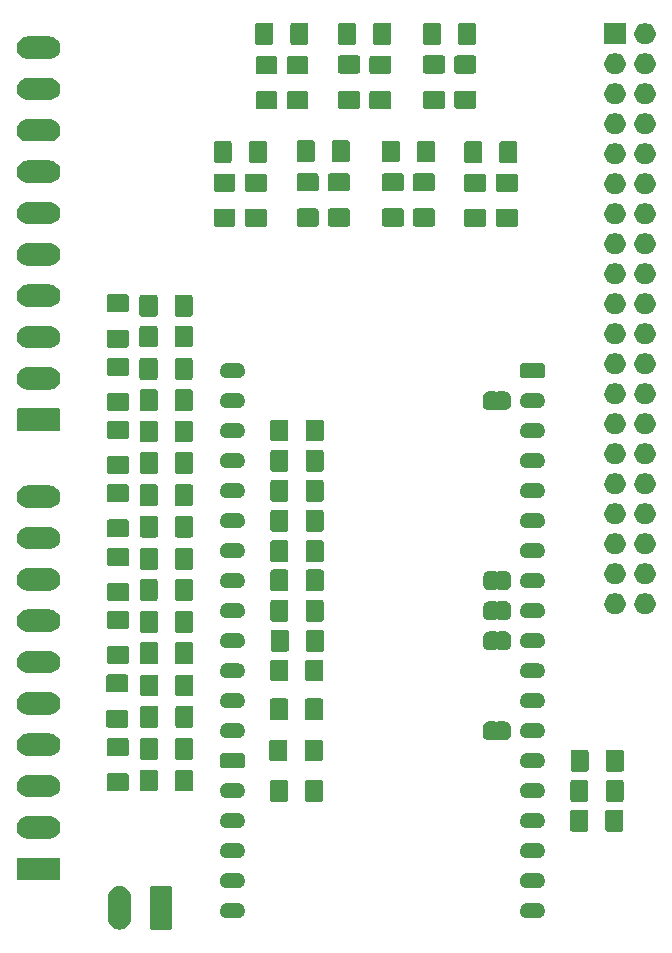
<source format=gbr>
G04 #@! TF.GenerationSoftware,KiCad,Pcbnew,5.1.5+dfsg1-2build2*
G04 #@! TF.CreationDate,2023-05-06T09:23:40+02:00*
G04 #@! TF.ProjectId,digital,64696769-7461-46c2-9e6b-696361645f70,rev?*
G04 #@! TF.SameCoordinates,Original*
G04 #@! TF.FileFunction,Soldermask,Bot*
G04 #@! TF.FilePolarity,Negative*
%FSLAX46Y46*%
G04 Gerber Fmt 4.6, Leading zero omitted, Abs format (unit mm)*
G04 Created by KiCad (PCBNEW 5.1.5+dfsg1-2build2) date 2023-05-06 09:23:40*
%MOMM*%
%LPD*%
G04 APERTURE LIST*
%ADD10C,0.100000*%
G04 APERTURE END LIST*
D10*
G36*
X127252585Y-127796740D02*
G01*
X127252588Y-127796741D01*
X127252589Y-127796741D01*
X127431853Y-127851120D01*
X127431856Y-127851122D01*
X127431857Y-127851122D01*
X127597063Y-127939426D01*
X127741872Y-128058268D01*
X127860714Y-128203077D01*
X127949018Y-128368283D01*
X127949020Y-128368287D01*
X128003399Y-128547551D01*
X128003400Y-128547555D01*
X128017160Y-128687262D01*
X128017160Y-130580698D01*
X128003400Y-130720405D01*
X128003399Y-130720408D01*
X128003399Y-130720409D01*
X127949020Y-130899673D01*
X127949018Y-130899676D01*
X127949018Y-130899677D01*
X127860714Y-131064883D01*
X127741872Y-131209692D01*
X127597063Y-131328534D01*
X127449124Y-131407608D01*
X127431852Y-131416840D01*
X127252588Y-131471219D01*
X127252587Y-131471219D01*
X127252584Y-131471220D01*
X127066160Y-131489581D01*
X126879735Y-131471220D01*
X126879732Y-131471219D01*
X126879731Y-131471219D01*
X126700467Y-131416840D01*
X126682735Y-131407362D01*
X126535257Y-131328534D01*
X126390448Y-131209692D01*
X126271606Y-131064883D01*
X126183302Y-130899676D01*
X126183301Y-130899673D01*
X126183300Y-130899672D01*
X126128921Y-130720408D01*
X126128921Y-130720407D01*
X126128920Y-130720404D01*
X126115160Y-130580697D01*
X126115160Y-128687263D01*
X126128921Y-128547555D01*
X126128922Y-128547551D01*
X126183301Y-128368287D01*
X126183303Y-128368283D01*
X126271607Y-128203077D01*
X126390449Y-128058268D01*
X126535258Y-127939426D01*
X126700464Y-127851122D01*
X126700465Y-127851122D01*
X126700468Y-127851120D01*
X126879732Y-127796741D01*
X126879733Y-127796741D01*
X126879736Y-127796740D01*
X127066160Y-127778379D01*
X127252585Y-127796740D01*
G37*
G36*
X131377075Y-127786914D02*
G01*
X131409584Y-127796775D01*
X131439542Y-127812789D01*
X131465801Y-127834339D01*
X131487351Y-127860598D01*
X131503365Y-127890556D01*
X131513226Y-127923065D01*
X131517160Y-127963009D01*
X131517160Y-131304951D01*
X131513226Y-131344895D01*
X131503365Y-131377404D01*
X131487351Y-131407362D01*
X131465801Y-131433621D01*
X131439542Y-131455171D01*
X131409584Y-131471185D01*
X131377075Y-131481046D01*
X131337131Y-131484980D01*
X129795189Y-131484980D01*
X129755245Y-131481046D01*
X129722736Y-131471185D01*
X129692778Y-131455171D01*
X129666519Y-131433621D01*
X129644969Y-131407362D01*
X129628955Y-131377404D01*
X129619094Y-131344895D01*
X129615160Y-131304951D01*
X129615160Y-127963009D01*
X129619094Y-127923065D01*
X129628955Y-127890556D01*
X129644969Y-127860598D01*
X129666519Y-127834339D01*
X129692778Y-127812789D01*
X129722736Y-127796775D01*
X129755245Y-127786914D01*
X129795189Y-127782980D01*
X131337131Y-127782980D01*
X131377075Y-127786914D01*
G37*
G36*
X137091595Y-129235240D02*
G01*
X137155358Y-129241520D01*
X137246144Y-129269060D01*
X137278076Y-129278746D01*
X137391165Y-129339194D01*
X137490294Y-129420546D01*
X137571646Y-129519675D01*
X137632094Y-129632764D01*
X137632095Y-129632768D01*
X137669320Y-129755482D01*
X137681889Y-129883100D01*
X137669320Y-130010718D01*
X137641780Y-130101504D01*
X137632094Y-130133436D01*
X137571646Y-130246525D01*
X137490294Y-130345654D01*
X137391165Y-130427006D01*
X137278076Y-130487454D01*
X137246144Y-130497140D01*
X137155358Y-130524680D01*
X137091595Y-130530960D01*
X137059714Y-130534100D01*
X136195766Y-130534100D01*
X136163885Y-130530960D01*
X136100122Y-130524680D01*
X136009336Y-130497140D01*
X135977404Y-130487454D01*
X135864315Y-130427006D01*
X135765186Y-130345654D01*
X135683834Y-130246525D01*
X135623386Y-130133436D01*
X135613700Y-130101504D01*
X135586160Y-130010718D01*
X135573591Y-129883100D01*
X135586160Y-129755482D01*
X135623385Y-129632768D01*
X135623386Y-129632764D01*
X135683834Y-129519675D01*
X135765186Y-129420546D01*
X135864315Y-129339194D01*
X135977404Y-129278746D01*
X136009336Y-129269060D01*
X136100122Y-129241520D01*
X136163885Y-129235240D01*
X136195766Y-129232100D01*
X137059714Y-129232100D01*
X137091595Y-129235240D01*
G37*
G36*
X162483650Y-129232100D02*
G01*
X162551678Y-129238800D01*
X162642464Y-129266340D01*
X162674396Y-129276026D01*
X162787485Y-129336474D01*
X162886614Y-129417826D01*
X162967966Y-129516955D01*
X163028414Y-129630044D01*
X163028415Y-129630048D01*
X163065640Y-129752762D01*
X163078209Y-129880380D01*
X163065640Y-130007998D01*
X163038100Y-130098784D01*
X163028414Y-130130716D01*
X162967966Y-130243805D01*
X162886614Y-130342934D01*
X162787485Y-130424286D01*
X162674396Y-130484734D01*
X162642464Y-130494420D01*
X162551678Y-130521960D01*
X162487915Y-130528240D01*
X162456034Y-130531380D01*
X161592086Y-130531380D01*
X161560205Y-130528240D01*
X161496442Y-130521960D01*
X161405656Y-130494420D01*
X161373724Y-130484734D01*
X161260635Y-130424286D01*
X161161506Y-130342934D01*
X161080154Y-130243805D01*
X161019706Y-130130716D01*
X161010020Y-130098784D01*
X160982480Y-130007998D01*
X160969911Y-129880380D01*
X160982480Y-129752762D01*
X161019705Y-129630048D01*
X161019706Y-129630044D01*
X161080154Y-129516955D01*
X161161506Y-129417826D01*
X161260635Y-129336474D01*
X161373724Y-129276026D01*
X161405656Y-129266340D01*
X161496442Y-129238800D01*
X161564470Y-129232100D01*
X161592086Y-129229380D01*
X162456034Y-129229380D01*
X162483650Y-129232100D01*
G37*
G36*
X137091595Y-126695240D02*
G01*
X137155358Y-126701520D01*
X137246144Y-126729060D01*
X137278076Y-126738746D01*
X137391165Y-126799194D01*
X137490294Y-126880546D01*
X137571646Y-126979675D01*
X137632094Y-127092764D01*
X137639272Y-127116426D01*
X137669320Y-127215482D01*
X137681889Y-127343100D01*
X137669320Y-127470718D01*
X137641780Y-127561504D01*
X137632094Y-127593436D01*
X137571646Y-127706525D01*
X137490294Y-127805654D01*
X137391165Y-127887006D01*
X137278076Y-127947454D01*
X137246144Y-127957140D01*
X137155358Y-127984680D01*
X137091595Y-127990960D01*
X137059714Y-127994100D01*
X136195766Y-127994100D01*
X136163885Y-127990960D01*
X136100122Y-127984680D01*
X136009336Y-127957140D01*
X135977404Y-127947454D01*
X135864315Y-127887006D01*
X135765186Y-127805654D01*
X135683834Y-127706525D01*
X135623386Y-127593436D01*
X135613700Y-127561504D01*
X135586160Y-127470718D01*
X135573591Y-127343100D01*
X135586160Y-127215482D01*
X135616208Y-127116426D01*
X135623386Y-127092764D01*
X135683834Y-126979675D01*
X135765186Y-126880546D01*
X135864315Y-126799194D01*
X135977404Y-126738746D01*
X136009336Y-126729060D01*
X136100122Y-126701520D01*
X136163885Y-126695240D01*
X136195766Y-126692100D01*
X137059714Y-126692100D01*
X137091595Y-126695240D01*
G37*
G36*
X162483650Y-126692100D02*
G01*
X162551678Y-126698800D01*
X162642464Y-126726340D01*
X162674396Y-126736026D01*
X162787485Y-126796474D01*
X162886614Y-126877826D01*
X162967966Y-126976955D01*
X163028414Y-127090044D01*
X163036417Y-127116426D01*
X163065640Y-127212762D01*
X163078209Y-127340380D01*
X163065640Y-127467998D01*
X163038100Y-127558784D01*
X163028414Y-127590716D01*
X162967966Y-127703805D01*
X162886614Y-127802934D01*
X162787485Y-127884286D01*
X162674396Y-127944734D01*
X162642464Y-127954420D01*
X162551678Y-127981960D01*
X162487915Y-127988240D01*
X162456034Y-127991380D01*
X161592086Y-127991380D01*
X161560205Y-127988240D01*
X161496442Y-127981960D01*
X161405656Y-127954420D01*
X161373724Y-127944734D01*
X161260635Y-127884286D01*
X161161506Y-127802934D01*
X161080154Y-127703805D01*
X161019706Y-127590716D01*
X161010020Y-127558784D01*
X160982480Y-127467998D01*
X160969911Y-127340380D01*
X160982480Y-127212762D01*
X161011703Y-127116426D01*
X161019706Y-127090044D01*
X161080154Y-126976955D01*
X161161506Y-126877826D01*
X161260635Y-126796474D01*
X161373724Y-126736026D01*
X161405656Y-126726340D01*
X161496442Y-126698800D01*
X161564470Y-126692100D01*
X161592086Y-126689380D01*
X162456034Y-126689380D01*
X162483650Y-126692100D01*
G37*
G36*
X121922415Y-125381434D02*
G01*
X121954924Y-125391295D01*
X121984882Y-125407309D01*
X122011141Y-125428859D01*
X122032691Y-125455118D01*
X122048705Y-125485076D01*
X122058566Y-125517585D01*
X122062500Y-125557529D01*
X122062500Y-127099471D01*
X122058566Y-127139415D01*
X122048705Y-127171924D01*
X122032691Y-127201882D01*
X122011141Y-127228141D01*
X121984882Y-127249691D01*
X121954924Y-127265705D01*
X121922415Y-127275566D01*
X121882471Y-127279500D01*
X118540529Y-127279500D01*
X118500585Y-127275566D01*
X118468076Y-127265705D01*
X118438118Y-127249691D01*
X118411859Y-127228141D01*
X118390309Y-127201882D01*
X118374295Y-127171924D01*
X118364434Y-127139415D01*
X118360500Y-127099471D01*
X118360500Y-125557529D01*
X118364434Y-125517585D01*
X118374295Y-125485076D01*
X118390309Y-125455118D01*
X118411859Y-125428859D01*
X118438118Y-125407309D01*
X118468076Y-125391295D01*
X118500585Y-125381434D01*
X118540529Y-125377500D01*
X121882471Y-125377500D01*
X121922415Y-125381434D01*
G37*
G36*
X162491595Y-124155240D02*
G01*
X162555358Y-124161520D01*
X162646144Y-124189060D01*
X162678076Y-124198746D01*
X162791165Y-124259194D01*
X162890294Y-124340546D01*
X162971646Y-124439675D01*
X163032094Y-124552764D01*
X163032095Y-124552768D01*
X163069320Y-124675482D01*
X163081889Y-124803100D01*
X163069320Y-124930718D01*
X163041780Y-125021504D01*
X163032094Y-125053436D01*
X162971646Y-125166525D01*
X162890294Y-125265654D01*
X162791165Y-125347006D01*
X162678076Y-125407454D01*
X162646144Y-125417140D01*
X162555358Y-125444680D01*
X162491595Y-125450960D01*
X162459714Y-125454100D01*
X161595766Y-125454100D01*
X161563885Y-125450960D01*
X161500122Y-125444680D01*
X161409336Y-125417140D01*
X161377404Y-125407454D01*
X161264315Y-125347006D01*
X161165186Y-125265654D01*
X161083834Y-125166525D01*
X161023386Y-125053436D01*
X161013700Y-125021504D01*
X160986160Y-124930718D01*
X160973591Y-124803100D01*
X160986160Y-124675482D01*
X161023385Y-124552768D01*
X161023386Y-124552764D01*
X161083834Y-124439675D01*
X161165186Y-124340546D01*
X161264315Y-124259194D01*
X161377404Y-124198746D01*
X161409336Y-124189060D01*
X161500122Y-124161520D01*
X161563885Y-124155240D01*
X161595766Y-124152100D01*
X162459714Y-124152100D01*
X162491595Y-124155240D01*
G37*
G36*
X137091595Y-124155240D02*
G01*
X137155358Y-124161520D01*
X137246144Y-124189060D01*
X137278076Y-124198746D01*
X137391165Y-124259194D01*
X137490294Y-124340546D01*
X137571646Y-124439675D01*
X137632094Y-124552764D01*
X137632095Y-124552768D01*
X137669320Y-124675482D01*
X137681889Y-124803100D01*
X137669320Y-124930718D01*
X137641780Y-125021504D01*
X137632094Y-125053436D01*
X137571646Y-125166525D01*
X137490294Y-125265654D01*
X137391165Y-125347006D01*
X137278076Y-125407454D01*
X137246144Y-125417140D01*
X137155358Y-125444680D01*
X137091595Y-125450960D01*
X137059714Y-125454100D01*
X136195766Y-125454100D01*
X136163885Y-125450960D01*
X136100122Y-125444680D01*
X136009336Y-125417140D01*
X135977404Y-125407454D01*
X135864315Y-125347006D01*
X135765186Y-125265654D01*
X135683834Y-125166525D01*
X135623386Y-125053436D01*
X135613700Y-125021504D01*
X135586160Y-124930718D01*
X135573591Y-124803100D01*
X135586160Y-124675482D01*
X135623385Y-124552768D01*
X135623386Y-124552764D01*
X135683834Y-124439675D01*
X135765186Y-124340546D01*
X135864315Y-124259194D01*
X135977404Y-124198746D01*
X136009336Y-124189060D01*
X136100122Y-124161520D01*
X136163885Y-124155240D01*
X136195766Y-124152100D01*
X137059714Y-124152100D01*
X137091595Y-124155240D01*
G37*
G36*
X121297925Y-121891260D02*
G01*
X121297928Y-121891261D01*
X121297929Y-121891261D01*
X121477193Y-121945640D01*
X121477196Y-121945642D01*
X121477197Y-121945642D01*
X121642403Y-122033946D01*
X121787212Y-122152788D01*
X121906054Y-122297597D01*
X121994358Y-122462803D01*
X121994360Y-122462807D01*
X122044023Y-122626525D01*
X122048740Y-122642075D01*
X122067101Y-122828500D01*
X122048740Y-123014925D01*
X122048739Y-123014928D01*
X122048739Y-123014929D01*
X121994360Y-123194193D01*
X121994358Y-123194196D01*
X121994358Y-123194197D01*
X121906054Y-123359403D01*
X121787212Y-123504212D01*
X121642403Y-123623054D01*
X121477197Y-123711358D01*
X121477193Y-123711360D01*
X121297929Y-123765739D01*
X121297928Y-123765739D01*
X121297925Y-123765740D01*
X121158218Y-123779500D01*
X119264782Y-123779500D01*
X119125075Y-123765740D01*
X119125072Y-123765739D01*
X119125071Y-123765739D01*
X118945807Y-123711360D01*
X118945803Y-123711358D01*
X118780597Y-123623054D01*
X118635788Y-123504212D01*
X118516946Y-123359403D01*
X118428642Y-123194197D01*
X118428642Y-123194196D01*
X118428640Y-123194193D01*
X118374261Y-123014929D01*
X118374261Y-123014928D01*
X118374260Y-123014925D01*
X118355899Y-122828500D01*
X118374260Y-122642075D01*
X118378977Y-122626525D01*
X118428640Y-122462807D01*
X118428642Y-122462803D01*
X118516946Y-122297597D01*
X118635788Y-122152788D01*
X118780597Y-122033946D01*
X118945803Y-121945642D01*
X118945804Y-121945642D01*
X118945807Y-121945640D01*
X119125071Y-121891261D01*
X119125072Y-121891261D01*
X119125075Y-121891260D01*
X119264782Y-121877500D01*
X121158218Y-121877500D01*
X121297925Y-121891260D01*
G37*
G36*
X166612062Y-121331681D02*
G01*
X166646981Y-121342274D01*
X166679163Y-121359476D01*
X166707373Y-121382627D01*
X166730524Y-121410837D01*
X166747726Y-121443019D01*
X166758319Y-121477938D01*
X166762500Y-121520395D01*
X166762500Y-122986605D01*
X166758319Y-123029062D01*
X166747726Y-123063981D01*
X166730524Y-123096163D01*
X166707373Y-123124373D01*
X166679163Y-123147524D01*
X166646981Y-123164726D01*
X166612062Y-123175319D01*
X166569605Y-123179500D01*
X165428395Y-123179500D01*
X165385938Y-123175319D01*
X165351019Y-123164726D01*
X165318837Y-123147524D01*
X165290627Y-123124373D01*
X165267476Y-123096163D01*
X165250274Y-123063981D01*
X165239681Y-123029062D01*
X165235500Y-122986605D01*
X165235500Y-121520395D01*
X165239681Y-121477938D01*
X165250274Y-121443019D01*
X165267476Y-121410837D01*
X165290627Y-121382627D01*
X165318837Y-121359476D01*
X165351019Y-121342274D01*
X165385938Y-121331681D01*
X165428395Y-121327500D01*
X166569605Y-121327500D01*
X166612062Y-121331681D01*
G37*
G36*
X169587062Y-121331681D02*
G01*
X169621981Y-121342274D01*
X169654163Y-121359476D01*
X169682373Y-121382627D01*
X169705524Y-121410837D01*
X169722726Y-121443019D01*
X169733319Y-121477938D01*
X169737500Y-121520395D01*
X169737500Y-122986605D01*
X169733319Y-123029062D01*
X169722726Y-123063981D01*
X169705524Y-123096163D01*
X169682373Y-123124373D01*
X169654163Y-123147524D01*
X169621981Y-123164726D01*
X169587062Y-123175319D01*
X169544605Y-123179500D01*
X168403395Y-123179500D01*
X168360938Y-123175319D01*
X168326019Y-123164726D01*
X168293837Y-123147524D01*
X168265627Y-123124373D01*
X168242476Y-123096163D01*
X168225274Y-123063981D01*
X168214681Y-123029062D01*
X168210500Y-122986605D01*
X168210500Y-121520395D01*
X168214681Y-121477938D01*
X168225274Y-121443019D01*
X168242476Y-121410837D01*
X168265627Y-121382627D01*
X168293837Y-121359476D01*
X168326019Y-121342274D01*
X168360938Y-121331681D01*
X168403395Y-121327500D01*
X169544605Y-121327500D01*
X169587062Y-121331681D01*
G37*
G36*
X137091595Y-121615240D02*
G01*
X137155358Y-121621520D01*
X137246144Y-121649060D01*
X137278076Y-121658746D01*
X137391165Y-121719194D01*
X137490294Y-121800546D01*
X137571646Y-121899675D01*
X137632094Y-122012764D01*
X137632095Y-122012768D01*
X137669320Y-122135482D01*
X137681889Y-122263100D01*
X137669320Y-122390718D01*
X137647453Y-122462803D01*
X137632094Y-122513436D01*
X137571646Y-122626525D01*
X137490294Y-122725654D01*
X137391165Y-122807006D01*
X137278076Y-122867454D01*
X137246144Y-122877140D01*
X137155358Y-122904680D01*
X137091595Y-122910960D01*
X137059714Y-122914100D01*
X136195766Y-122914100D01*
X136163885Y-122910960D01*
X136100122Y-122904680D01*
X136009336Y-122877140D01*
X135977404Y-122867454D01*
X135864315Y-122807006D01*
X135765186Y-122725654D01*
X135683834Y-122626525D01*
X135623386Y-122513436D01*
X135608027Y-122462803D01*
X135586160Y-122390718D01*
X135573591Y-122263100D01*
X135586160Y-122135482D01*
X135623385Y-122012768D01*
X135623386Y-122012764D01*
X135683834Y-121899675D01*
X135765186Y-121800546D01*
X135864315Y-121719194D01*
X135977404Y-121658746D01*
X136009336Y-121649060D01*
X136100122Y-121621520D01*
X136163885Y-121615240D01*
X136195766Y-121612100D01*
X137059714Y-121612100D01*
X137091595Y-121615240D01*
G37*
G36*
X162491595Y-121615240D02*
G01*
X162555358Y-121621520D01*
X162646144Y-121649060D01*
X162678076Y-121658746D01*
X162791165Y-121719194D01*
X162890294Y-121800546D01*
X162971646Y-121899675D01*
X163032094Y-122012764D01*
X163032095Y-122012768D01*
X163069320Y-122135482D01*
X163081889Y-122263100D01*
X163069320Y-122390718D01*
X163047453Y-122462803D01*
X163032094Y-122513436D01*
X162971646Y-122626525D01*
X162890294Y-122725654D01*
X162791165Y-122807006D01*
X162678076Y-122867454D01*
X162646144Y-122877140D01*
X162555358Y-122904680D01*
X162491595Y-122910960D01*
X162459714Y-122914100D01*
X161595766Y-122914100D01*
X161563885Y-122910960D01*
X161500122Y-122904680D01*
X161409336Y-122877140D01*
X161377404Y-122867454D01*
X161264315Y-122807006D01*
X161165186Y-122725654D01*
X161083834Y-122626525D01*
X161023386Y-122513436D01*
X161008027Y-122462803D01*
X160986160Y-122390718D01*
X160973591Y-122263100D01*
X160986160Y-122135482D01*
X161023385Y-122012768D01*
X161023386Y-122012764D01*
X161083834Y-121899675D01*
X161165186Y-121800546D01*
X161264315Y-121719194D01*
X161377404Y-121658746D01*
X161409336Y-121649060D01*
X161500122Y-121621520D01*
X161563885Y-121615240D01*
X161595766Y-121612100D01*
X162459714Y-121612100D01*
X162491595Y-121615240D01*
G37*
G36*
X144171322Y-118811261D02*
G01*
X144206241Y-118821854D01*
X144238423Y-118839056D01*
X144266633Y-118862207D01*
X144289784Y-118890417D01*
X144306986Y-118922599D01*
X144317579Y-118957518D01*
X144321760Y-118999975D01*
X144321760Y-120466185D01*
X144317579Y-120508642D01*
X144306986Y-120543561D01*
X144289784Y-120575743D01*
X144266633Y-120603953D01*
X144238423Y-120627104D01*
X144206241Y-120644306D01*
X144171322Y-120654899D01*
X144128865Y-120659080D01*
X142987655Y-120659080D01*
X142945198Y-120654899D01*
X142910279Y-120644306D01*
X142878097Y-120627104D01*
X142849887Y-120603953D01*
X142826736Y-120575743D01*
X142809534Y-120543561D01*
X142798941Y-120508642D01*
X142794760Y-120466185D01*
X142794760Y-118999975D01*
X142798941Y-118957518D01*
X142809534Y-118922599D01*
X142826736Y-118890417D01*
X142849887Y-118862207D01*
X142878097Y-118839056D01*
X142910279Y-118821854D01*
X142945198Y-118811261D01*
X142987655Y-118807080D01*
X144128865Y-118807080D01*
X144171322Y-118811261D01*
G37*
G36*
X141196322Y-118811261D02*
G01*
X141231241Y-118821854D01*
X141263423Y-118839056D01*
X141291633Y-118862207D01*
X141314784Y-118890417D01*
X141331986Y-118922599D01*
X141342579Y-118957518D01*
X141346760Y-118999975D01*
X141346760Y-120466185D01*
X141342579Y-120508642D01*
X141331986Y-120543561D01*
X141314784Y-120575743D01*
X141291633Y-120603953D01*
X141263423Y-120627104D01*
X141231241Y-120644306D01*
X141196322Y-120654899D01*
X141153865Y-120659080D01*
X140012655Y-120659080D01*
X139970198Y-120654899D01*
X139935279Y-120644306D01*
X139903097Y-120627104D01*
X139874887Y-120603953D01*
X139851736Y-120575743D01*
X139834534Y-120543561D01*
X139823941Y-120508642D01*
X139819760Y-120466185D01*
X139819760Y-118999975D01*
X139823941Y-118957518D01*
X139834534Y-118922599D01*
X139851736Y-118890417D01*
X139874887Y-118862207D01*
X139903097Y-118839056D01*
X139935279Y-118821854D01*
X139970198Y-118811261D01*
X140012655Y-118807080D01*
X141153865Y-118807080D01*
X141196322Y-118811261D01*
G37*
G36*
X169599562Y-118806681D02*
G01*
X169634481Y-118817274D01*
X169666663Y-118834476D01*
X169694873Y-118857627D01*
X169718024Y-118885837D01*
X169735226Y-118918019D01*
X169745819Y-118952938D01*
X169750000Y-118995395D01*
X169750000Y-120461605D01*
X169745819Y-120504062D01*
X169735226Y-120538981D01*
X169718024Y-120571163D01*
X169694873Y-120599373D01*
X169666663Y-120622524D01*
X169634481Y-120639726D01*
X169599562Y-120650319D01*
X169557105Y-120654500D01*
X168415895Y-120654500D01*
X168373438Y-120650319D01*
X168338519Y-120639726D01*
X168306337Y-120622524D01*
X168278127Y-120599373D01*
X168254976Y-120571163D01*
X168237774Y-120538981D01*
X168227181Y-120504062D01*
X168223000Y-120461605D01*
X168223000Y-118995395D01*
X168227181Y-118952938D01*
X168237774Y-118918019D01*
X168254976Y-118885837D01*
X168278127Y-118857627D01*
X168306337Y-118834476D01*
X168338519Y-118817274D01*
X168373438Y-118806681D01*
X168415895Y-118802500D01*
X169557105Y-118802500D01*
X169599562Y-118806681D01*
G37*
G36*
X166624562Y-118806681D02*
G01*
X166659481Y-118817274D01*
X166691663Y-118834476D01*
X166719873Y-118857627D01*
X166743024Y-118885837D01*
X166760226Y-118918019D01*
X166770819Y-118952938D01*
X166775000Y-118995395D01*
X166775000Y-120461605D01*
X166770819Y-120504062D01*
X166760226Y-120538981D01*
X166743024Y-120571163D01*
X166719873Y-120599373D01*
X166691663Y-120622524D01*
X166659481Y-120639726D01*
X166624562Y-120650319D01*
X166582105Y-120654500D01*
X165440895Y-120654500D01*
X165398438Y-120650319D01*
X165363519Y-120639726D01*
X165331337Y-120622524D01*
X165303127Y-120599373D01*
X165279976Y-120571163D01*
X165262774Y-120538981D01*
X165252181Y-120504062D01*
X165248000Y-120461605D01*
X165248000Y-118995395D01*
X165252181Y-118952938D01*
X165262774Y-118918019D01*
X165279976Y-118885837D01*
X165303127Y-118857627D01*
X165331337Y-118834476D01*
X165363519Y-118817274D01*
X165398438Y-118806681D01*
X165440895Y-118802500D01*
X166582105Y-118802500D01*
X166624562Y-118806681D01*
G37*
G36*
X137088904Y-119074975D02*
G01*
X137155358Y-119081520D01*
X137246144Y-119109060D01*
X137278076Y-119118746D01*
X137391165Y-119179194D01*
X137490294Y-119260546D01*
X137571646Y-119359675D01*
X137632094Y-119472764D01*
X137641780Y-119504696D01*
X137669320Y-119595482D01*
X137681889Y-119723100D01*
X137669320Y-119850718D01*
X137666685Y-119859403D01*
X137632094Y-119973436D01*
X137571646Y-120086525D01*
X137490294Y-120185654D01*
X137391165Y-120267006D01*
X137278076Y-120327454D01*
X137246144Y-120337140D01*
X137155358Y-120364680D01*
X137091595Y-120370960D01*
X137059714Y-120374100D01*
X136195766Y-120374100D01*
X136163885Y-120370960D01*
X136100122Y-120364680D01*
X136009336Y-120337140D01*
X135977404Y-120327454D01*
X135864315Y-120267006D01*
X135765186Y-120185654D01*
X135683834Y-120086525D01*
X135623386Y-119973436D01*
X135588795Y-119859403D01*
X135586160Y-119850718D01*
X135573591Y-119723100D01*
X135586160Y-119595482D01*
X135613700Y-119504696D01*
X135623386Y-119472764D01*
X135683834Y-119359675D01*
X135765186Y-119260546D01*
X135864315Y-119179194D01*
X135977404Y-119118746D01*
X136009336Y-119109060D01*
X136100122Y-119081520D01*
X136166576Y-119074975D01*
X136195766Y-119072100D01*
X137059714Y-119072100D01*
X137088904Y-119074975D01*
G37*
G36*
X162488904Y-119074975D02*
G01*
X162555358Y-119081520D01*
X162646144Y-119109060D01*
X162678076Y-119118746D01*
X162791165Y-119179194D01*
X162890294Y-119260546D01*
X162971646Y-119359675D01*
X163032094Y-119472764D01*
X163041780Y-119504696D01*
X163069320Y-119595482D01*
X163081889Y-119723100D01*
X163069320Y-119850718D01*
X163066685Y-119859403D01*
X163032094Y-119973436D01*
X162971646Y-120086525D01*
X162890294Y-120185654D01*
X162791165Y-120267006D01*
X162678076Y-120327454D01*
X162646144Y-120337140D01*
X162555358Y-120364680D01*
X162491595Y-120370960D01*
X162459714Y-120374100D01*
X161595766Y-120374100D01*
X161563885Y-120370960D01*
X161500122Y-120364680D01*
X161409336Y-120337140D01*
X161377404Y-120327454D01*
X161264315Y-120267006D01*
X161165186Y-120185654D01*
X161083834Y-120086525D01*
X161023386Y-119973436D01*
X160988795Y-119859403D01*
X160986160Y-119850718D01*
X160973591Y-119723100D01*
X160986160Y-119595482D01*
X161013700Y-119504696D01*
X161023386Y-119472764D01*
X161083834Y-119359675D01*
X161165186Y-119260546D01*
X161264315Y-119179194D01*
X161377404Y-119118746D01*
X161409336Y-119109060D01*
X161500122Y-119081520D01*
X161566576Y-119074975D01*
X161595766Y-119072100D01*
X162459714Y-119072100D01*
X162488904Y-119074975D01*
G37*
G36*
X121297925Y-118391260D02*
G01*
X121297928Y-118391261D01*
X121297929Y-118391261D01*
X121477193Y-118445640D01*
X121477196Y-118445642D01*
X121477197Y-118445642D01*
X121642403Y-118533946D01*
X121787212Y-118652788D01*
X121906054Y-118797597D01*
X121974762Y-118926141D01*
X121994360Y-118962807D01*
X122030371Y-119081520D01*
X122048740Y-119142075D01*
X122067101Y-119328500D01*
X122048740Y-119514925D01*
X122048739Y-119514928D01*
X122048739Y-119514929D01*
X121994360Y-119694193D01*
X121994358Y-119694196D01*
X121994358Y-119694197D01*
X121906054Y-119859403D01*
X121787212Y-120004212D01*
X121642403Y-120123054D01*
X121477197Y-120211358D01*
X121477193Y-120211360D01*
X121297929Y-120265739D01*
X121297928Y-120265739D01*
X121297925Y-120265740D01*
X121158218Y-120279500D01*
X119264782Y-120279500D01*
X119125075Y-120265740D01*
X119125072Y-120265739D01*
X119125071Y-120265739D01*
X118945807Y-120211360D01*
X118945803Y-120211358D01*
X118780597Y-120123054D01*
X118635788Y-120004212D01*
X118516946Y-119859403D01*
X118428642Y-119694197D01*
X118428642Y-119694196D01*
X118428640Y-119694193D01*
X118374261Y-119514929D01*
X118374261Y-119514928D01*
X118374260Y-119514925D01*
X118355899Y-119328500D01*
X118374260Y-119142075D01*
X118392629Y-119081520D01*
X118428640Y-118962807D01*
X118448238Y-118926141D01*
X118516946Y-118797597D01*
X118635788Y-118652788D01*
X118780597Y-118533946D01*
X118945803Y-118445642D01*
X118945804Y-118445642D01*
X118945807Y-118445640D01*
X119125071Y-118391261D01*
X119125072Y-118391261D01*
X119125075Y-118391260D01*
X119264782Y-118377500D01*
X121158218Y-118377500D01*
X121297925Y-118391260D01*
G37*
G36*
X133132062Y-117938681D02*
G01*
X133166981Y-117949274D01*
X133199163Y-117966476D01*
X133227373Y-117989627D01*
X133250524Y-118017837D01*
X133267726Y-118050019D01*
X133278319Y-118084938D01*
X133282500Y-118127395D01*
X133282500Y-119593605D01*
X133278319Y-119636062D01*
X133267726Y-119670981D01*
X133250524Y-119703163D01*
X133227373Y-119731373D01*
X133199163Y-119754524D01*
X133166981Y-119771726D01*
X133132062Y-119782319D01*
X133089605Y-119786500D01*
X131948395Y-119786500D01*
X131905938Y-119782319D01*
X131871019Y-119771726D01*
X131838837Y-119754524D01*
X131810627Y-119731373D01*
X131787476Y-119703163D01*
X131770274Y-119670981D01*
X131759681Y-119636062D01*
X131755500Y-119593605D01*
X131755500Y-118127395D01*
X131759681Y-118084938D01*
X131770274Y-118050019D01*
X131787476Y-118017837D01*
X131810627Y-117989627D01*
X131838837Y-117966476D01*
X131871019Y-117949274D01*
X131905938Y-117938681D01*
X131948395Y-117934500D01*
X133089605Y-117934500D01*
X133132062Y-117938681D01*
G37*
G36*
X130157062Y-117938681D02*
G01*
X130191981Y-117949274D01*
X130224163Y-117966476D01*
X130252373Y-117989627D01*
X130275524Y-118017837D01*
X130292726Y-118050019D01*
X130303319Y-118084938D01*
X130307500Y-118127395D01*
X130307500Y-119593605D01*
X130303319Y-119636062D01*
X130292726Y-119670981D01*
X130275524Y-119703163D01*
X130252373Y-119731373D01*
X130224163Y-119754524D01*
X130191981Y-119771726D01*
X130157062Y-119782319D01*
X130114605Y-119786500D01*
X128973395Y-119786500D01*
X128930938Y-119782319D01*
X128896019Y-119771726D01*
X128863837Y-119754524D01*
X128835627Y-119731373D01*
X128812476Y-119703163D01*
X128795274Y-119670981D01*
X128784681Y-119636062D01*
X128780500Y-119593605D01*
X128780500Y-118127395D01*
X128784681Y-118084938D01*
X128795274Y-118050019D01*
X128812476Y-118017837D01*
X128835627Y-117989627D01*
X128863837Y-117966476D01*
X128896019Y-117949274D01*
X128930938Y-117938681D01*
X128973395Y-117934500D01*
X130114605Y-117934500D01*
X130157062Y-117938681D01*
G37*
G36*
X127685722Y-118239161D02*
G01*
X127720641Y-118249754D01*
X127752823Y-118266956D01*
X127781033Y-118290107D01*
X127804184Y-118318317D01*
X127821386Y-118350499D01*
X127831979Y-118385418D01*
X127836160Y-118427875D01*
X127836160Y-119569085D01*
X127831979Y-119611542D01*
X127821386Y-119646461D01*
X127804184Y-119678643D01*
X127781033Y-119706853D01*
X127752823Y-119730004D01*
X127720641Y-119747206D01*
X127685722Y-119757799D01*
X127643265Y-119761980D01*
X126177055Y-119761980D01*
X126134598Y-119757799D01*
X126099679Y-119747206D01*
X126067497Y-119730004D01*
X126039287Y-119706853D01*
X126016136Y-119678643D01*
X125998934Y-119646461D01*
X125988341Y-119611542D01*
X125984160Y-119569085D01*
X125984160Y-118427875D01*
X125988341Y-118385418D01*
X125998934Y-118350499D01*
X126016136Y-118318317D01*
X126039287Y-118290107D01*
X126067497Y-118266956D01*
X126099679Y-118249754D01*
X126134598Y-118239161D01*
X126177055Y-118234980D01*
X127643265Y-118234980D01*
X127685722Y-118239161D01*
G37*
G36*
X166637062Y-116256681D02*
G01*
X166671981Y-116267274D01*
X166704163Y-116284476D01*
X166732373Y-116307627D01*
X166755524Y-116335837D01*
X166772726Y-116368019D01*
X166783319Y-116402938D01*
X166787500Y-116445395D01*
X166787500Y-117911605D01*
X166783319Y-117954062D01*
X166772726Y-117988981D01*
X166755524Y-118021163D01*
X166732373Y-118049373D01*
X166704163Y-118072524D01*
X166671981Y-118089726D01*
X166637062Y-118100319D01*
X166594605Y-118104500D01*
X165453395Y-118104500D01*
X165410938Y-118100319D01*
X165376019Y-118089726D01*
X165343837Y-118072524D01*
X165315627Y-118049373D01*
X165292476Y-118021163D01*
X165275274Y-117988981D01*
X165264681Y-117954062D01*
X165260500Y-117911605D01*
X165260500Y-116445395D01*
X165264681Y-116402938D01*
X165275274Y-116368019D01*
X165292476Y-116335837D01*
X165315627Y-116307627D01*
X165343837Y-116284476D01*
X165376019Y-116267274D01*
X165410938Y-116256681D01*
X165453395Y-116252500D01*
X166594605Y-116252500D01*
X166637062Y-116256681D01*
G37*
G36*
X169612062Y-116256681D02*
G01*
X169646981Y-116267274D01*
X169679163Y-116284476D01*
X169707373Y-116307627D01*
X169730524Y-116335837D01*
X169747726Y-116368019D01*
X169758319Y-116402938D01*
X169762500Y-116445395D01*
X169762500Y-117911605D01*
X169758319Y-117954062D01*
X169747726Y-117988981D01*
X169730524Y-118021163D01*
X169707373Y-118049373D01*
X169679163Y-118072524D01*
X169646981Y-118089726D01*
X169612062Y-118100319D01*
X169569605Y-118104500D01*
X168428395Y-118104500D01*
X168385938Y-118100319D01*
X168351019Y-118089726D01*
X168318837Y-118072524D01*
X168290627Y-118049373D01*
X168267476Y-118021163D01*
X168250274Y-117988981D01*
X168239681Y-117954062D01*
X168235500Y-117911605D01*
X168235500Y-116445395D01*
X168239681Y-116402938D01*
X168250274Y-116368019D01*
X168267476Y-116335837D01*
X168290627Y-116307627D01*
X168318837Y-116284476D01*
X168351019Y-116267274D01*
X168385938Y-116256681D01*
X168428395Y-116252500D01*
X169569605Y-116252500D01*
X169612062Y-116256681D01*
G37*
G36*
X162491595Y-116535240D02*
G01*
X162555358Y-116541520D01*
X162646144Y-116569060D01*
X162678076Y-116578746D01*
X162791165Y-116639194D01*
X162890294Y-116720546D01*
X162971646Y-116819675D01*
X163032094Y-116932764D01*
X163032095Y-116932768D01*
X163069320Y-117055482D01*
X163081889Y-117183100D01*
X163069320Y-117310718D01*
X163041780Y-117401504D01*
X163032094Y-117433436D01*
X162971646Y-117546525D01*
X162890294Y-117645654D01*
X162791165Y-117727006D01*
X162678076Y-117787454D01*
X162672076Y-117789274D01*
X162555358Y-117824680D01*
X162491595Y-117830960D01*
X162459714Y-117834100D01*
X161595766Y-117834100D01*
X161563885Y-117830960D01*
X161500122Y-117824680D01*
X161383404Y-117789274D01*
X161377404Y-117787454D01*
X161264315Y-117727006D01*
X161165186Y-117645654D01*
X161083834Y-117546525D01*
X161023386Y-117433436D01*
X161013700Y-117401504D01*
X160986160Y-117310718D01*
X160973591Y-117183100D01*
X160986160Y-117055482D01*
X161023385Y-116932768D01*
X161023386Y-116932764D01*
X161083834Y-116819675D01*
X161165186Y-116720546D01*
X161264315Y-116639194D01*
X161377404Y-116578746D01*
X161409336Y-116569060D01*
X161500122Y-116541520D01*
X161563885Y-116535240D01*
X161595766Y-116532100D01*
X162459714Y-116532100D01*
X162491595Y-116535240D01*
G37*
G36*
X137466932Y-116537746D02*
G01*
X137516154Y-116552678D01*
X137561518Y-116576926D01*
X137601282Y-116609558D01*
X137633914Y-116649322D01*
X137658162Y-116694686D01*
X137673094Y-116743908D01*
X137678740Y-116801240D01*
X137678740Y-117564960D01*
X137673094Y-117622292D01*
X137658162Y-117671514D01*
X137633914Y-117716878D01*
X137601282Y-117756642D01*
X137561518Y-117789274D01*
X137516154Y-117813522D01*
X137466932Y-117828454D01*
X137409600Y-117834100D01*
X135845880Y-117834100D01*
X135788548Y-117828454D01*
X135739326Y-117813522D01*
X135693962Y-117789274D01*
X135654198Y-117756642D01*
X135621566Y-117716878D01*
X135597318Y-117671514D01*
X135582386Y-117622292D01*
X135576740Y-117564960D01*
X135576740Y-116801240D01*
X135582386Y-116743908D01*
X135597318Y-116694686D01*
X135621566Y-116649322D01*
X135654198Y-116609558D01*
X135693962Y-116576926D01*
X135739326Y-116552678D01*
X135788548Y-116537746D01*
X135845880Y-116532100D01*
X137409600Y-116532100D01*
X137466932Y-116537746D01*
G37*
G36*
X141137062Y-115391681D02*
G01*
X141171981Y-115402274D01*
X141204163Y-115419476D01*
X141232373Y-115442627D01*
X141255524Y-115470837D01*
X141272726Y-115503019D01*
X141283319Y-115537938D01*
X141287500Y-115580395D01*
X141287500Y-117046605D01*
X141283319Y-117089062D01*
X141272726Y-117123981D01*
X141255524Y-117156163D01*
X141232373Y-117184373D01*
X141204163Y-117207524D01*
X141171981Y-117224726D01*
X141137062Y-117235319D01*
X141094605Y-117239500D01*
X139953395Y-117239500D01*
X139910938Y-117235319D01*
X139876019Y-117224726D01*
X139843837Y-117207524D01*
X139815627Y-117184373D01*
X139792476Y-117156163D01*
X139775274Y-117123981D01*
X139764681Y-117089062D01*
X139760500Y-117046605D01*
X139760500Y-115580395D01*
X139764681Y-115537938D01*
X139775274Y-115503019D01*
X139792476Y-115470837D01*
X139815627Y-115442627D01*
X139843837Y-115419476D01*
X139876019Y-115402274D01*
X139910938Y-115391681D01*
X139953395Y-115387500D01*
X141094605Y-115387500D01*
X141137062Y-115391681D01*
G37*
G36*
X144112062Y-115391681D02*
G01*
X144146981Y-115402274D01*
X144179163Y-115419476D01*
X144207373Y-115442627D01*
X144230524Y-115470837D01*
X144247726Y-115503019D01*
X144258319Y-115537938D01*
X144262500Y-115580395D01*
X144262500Y-117046605D01*
X144258319Y-117089062D01*
X144247726Y-117123981D01*
X144230524Y-117156163D01*
X144207373Y-117184373D01*
X144179163Y-117207524D01*
X144146981Y-117224726D01*
X144112062Y-117235319D01*
X144069605Y-117239500D01*
X142928395Y-117239500D01*
X142885938Y-117235319D01*
X142851019Y-117224726D01*
X142818837Y-117207524D01*
X142790627Y-117184373D01*
X142767476Y-117156163D01*
X142750274Y-117123981D01*
X142739681Y-117089062D01*
X142735500Y-117046605D01*
X142735500Y-115580395D01*
X142739681Y-115537938D01*
X142750274Y-115503019D01*
X142767476Y-115470837D01*
X142790627Y-115442627D01*
X142818837Y-115419476D01*
X142851019Y-115402274D01*
X142885938Y-115391681D01*
X142928395Y-115387500D01*
X144069605Y-115387500D01*
X144112062Y-115391681D01*
G37*
G36*
X133142062Y-115258681D02*
G01*
X133176981Y-115269274D01*
X133209163Y-115286476D01*
X133237373Y-115309627D01*
X133260524Y-115337837D01*
X133277726Y-115370019D01*
X133288319Y-115404938D01*
X133292500Y-115447395D01*
X133292500Y-116913605D01*
X133288319Y-116956062D01*
X133277726Y-116990981D01*
X133260524Y-117023163D01*
X133237373Y-117051373D01*
X133209163Y-117074524D01*
X133176981Y-117091726D01*
X133142062Y-117102319D01*
X133099605Y-117106500D01*
X131958395Y-117106500D01*
X131915938Y-117102319D01*
X131881019Y-117091726D01*
X131848837Y-117074524D01*
X131820627Y-117051373D01*
X131797476Y-117023163D01*
X131780274Y-116990981D01*
X131769681Y-116956062D01*
X131765500Y-116913605D01*
X131765500Y-115447395D01*
X131769681Y-115404938D01*
X131780274Y-115370019D01*
X131797476Y-115337837D01*
X131820627Y-115309627D01*
X131848837Y-115286476D01*
X131881019Y-115269274D01*
X131915938Y-115258681D01*
X131958395Y-115254500D01*
X133099605Y-115254500D01*
X133142062Y-115258681D01*
G37*
G36*
X130167062Y-115258681D02*
G01*
X130201981Y-115269274D01*
X130234163Y-115286476D01*
X130262373Y-115309627D01*
X130285524Y-115337837D01*
X130302726Y-115370019D01*
X130313319Y-115404938D01*
X130317500Y-115447395D01*
X130317500Y-116913605D01*
X130313319Y-116956062D01*
X130302726Y-116990981D01*
X130285524Y-117023163D01*
X130262373Y-117051373D01*
X130234163Y-117074524D01*
X130201981Y-117091726D01*
X130167062Y-117102319D01*
X130124605Y-117106500D01*
X128983395Y-117106500D01*
X128940938Y-117102319D01*
X128906019Y-117091726D01*
X128873837Y-117074524D01*
X128845627Y-117051373D01*
X128822476Y-117023163D01*
X128805274Y-116990981D01*
X128794681Y-116956062D01*
X128790500Y-116913605D01*
X128790500Y-115447395D01*
X128794681Y-115404938D01*
X128805274Y-115370019D01*
X128822476Y-115337837D01*
X128845627Y-115309627D01*
X128873837Y-115286476D01*
X128906019Y-115269274D01*
X128940938Y-115258681D01*
X128983395Y-115254500D01*
X130124605Y-115254500D01*
X130167062Y-115258681D01*
G37*
G36*
X127685722Y-115264161D02*
G01*
X127720641Y-115274754D01*
X127752823Y-115291956D01*
X127781033Y-115315107D01*
X127804184Y-115343317D01*
X127821386Y-115375499D01*
X127831979Y-115410418D01*
X127836160Y-115452875D01*
X127836160Y-116594085D01*
X127831979Y-116636542D01*
X127821386Y-116671461D01*
X127804184Y-116703643D01*
X127781033Y-116731853D01*
X127752823Y-116755004D01*
X127720641Y-116772206D01*
X127685722Y-116782799D01*
X127643265Y-116786980D01*
X126177055Y-116786980D01*
X126134598Y-116782799D01*
X126099679Y-116772206D01*
X126067497Y-116755004D01*
X126039287Y-116731853D01*
X126016136Y-116703643D01*
X125998934Y-116671461D01*
X125988341Y-116636542D01*
X125984160Y-116594085D01*
X125984160Y-115452875D01*
X125988341Y-115410418D01*
X125998934Y-115375499D01*
X126016136Y-115343317D01*
X126039287Y-115315107D01*
X126067497Y-115291956D01*
X126099679Y-115274754D01*
X126134598Y-115264161D01*
X126177055Y-115259980D01*
X127643265Y-115259980D01*
X127685722Y-115264161D01*
G37*
G36*
X121297925Y-114891260D02*
G01*
X121297928Y-114891261D01*
X121297929Y-114891261D01*
X121477193Y-114945640D01*
X121477196Y-114945642D01*
X121477197Y-114945642D01*
X121642403Y-115033946D01*
X121787212Y-115152788D01*
X121906054Y-115297597D01*
X121989526Y-115453763D01*
X121994360Y-115462807D01*
X122048739Y-115642071D01*
X122048740Y-115642075D01*
X122067101Y-115828500D01*
X122048740Y-116014925D01*
X122048739Y-116014928D01*
X122048739Y-116014929D01*
X121994360Y-116194193D01*
X121994358Y-116194196D01*
X121994358Y-116194197D01*
X121906054Y-116359403D01*
X121787212Y-116504212D01*
X121642403Y-116623054D01*
X121482516Y-116708515D01*
X121477193Y-116711360D01*
X121297929Y-116765739D01*
X121297928Y-116765739D01*
X121297925Y-116765740D01*
X121158218Y-116779500D01*
X119264782Y-116779500D01*
X119125075Y-116765740D01*
X119125072Y-116765739D01*
X119125071Y-116765739D01*
X118945807Y-116711360D01*
X118940484Y-116708515D01*
X118780597Y-116623054D01*
X118635788Y-116504212D01*
X118516946Y-116359403D01*
X118428642Y-116194197D01*
X118428642Y-116194196D01*
X118428640Y-116194193D01*
X118374261Y-116014929D01*
X118374261Y-116014928D01*
X118374260Y-116014925D01*
X118355899Y-115828500D01*
X118374260Y-115642075D01*
X118374261Y-115642071D01*
X118428640Y-115462807D01*
X118433474Y-115453763D01*
X118516946Y-115297597D01*
X118635788Y-115152788D01*
X118780597Y-115033946D01*
X118945803Y-114945642D01*
X118945804Y-114945642D01*
X118945807Y-114945640D01*
X119125071Y-114891261D01*
X119125072Y-114891261D01*
X119125075Y-114891260D01*
X119264782Y-114877500D01*
X121158218Y-114877500D01*
X121297925Y-114891260D01*
G37*
G36*
X158871499Y-113853237D02*
G01*
X158881108Y-113856152D01*
X158889972Y-113860890D01*
X158897737Y-113867263D01*
X158907948Y-113879706D01*
X158914878Y-113890075D01*
X158932205Y-113907402D01*
X158952580Y-113921015D01*
X158975220Y-113930391D01*
X158999253Y-113935171D01*
X159023757Y-113935170D01*
X159047790Y-113930388D01*
X159070429Y-113921010D01*
X159090802Y-113907395D01*
X159108129Y-113890068D01*
X159115058Y-113879698D01*
X159125263Y-113867263D01*
X159133028Y-113860890D01*
X159141892Y-113856152D01*
X159151501Y-113853237D01*
X159167640Y-113851648D01*
X159655361Y-113851648D01*
X159673699Y-113853454D01*
X159685950Y-113854056D01*
X159704369Y-113854056D01*
X159726649Y-113856250D01*
X159810733Y-113872976D01*
X159832160Y-113879476D01*
X159911358Y-113912280D01*
X159916803Y-113915191D01*
X159916809Y-113915193D01*
X159925669Y-113919929D01*
X159925673Y-113919932D01*
X159931114Y-113922840D01*
X160002399Y-113970471D01*
X160019704Y-113984672D01*
X160080328Y-114045296D01*
X160094529Y-114062601D01*
X160142160Y-114133886D01*
X160145068Y-114139327D01*
X160145071Y-114139331D01*
X160149807Y-114148191D01*
X160149809Y-114148197D01*
X160152720Y-114153642D01*
X160185524Y-114232840D01*
X160192024Y-114254267D01*
X160208750Y-114338351D01*
X160210944Y-114360631D01*
X160210944Y-114379050D01*
X160211546Y-114391301D01*
X160213352Y-114409639D01*
X160213352Y-114897362D01*
X160211546Y-114915699D01*
X160210944Y-114927950D01*
X160210944Y-114946369D01*
X160208750Y-114968649D01*
X160192024Y-115052733D01*
X160185524Y-115074160D01*
X160152720Y-115153358D01*
X160149809Y-115158803D01*
X160149807Y-115158809D01*
X160145071Y-115167669D01*
X160145068Y-115167673D01*
X160142160Y-115173114D01*
X160094529Y-115244399D01*
X160080328Y-115261704D01*
X160019704Y-115322328D01*
X160002399Y-115336529D01*
X159931114Y-115384160D01*
X159925673Y-115387068D01*
X159925669Y-115387071D01*
X159916809Y-115391807D01*
X159916803Y-115391809D01*
X159911358Y-115394720D01*
X159832160Y-115427524D01*
X159810733Y-115434024D01*
X159726649Y-115450750D01*
X159704369Y-115452944D01*
X159685950Y-115452944D01*
X159673699Y-115453546D01*
X159655362Y-115455352D01*
X159167640Y-115455352D01*
X159151501Y-115453763D01*
X159141892Y-115450848D01*
X159133028Y-115446110D01*
X159125263Y-115439737D01*
X159115052Y-115427294D01*
X159108122Y-115416925D01*
X159090795Y-115399598D01*
X159070420Y-115385985D01*
X159047780Y-115376609D01*
X159023747Y-115371829D01*
X158999243Y-115371830D01*
X158975210Y-115376612D01*
X158952571Y-115385990D01*
X158932198Y-115399605D01*
X158914871Y-115416932D01*
X158907942Y-115427302D01*
X158897737Y-115439737D01*
X158889972Y-115446110D01*
X158881108Y-115450848D01*
X158871499Y-115453763D01*
X158855360Y-115455352D01*
X158367638Y-115455352D01*
X158349301Y-115453546D01*
X158337050Y-115452944D01*
X158318631Y-115452944D01*
X158296351Y-115450750D01*
X158212267Y-115434024D01*
X158190840Y-115427524D01*
X158111642Y-115394720D01*
X158106197Y-115391809D01*
X158106191Y-115391807D01*
X158097331Y-115387071D01*
X158097327Y-115387068D01*
X158091886Y-115384160D01*
X158020601Y-115336529D01*
X158003296Y-115322328D01*
X157942672Y-115261704D01*
X157928471Y-115244399D01*
X157880840Y-115173114D01*
X157877932Y-115167673D01*
X157877929Y-115167669D01*
X157873193Y-115158809D01*
X157873191Y-115158803D01*
X157870280Y-115153358D01*
X157837476Y-115074160D01*
X157830976Y-115052733D01*
X157814250Y-114968649D01*
X157812056Y-114946369D01*
X157812056Y-114927950D01*
X157811454Y-114915699D01*
X157809648Y-114897362D01*
X157809648Y-114409639D01*
X157811454Y-114391301D01*
X157812056Y-114379050D01*
X157812056Y-114360631D01*
X157814250Y-114338351D01*
X157830976Y-114254267D01*
X157837476Y-114232840D01*
X157870280Y-114153642D01*
X157873191Y-114148197D01*
X157873193Y-114148191D01*
X157877929Y-114139331D01*
X157877932Y-114139327D01*
X157880840Y-114133886D01*
X157928471Y-114062601D01*
X157942672Y-114045296D01*
X158003296Y-113984672D01*
X158020601Y-113970471D01*
X158091886Y-113922840D01*
X158097327Y-113919932D01*
X158097331Y-113919929D01*
X158106191Y-113915193D01*
X158106197Y-113915191D01*
X158111642Y-113912280D01*
X158190840Y-113879476D01*
X158212267Y-113872976D01*
X158296351Y-113856250D01*
X158318631Y-113854056D01*
X158337050Y-113854056D01*
X158349301Y-113853454D01*
X158367639Y-113851648D01*
X158855360Y-113851648D01*
X158871499Y-113853237D01*
G37*
G36*
X162491595Y-113995240D02*
G01*
X162555358Y-114001520D01*
X162646144Y-114029060D01*
X162678076Y-114038746D01*
X162791165Y-114099194D01*
X162890294Y-114180546D01*
X162971646Y-114279675D01*
X163032094Y-114392764D01*
X163032095Y-114392768D01*
X163069320Y-114515482D01*
X163081889Y-114643100D01*
X163069320Y-114770718D01*
X163041780Y-114861504D01*
X163032094Y-114893436D01*
X162971646Y-115006525D01*
X162890294Y-115105654D01*
X162791165Y-115187006D01*
X162678076Y-115247454D01*
X162654848Y-115254500D01*
X162555358Y-115284680D01*
X162491595Y-115290960D01*
X162459714Y-115294100D01*
X161595766Y-115294100D01*
X161563885Y-115290960D01*
X161500122Y-115284680D01*
X161400632Y-115254500D01*
X161377404Y-115247454D01*
X161264315Y-115187006D01*
X161165186Y-115105654D01*
X161083834Y-115006525D01*
X161023386Y-114893436D01*
X161013700Y-114861504D01*
X160986160Y-114770718D01*
X160973591Y-114643100D01*
X160986160Y-114515482D01*
X161023385Y-114392768D01*
X161023386Y-114392764D01*
X161083834Y-114279675D01*
X161165186Y-114180546D01*
X161264315Y-114099194D01*
X161377404Y-114038746D01*
X161409336Y-114029060D01*
X161500122Y-114001520D01*
X161563885Y-113995240D01*
X161595766Y-113992100D01*
X162459714Y-113992100D01*
X162491595Y-113995240D01*
G37*
G36*
X137091595Y-113995240D02*
G01*
X137155358Y-114001520D01*
X137246144Y-114029060D01*
X137278076Y-114038746D01*
X137391165Y-114099194D01*
X137490294Y-114180546D01*
X137571646Y-114279675D01*
X137632094Y-114392764D01*
X137632095Y-114392768D01*
X137669320Y-114515482D01*
X137681889Y-114643100D01*
X137669320Y-114770718D01*
X137641780Y-114861504D01*
X137632094Y-114893436D01*
X137571646Y-115006525D01*
X137490294Y-115105654D01*
X137391165Y-115187006D01*
X137278076Y-115247454D01*
X137254848Y-115254500D01*
X137155358Y-115284680D01*
X137091595Y-115290960D01*
X137059714Y-115294100D01*
X136195766Y-115294100D01*
X136163885Y-115290960D01*
X136100122Y-115284680D01*
X136000632Y-115254500D01*
X135977404Y-115247454D01*
X135864315Y-115187006D01*
X135765186Y-115105654D01*
X135683834Y-115006525D01*
X135623386Y-114893436D01*
X135613700Y-114861504D01*
X135586160Y-114770718D01*
X135573591Y-114643100D01*
X135586160Y-114515482D01*
X135623385Y-114392768D01*
X135623386Y-114392764D01*
X135683834Y-114279675D01*
X135765186Y-114180546D01*
X135864315Y-114099194D01*
X135977404Y-114038746D01*
X136009336Y-114029060D01*
X136100122Y-114001520D01*
X136163885Y-113995240D01*
X136195766Y-113992100D01*
X137059714Y-113992100D01*
X137091595Y-113995240D01*
G37*
G36*
X133172062Y-112538681D02*
G01*
X133206981Y-112549274D01*
X133239163Y-112566476D01*
X133267373Y-112589627D01*
X133290524Y-112617837D01*
X133307726Y-112650019D01*
X133318319Y-112684938D01*
X133322500Y-112727395D01*
X133322500Y-114193605D01*
X133318319Y-114236062D01*
X133307726Y-114270981D01*
X133290524Y-114303163D01*
X133267373Y-114331373D01*
X133239163Y-114354524D01*
X133206981Y-114371726D01*
X133172062Y-114382319D01*
X133129605Y-114386500D01*
X131988395Y-114386500D01*
X131945938Y-114382319D01*
X131911019Y-114371726D01*
X131878837Y-114354524D01*
X131850627Y-114331373D01*
X131827476Y-114303163D01*
X131810274Y-114270981D01*
X131799681Y-114236062D01*
X131795500Y-114193605D01*
X131795500Y-112727395D01*
X131799681Y-112684938D01*
X131810274Y-112650019D01*
X131827476Y-112617837D01*
X131850627Y-112589627D01*
X131878837Y-112566476D01*
X131911019Y-112549274D01*
X131945938Y-112538681D01*
X131988395Y-112534500D01*
X133129605Y-112534500D01*
X133172062Y-112538681D01*
G37*
G36*
X130197062Y-112538681D02*
G01*
X130231981Y-112549274D01*
X130264163Y-112566476D01*
X130292373Y-112589627D01*
X130315524Y-112617837D01*
X130332726Y-112650019D01*
X130343319Y-112684938D01*
X130347500Y-112727395D01*
X130347500Y-114193605D01*
X130343319Y-114236062D01*
X130332726Y-114270981D01*
X130315524Y-114303163D01*
X130292373Y-114331373D01*
X130264163Y-114354524D01*
X130231981Y-114371726D01*
X130197062Y-114382319D01*
X130154605Y-114386500D01*
X129013395Y-114386500D01*
X128970938Y-114382319D01*
X128936019Y-114371726D01*
X128903837Y-114354524D01*
X128875627Y-114331373D01*
X128852476Y-114303163D01*
X128835274Y-114270981D01*
X128824681Y-114236062D01*
X128820500Y-114193605D01*
X128820500Y-112727395D01*
X128824681Y-112684938D01*
X128835274Y-112650019D01*
X128852476Y-112617837D01*
X128875627Y-112589627D01*
X128903837Y-112566476D01*
X128936019Y-112549274D01*
X128970938Y-112538681D01*
X129013395Y-112534500D01*
X130154605Y-112534500D01*
X130197062Y-112538681D01*
G37*
G36*
X127647622Y-112857561D02*
G01*
X127682541Y-112868154D01*
X127714723Y-112885356D01*
X127742933Y-112908507D01*
X127766084Y-112936717D01*
X127783286Y-112968899D01*
X127793879Y-113003818D01*
X127798060Y-113046275D01*
X127798060Y-114187485D01*
X127793879Y-114229942D01*
X127783286Y-114264861D01*
X127766084Y-114297043D01*
X127742933Y-114325253D01*
X127714723Y-114348404D01*
X127682541Y-114365606D01*
X127647622Y-114376199D01*
X127605165Y-114380380D01*
X126138955Y-114380380D01*
X126096498Y-114376199D01*
X126061579Y-114365606D01*
X126029397Y-114348404D01*
X126001187Y-114325253D01*
X125978036Y-114297043D01*
X125960834Y-114264861D01*
X125950241Y-114229942D01*
X125946060Y-114187485D01*
X125946060Y-113046275D01*
X125950241Y-113003818D01*
X125960834Y-112968899D01*
X125978036Y-112936717D01*
X126001187Y-112908507D01*
X126029397Y-112885356D01*
X126061579Y-112868154D01*
X126096498Y-112857561D01*
X126138955Y-112853380D01*
X127605165Y-112853380D01*
X127647622Y-112857561D01*
G37*
G36*
X144149562Y-111911681D02*
G01*
X144184481Y-111922274D01*
X144216663Y-111939476D01*
X144244873Y-111962627D01*
X144268024Y-111990837D01*
X144285226Y-112023019D01*
X144295819Y-112057938D01*
X144300000Y-112100395D01*
X144300000Y-113566605D01*
X144295819Y-113609062D01*
X144285226Y-113643981D01*
X144268024Y-113676163D01*
X144244873Y-113704373D01*
X144216663Y-113727524D01*
X144184481Y-113744726D01*
X144149562Y-113755319D01*
X144107105Y-113759500D01*
X142965895Y-113759500D01*
X142923438Y-113755319D01*
X142888519Y-113744726D01*
X142856337Y-113727524D01*
X142828127Y-113704373D01*
X142804976Y-113676163D01*
X142787774Y-113643981D01*
X142777181Y-113609062D01*
X142773000Y-113566605D01*
X142773000Y-112100395D01*
X142777181Y-112057938D01*
X142787774Y-112023019D01*
X142804976Y-111990837D01*
X142828127Y-111962627D01*
X142856337Y-111939476D01*
X142888519Y-111922274D01*
X142923438Y-111911681D01*
X142965895Y-111907500D01*
X144107105Y-111907500D01*
X144149562Y-111911681D01*
G37*
G36*
X141174562Y-111911681D02*
G01*
X141209481Y-111922274D01*
X141241663Y-111939476D01*
X141269873Y-111962627D01*
X141293024Y-111990837D01*
X141310226Y-112023019D01*
X141320819Y-112057938D01*
X141325000Y-112100395D01*
X141325000Y-113566605D01*
X141320819Y-113609062D01*
X141310226Y-113643981D01*
X141293024Y-113676163D01*
X141269873Y-113704373D01*
X141241663Y-113727524D01*
X141209481Y-113744726D01*
X141174562Y-113755319D01*
X141132105Y-113759500D01*
X139990895Y-113759500D01*
X139948438Y-113755319D01*
X139913519Y-113744726D01*
X139881337Y-113727524D01*
X139853127Y-113704373D01*
X139829976Y-113676163D01*
X139812774Y-113643981D01*
X139802181Y-113609062D01*
X139798000Y-113566605D01*
X139798000Y-112100395D01*
X139802181Y-112057938D01*
X139812774Y-112023019D01*
X139829976Y-111990837D01*
X139853127Y-111962627D01*
X139881337Y-111939476D01*
X139913519Y-111922274D01*
X139948438Y-111911681D01*
X139990895Y-111907500D01*
X141132105Y-111907500D01*
X141174562Y-111911681D01*
G37*
G36*
X121297925Y-111391260D02*
G01*
X121297928Y-111391261D01*
X121297929Y-111391261D01*
X121477193Y-111445640D01*
X121477196Y-111445642D01*
X121477197Y-111445642D01*
X121642403Y-111533946D01*
X121787212Y-111652788D01*
X121906054Y-111797597D01*
X121988930Y-111952648D01*
X121994360Y-111962807D01*
X122048739Y-112142071D01*
X122048740Y-112142075D01*
X122067101Y-112328500D01*
X122048740Y-112514925D01*
X122048739Y-112514928D01*
X122048739Y-112514929D01*
X121994360Y-112694193D01*
X121994358Y-112694196D01*
X121994358Y-112694197D01*
X121906054Y-112859403D01*
X121787212Y-113004212D01*
X121642403Y-113123054D01*
X121477197Y-113211358D01*
X121477193Y-113211360D01*
X121297929Y-113265739D01*
X121297928Y-113265739D01*
X121297925Y-113265740D01*
X121158218Y-113279500D01*
X119264782Y-113279500D01*
X119125075Y-113265740D01*
X119125072Y-113265739D01*
X119125071Y-113265739D01*
X118945807Y-113211360D01*
X118945803Y-113211358D01*
X118780597Y-113123054D01*
X118635788Y-113004212D01*
X118516946Y-112859403D01*
X118428642Y-112694197D01*
X118428642Y-112694196D01*
X118428640Y-112694193D01*
X118374261Y-112514929D01*
X118374261Y-112514928D01*
X118374260Y-112514925D01*
X118355899Y-112328500D01*
X118374260Y-112142075D01*
X118374261Y-112142071D01*
X118428640Y-111962807D01*
X118434070Y-111952648D01*
X118516946Y-111797597D01*
X118635788Y-111652788D01*
X118780597Y-111533946D01*
X118945803Y-111445642D01*
X118945804Y-111445642D01*
X118945807Y-111445640D01*
X119125071Y-111391261D01*
X119125072Y-111391261D01*
X119125075Y-111391260D01*
X119264782Y-111377500D01*
X121158218Y-111377500D01*
X121297925Y-111391260D01*
G37*
G36*
X137091595Y-111455240D02*
G01*
X137155358Y-111461520D01*
X137246144Y-111489060D01*
X137278076Y-111498746D01*
X137391165Y-111559194D01*
X137490294Y-111640546D01*
X137571646Y-111739675D01*
X137632094Y-111852764D01*
X137632095Y-111852768D01*
X137669320Y-111975482D01*
X137681889Y-112103100D01*
X137669320Y-112230718D01*
X137641780Y-112321504D01*
X137632094Y-112353436D01*
X137571646Y-112466525D01*
X137490294Y-112565654D01*
X137391165Y-112647006D01*
X137278076Y-112707454D01*
X137246144Y-112717140D01*
X137155358Y-112744680D01*
X137100012Y-112750131D01*
X137059714Y-112754100D01*
X136195766Y-112754100D01*
X136155468Y-112750131D01*
X136100122Y-112744680D01*
X136009336Y-112717140D01*
X135977404Y-112707454D01*
X135864315Y-112647006D01*
X135765186Y-112565654D01*
X135683834Y-112466525D01*
X135623386Y-112353436D01*
X135613700Y-112321504D01*
X135586160Y-112230718D01*
X135573591Y-112103100D01*
X135586160Y-111975482D01*
X135623385Y-111852768D01*
X135623386Y-111852764D01*
X135683834Y-111739675D01*
X135765186Y-111640546D01*
X135864315Y-111559194D01*
X135977404Y-111498746D01*
X136009336Y-111489060D01*
X136100122Y-111461520D01*
X136163885Y-111455240D01*
X136195766Y-111452100D01*
X137059714Y-111452100D01*
X137091595Y-111455240D01*
G37*
G36*
X162491595Y-111455240D02*
G01*
X162555358Y-111461520D01*
X162646144Y-111489060D01*
X162678076Y-111498746D01*
X162791165Y-111559194D01*
X162890294Y-111640546D01*
X162971646Y-111739675D01*
X163032094Y-111852764D01*
X163032095Y-111852768D01*
X163069320Y-111975482D01*
X163081889Y-112103100D01*
X163069320Y-112230718D01*
X163041780Y-112321504D01*
X163032094Y-112353436D01*
X162971646Y-112466525D01*
X162890294Y-112565654D01*
X162791165Y-112647006D01*
X162678076Y-112707454D01*
X162646144Y-112717140D01*
X162555358Y-112744680D01*
X162500012Y-112750131D01*
X162459714Y-112754100D01*
X161595766Y-112754100D01*
X161555468Y-112750131D01*
X161500122Y-112744680D01*
X161409336Y-112717140D01*
X161377404Y-112707454D01*
X161264315Y-112647006D01*
X161165186Y-112565654D01*
X161083834Y-112466525D01*
X161023386Y-112353436D01*
X161013700Y-112321504D01*
X160986160Y-112230718D01*
X160973591Y-112103100D01*
X160986160Y-111975482D01*
X161023385Y-111852768D01*
X161023386Y-111852764D01*
X161083834Y-111739675D01*
X161165186Y-111640546D01*
X161264315Y-111559194D01*
X161377404Y-111498746D01*
X161409336Y-111489060D01*
X161500122Y-111461520D01*
X161563885Y-111455240D01*
X161595766Y-111452100D01*
X162459714Y-111452100D01*
X162491595Y-111455240D01*
G37*
G36*
X133172062Y-109888681D02*
G01*
X133206981Y-109899274D01*
X133239163Y-109916476D01*
X133267373Y-109939627D01*
X133290524Y-109967837D01*
X133307726Y-110000019D01*
X133318319Y-110034938D01*
X133322500Y-110077395D01*
X133322500Y-111543605D01*
X133318319Y-111586062D01*
X133307726Y-111620981D01*
X133290524Y-111653163D01*
X133267373Y-111681373D01*
X133239163Y-111704524D01*
X133206981Y-111721726D01*
X133172062Y-111732319D01*
X133129605Y-111736500D01*
X131988395Y-111736500D01*
X131945938Y-111732319D01*
X131911019Y-111721726D01*
X131878837Y-111704524D01*
X131850627Y-111681373D01*
X131827476Y-111653163D01*
X131810274Y-111620981D01*
X131799681Y-111586062D01*
X131795500Y-111543605D01*
X131795500Y-110077395D01*
X131799681Y-110034938D01*
X131810274Y-110000019D01*
X131827476Y-109967837D01*
X131850627Y-109939627D01*
X131878837Y-109916476D01*
X131911019Y-109899274D01*
X131945938Y-109888681D01*
X131988395Y-109884500D01*
X133129605Y-109884500D01*
X133172062Y-109888681D01*
G37*
G36*
X130197062Y-109888681D02*
G01*
X130231981Y-109899274D01*
X130264163Y-109916476D01*
X130292373Y-109939627D01*
X130315524Y-109967837D01*
X130332726Y-110000019D01*
X130343319Y-110034938D01*
X130347500Y-110077395D01*
X130347500Y-111543605D01*
X130343319Y-111586062D01*
X130332726Y-111620981D01*
X130315524Y-111653163D01*
X130292373Y-111681373D01*
X130264163Y-111704524D01*
X130231981Y-111721726D01*
X130197062Y-111732319D01*
X130154605Y-111736500D01*
X129013395Y-111736500D01*
X128970938Y-111732319D01*
X128936019Y-111721726D01*
X128903837Y-111704524D01*
X128875627Y-111681373D01*
X128852476Y-111653163D01*
X128835274Y-111620981D01*
X128824681Y-111586062D01*
X128820500Y-111543605D01*
X128820500Y-110077395D01*
X128824681Y-110034938D01*
X128835274Y-110000019D01*
X128852476Y-109967837D01*
X128875627Y-109939627D01*
X128903837Y-109916476D01*
X128936019Y-109899274D01*
X128970938Y-109888681D01*
X129013395Y-109884500D01*
X130154605Y-109884500D01*
X130197062Y-109888681D01*
G37*
G36*
X127647622Y-109882561D02*
G01*
X127682541Y-109893154D01*
X127714723Y-109910356D01*
X127742933Y-109933507D01*
X127766084Y-109961717D01*
X127783286Y-109993899D01*
X127793879Y-110028818D01*
X127798060Y-110071275D01*
X127798060Y-111212485D01*
X127793879Y-111254942D01*
X127783286Y-111289861D01*
X127766084Y-111322043D01*
X127742933Y-111350253D01*
X127714723Y-111373404D01*
X127682541Y-111390606D01*
X127647622Y-111401199D01*
X127605165Y-111405380D01*
X126138955Y-111405380D01*
X126096498Y-111401199D01*
X126061579Y-111390606D01*
X126029397Y-111373404D01*
X126001187Y-111350253D01*
X125978036Y-111322043D01*
X125960834Y-111289861D01*
X125950241Y-111254942D01*
X125946060Y-111212485D01*
X125946060Y-110071275D01*
X125950241Y-110028818D01*
X125960834Y-109993899D01*
X125978036Y-109961717D01*
X126001187Y-109933507D01*
X126029397Y-109910356D01*
X126061579Y-109893154D01*
X126096498Y-109882561D01*
X126138955Y-109878380D01*
X127605165Y-109878380D01*
X127647622Y-109882561D01*
G37*
G36*
X141209022Y-108625861D02*
G01*
X141243941Y-108636454D01*
X141276123Y-108653656D01*
X141304333Y-108676807D01*
X141327484Y-108705017D01*
X141344686Y-108737199D01*
X141355279Y-108772118D01*
X141359460Y-108814575D01*
X141359460Y-110280785D01*
X141355279Y-110323242D01*
X141344686Y-110358161D01*
X141327484Y-110390343D01*
X141304333Y-110418553D01*
X141276123Y-110441704D01*
X141243941Y-110458906D01*
X141209022Y-110469499D01*
X141166565Y-110473680D01*
X140025355Y-110473680D01*
X139982898Y-110469499D01*
X139947979Y-110458906D01*
X139915797Y-110441704D01*
X139887587Y-110418553D01*
X139864436Y-110390343D01*
X139847234Y-110358161D01*
X139836641Y-110323242D01*
X139832460Y-110280785D01*
X139832460Y-108814575D01*
X139836641Y-108772118D01*
X139847234Y-108737199D01*
X139864436Y-108705017D01*
X139887587Y-108676807D01*
X139915797Y-108653656D01*
X139947979Y-108636454D01*
X139982898Y-108625861D01*
X140025355Y-108621680D01*
X141166565Y-108621680D01*
X141209022Y-108625861D01*
G37*
G36*
X144184022Y-108625861D02*
G01*
X144218941Y-108636454D01*
X144251123Y-108653656D01*
X144279333Y-108676807D01*
X144302484Y-108705017D01*
X144319686Y-108737199D01*
X144330279Y-108772118D01*
X144334460Y-108814575D01*
X144334460Y-110280785D01*
X144330279Y-110323242D01*
X144319686Y-110358161D01*
X144302484Y-110390343D01*
X144279333Y-110418553D01*
X144251123Y-110441704D01*
X144218941Y-110458906D01*
X144184022Y-110469499D01*
X144141565Y-110473680D01*
X143000355Y-110473680D01*
X142957898Y-110469499D01*
X142922979Y-110458906D01*
X142890797Y-110441704D01*
X142862587Y-110418553D01*
X142839436Y-110390343D01*
X142822234Y-110358161D01*
X142811641Y-110323242D01*
X142807460Y-110280785D01*
X142807460Y-108814575D01*
X142811641Y-108772118D01*
X142822234Y-108737199D01*
X142839436Y-108705017D01*
X142862587Y-108676807D01*
X142890797Y-108653656D01*
X142922979Y-108636454D01*
X142957898Y-108625861D01*
X143000355Y-108621680D01*
X144141565Y-108621680D01*
X144184022Y-108625861D01*
G37*
G36*
X137091595Y-108915240D02*
G01*
X137155358Y-108921520D01*
X137219090Y-108940853D01*
X137278076Y-108958746D01*
X137391165Y-109019194D01*
X137490294Y-109100546D01*
X137571646Y-109199675D01*
X137632094Y-109312764D01*
X137632095Y-109312768D01*
X137669320Y-109435482D01*
X137681889Y-109563100D01*
X137669320Y-109690718D01*
X137646562Y-109765740D01*
X137632094Y-109813436D01*
X137571646Y-109926525D01*
X137490294Y-110025654D01*
X137391165Y-110107006D01*
X137278076Y-110167454D01*
X137246144Y-110177140D01*
X137155358Y-110204680D01*
X137091595Y-110210960D01*
X137059714Y-110214100D01*
X136195766Y-110214100D01*
X136163885Y-110210960D01*
X136100122Y-110204680D01*
X136009336Y-110177140D01*
X135977404Y-110167454D01*
X135864315Y-110107006D01*
X135765186Y-110025654D01*
X135683834Y-109926525D01*
X135623386Y-109813436D01*
X135608918Y-109765740D01*
X135586160Y-109690718D01*
X135573591Y-109563100D01*
X135586160Y-109435482D01*
X135623385Y-109312768D01*
X135623386Y-109312764D01*
X135683834Y-109199675D01*
X135765186Y-109100546D01*
X135864315Y-109019194D01*
X135977404Y-108958746D01*
X136036390Y-108940853D01*
X136100122Y-108921520D01*
X136163885Y-108915240D01*
X136195766Y-108912100D01*
X137059714Y-108912100D01*
X137091595Y-108915240D01*
G37*
G36*
X162491595Y-108915240D02*
G01*
X162555358Y-108921520D01*
X162619090Y-108940853D01*
X162678076Y-108958746D01*
X162791165Y-109019194D01*
X162890294Y-109100546D01*
X162971646Y-109199675D01*
X163032094Y-109312764D01*
X163032095Y-109312768D01*
X163069320Y-109435482D01*
X163081889Y-109563100D01*
X163069320Y-109690718D01*
X163046562Y-109765740D01*
X163032094Y-109813436D01*
X162971646Y-109926525D01*
X162890294Y-110025654D01*
X162791165Y-110107006D01*
X162678076Y-110167454D01*
X162646144Y-110177140D01*
X162555358Y-110204680D01*
X162491595Y-110210960D01*
X162459714Y-110214100D01*
X161595766Y-110214100D01*
X161563885Y-110210960D01*
X161500122Y-110204680D01*
X161409336Y-110177140D01*
X161377404Y-110167454D01*
X161264315Y-110107006D01*
X161165186Y-110025654D01*
X161083834Y-109926525D01*
X161023386Y-109813436D01*
X161008918Y-109765740D01*
X160986160Y-109690718D01*
X160973591Y-109563100D01*
X160986160Y-109435482D01*
X161023385Y-109312768D01*
X161023386Y-109312764D01*
X161083834Y-109199675D01*
X161165186Y-109100546D01*
X161264315Y-109019194D01*
X161377404Y-108958746D01*
X161436390Y-108940853D01*
X161500122Y-108921520D01*
X161563885Y-108915240D01*
X161595766Y-108912100D01*
X162459714Y-108912100D01*
X162491595Y-108915240D01*
G37*
G36*
X121297925Y-107891260D02*
G01*
X121297928Y-107891261D01*
X121297929Y-107891261D01*
X121477193Y-107945640D01*
X121477196Y-107945642D01*
X121477197Y-107945642D01*
X121642403Y-108033946D01*
X121787212Y-108152788D01*
X121906054Y-108297597D01*
X121994358Y-108462803D01*
X121994360Y-108462807D01*
X122044115Y-108626828D01*
X122048740Y-108642075D01*
X122067101Y-108828500D01*
X122048740Y-109014925D01*
X122048739Y-109014928D01*
X122048739Y-109014929D01*
X121994360Y-109194193D01*
X121994358Y-109194196D01*
X121994358Y-109194197D01*
X121906054Y-109359403D01*
X121787212Y-109504212D01*
X121642403Y-109623054D01*
X121477197Y-109711358D01*
X121477193Y-109711360D01*
X121297929Y-109765739D01*
X121297928Y-109765739D01*
X121297925Y-109765740D01*
X121158218Y-109779500D01*
X119264782Y-109779500D01*
X119125075Y-109765740D01*
X119125072Y-109765739D01*
X119125071Y-109765739D01*
X118945807Y-109711360D01*
X118945803Y-109711358D01*
X118780597Y-109623054D01*
X118635788Y-109504212D01*
X118516946Y-109359403D01*
X118428642Y-109194197D01*
X118428642Y-109194196D01*
X118428640Y-109194193D01*
X118374261Y-109014929D01*
X118374261Y-109014928D01*
X118374260Y-109014925D01*
X118355899Y-108828500D01*
X118374260Y-108642075D01*
X118378885Y-108626828D01*
X118428640Y-108462807D01*
X118428642Y-108462803D01*
X118516946Y-108297597D01*
X118635788Y-108152788D01*
X118780597Y-108033946D01*
X118945803Y-107945642D01*
X118945804Y-107945642D01*
X118945807Y-107945640D01*
X119125071Y-107891261D01*
X119125072Y-107891261D01*
X119125075Y-107891260D01*
X119264782Y-107877500D01*
X121158218Y-107877500D01*
X121297925Y-107891260D01*
G37*
G36*
X130177062Y-107158681D02*
G01*
X130211981Y-107169274D01*
X130244163Y-107186476D01*
X130272373Y-107209627D01*
X130295524Y-107237837D01*
X130312726Y-107270019D01*
X130323319Y-107304938D01*
X130327500Y-107347395D01*
X130327500Y-108813605D01*
X130323319Y-108856062D01*
X130312726Y-108890981D01*
X130295524Y-108923163D01*
X130272373Y-108951373D01*
X130244163Y-108974524D01*
X130211981Y-108991726D01*
X130177062Y-109002319D01*
X130134605Y-109006500D01*
X128993395Y-109006500D01*
X128950938Y-109002319D01*
X128916019Y-108991726D01*
X128883837Y-108974524D01*
X128855627Y-108951373D01*
X128832476Y-108923163D01*
X128815274Y-108890981D01*
X128804681Y-108856062D01*
X128800500Y-108813605D01*
X128800500Y-107347395D01*
X128804681Y-107304938D01*
X128815274Y-107270019D01*
X128832476Y-107237837D01*
X128855627Y-107209627D01*
X128883837Y-107186476D01*
X128916019Y-107169274D01*
X128950938Y-107158681D01*
X128993395Y-107154500D01*
X130134605Y-107154500D01*
X130177062Y-107158681D01*
G37*
G36*
X133152062Y-107158681D02*
G01*
X133186981Y-107169274D01*
X133219163Y-107186476D01*
X133247373Y-107209627D01*
X133270524Y-107237837D01*
X133287726Y-107270019D01*
X133298319Y-107304938D01*
X133302500Y-107347395D01*
X133302500Y-108813605D01*
X133298319Y-108856062D01*
X133287726Y-108890981D01*
X133270524Y-108923163D01*
X133247373Y-108951373D01*
X133219163Y-108974524D01*
X133186981Y-108991726D01*
X133152062Y-109002319D01*
X133109605Y-109006500D01*
X131968395Y-109006500D01*
X131925938Y-109002319D01*
X131891019Y-108991726D01*
X131858837Y-108974524D01*
X131830627Y-108951373D01*
X131807476Y-108923163D01*
X131790274Y-108890981D01*
X131779681Y-108856062D01*
X131775500Y-108813605D01*
X131775500Y-107347395D01*
X131779681Y-107304938D01*
X131790274Y-107270019D01*
X131807476Y-107237837D01*
X131830627Y-107209627D01*
X131858837Y-107186476D01*
X131891019Y-107169274D01*
X131925938Y-107158681D01*
X131968395Y-107154500D01*
X133109605Y-107154500D01*
X133152062Y-107158681D01*
G37*
G36*
X127722622Y-107473161D02*
G01*
X127757541Y-107483754D01*
X127789723Y-107500956D01*
X127817933Y-107524107D01*
X127841084Y-107552317D01*
X127858286Y-107584499D01*
X127868879Y-107619418D01*
X127873060Y-107661875D01*
X127873060Y-108803085D01*
X127868879Y-108845542D01*
X127858286Y-108880461D01*
X127841084Y-108912643D01*
X127817933Y-108940853D01*
X127789723Y-108964004D01*
X127757541Y-108981206D01*
X127722622Y-108991799D01*
X127680165Y-108995980D01*
X126213955Y-108995980D01*
X126171498Y-108991799D01*
X126136579Y-108981206D01*
X126104397Y-108964004D01*
X126076187Y-108940853D01*
X126053036Y-108912643D01*
X126035834Y-108880461D01*
X126025241Y-108845542D01*
X126021060Y-108803085D01*
X126021060Y-107661875D01*
X126025241Y-107619418D01*
X126035834Y-107584499D01*
X126053036Y-107552317D01*
X126076187Y-107524107D01*
X126104397Y-107500956D01*
X126136579Y-107483754D01*
X126171498Y-107473161D01*
X126213955Y-107468980D01*
X127680165Y-107468980D01*
X127722622Y-107473161D01*
G37*
G36*
X141247122Y-106098561D02*
G01*
X141282041Y-106109154D01*
X141314223Y-106126356D01*
X141342433Y-106149507D01*
X141365584Y-106177717D01*
X141382786Y-106209899D01*
X141393379Y-106244818D01*
X141397560Y-106287275D01*
X141397560Y-107753485D01*
X141393379Y-107795942D01*
X141382786Y-107830861D01*
X141365584Y-107863043D01*
X141342433Y-107891253D01*
X141314223Y-107914404D01*
X141282041Y-107931606D01*
X141247122Y-107942199D01*
X141204665Y-107946380D01*
X140063455Y-107946380D01*
X140020998Y-107942199D01*
X139986079Y-107931606D01*
X139953897Y-107914404D01*
X139925687Y-107891253D01*
X139902536Y-107863043D01*
X139885334Y-107830861D01*
X139874741Y-107795942D01*
X139870560Y-107753485D01*
X139870560Y-106287275D01*
X139874741Y-106244818D01*
X139885334Y-106209899D01*
X139902536Y-106177717D01*
X139925687Y-106149507D01*
X139953897Y-106126356D01*
X139986079Y-106109154D01*
X140020998Y-106098561D01*
X140063455Y-106094380D01*
X141204665Y-106094380D01*
X141247122Y-106098561D01*
G37*
G36*
X144222122Y-106098561D02*
G01*
X144257041Y-106109154D01*
X144289223Y-106126356D01*
X144317433Y-106149507D01*
X144340584Y-106177717D01*
X144357786Y-106209899D01*
X144368379Y-106244818D01*
X144372560Y-106287275D01*
X144372560Y-107753485D01*
X144368379Y-107795942D01*
X144357786Y-107830861D01*
X144340584Y-107863043D01*
X144317433Y-107891253D01*
X144289223Y-107914404D01*
X144257041Y-107931606D01*
X144222122Y-107942199D01*
X144179665Y-107946380D01*
X143038455Y-107946380D01*
X142995998Y-107942199D01*
X142961079Y-107931606D01*
X142928897Y-107914404D01*
X142900687Y-107891253D01*
X142877536Y-107863043D01*
X142860334Y-107830861D01*
X142849741Y-107795942D01*
X142845560Y-107753485D01*
X142845560Y-106287275D01*
X142849741Y-106244818D01*
X142860334Y-106209899D01*
X142877536Y-106177717D01*
X142900687Y-106149507D01*
X142928897Y-106126356D01*
X142961079Y-106109154D01*
X142995998Y-106098561D01*
X143038455Y-106094380D01*
X144179665Y-106094380D01*
X144222122Y-106098561D01*
G37*
G36*
X158896499Y-106228237D02*
G01*
X158906108Y-106231152D01*
X158914972Y-106235890D01*
X158922737Y-106242263D01*
X158932948Y-106254706D01*
X158939878Y-106265075D01*
X158957205Y-106282402D01*
X158977580Y-106296015D01*
X159000220Y-106305391D01*
X159024253Y-106310171D01*
X159048757Y-106310170D01*
X159072790Y-106305388D01*
X159095429Y-106296010D01*
X159115802Y-106282395D01*
X159133129Y-106265068D01*
X159140058Y-106254698D01*
X159150263Y-106242263D01*
X159158028Y-106235890D01*
X159166892Y-106231152D01*
X159176501Y-106228237D01*
X159192640Y-106226648D01*
X159680361Y-106226648D01*
X159698699Y-106228454D01*
X159710950Y-106229056D01*
X159729369Y-106229056D01*
X159751649Y-106231250D01*
X159835733Y-106247976D01*
X159857160Y-106254476D01*
X159936358Y-106287280D01*
X159941803Y-106290191D01*
X159941809Y-106290193D01*
X159950669Y-106294929D01*
X159950673Y-106294932D01*
X159956114Y-106297840D01*
X160027399Y-106345471D01*
X160044704Y-106359672D01*
X160105328Y-106420296D01*
X160119529Y-106437601D01*
X160167160Y-106508886D01*
X160170068Y-106514327D01*
X160170071Y-106514331D01*
X160174807Y-106523191D01*
X160174809Y-106523197D01*
X160177720Y-106528642D01*
X160210524Y-106607840D01*
X160217024Y-106629267D01*
X160233750Y-106713351D01*
X160235944Y-106735631D01*
X160235944Y-106754050D01*
X160236546Y-106766301D01*
X160238352Y-106784639D01*
X160238352Y-107272362D01*
X160236546Y-107290699D01*
X160235944Y-107302950D01*
X160235944Y-107321369D01*
X160233750Y-107343649D01*
X160217024Y-107427733D01*
X160210524Y-107449160D01*
X160177720Y-107528358D01*
X160174809Y-107533803D01*
X160174807Y-107533809D01*
X160170071Y-107542669D01*
X160170068Y-107542673D01*
X160167160Y-107548114D01*
X160119529Y-107619399D01*
X160105328Y-107636704D01*
X160044704Y-107697328D01*
X160027399Y-107711529D01*
X159956114Y-107759160D01*
X159950673Y-107762068D01*
X159950669Y-107762071D01*
X159941809Y-107766807D01*
X159941803Y-107766809D01*
X159936358Y-107769720D01*
X159857160Y-107802524D01*
X159835733Y-107809024D01*
X159751649Y-107825750D01*
X159729369Y-107827944D01*
X159710950Y-107827944D01*
X159698699Y-107828546D01*
X159680362Y-107830352D01*
X159192640Y-107830352D01*
X159176501Y-107828763D01*
X159166892Y-107825848D01*
X159158028Y-107821110D01*
X159150263Y-107814737D01*
X159140052Y-107802294D01*
X159133122Y-107791925D01*
X159115795Y-107774598D01*
X159095420Y-107760985D01*
X159072780Y-107751609D01*
X159048747Y-107746829D01*
X159024243Y-107746830D01*
X159000210Y-107751612D01*
X158977571Y-107760990D01*
X158957198Y-107774605D01*
X158939871Y-107791932D01*
X158932942Y-107802302D01*
X158922737Y-107814737D01*
X158914972Y-107821110D01*
X158906108Y-107825848D01*
X158896499Y-107828763D01*
X158880360Y-107830352D01*
X158392638Y-107830352D01*
X158374301Y-107828546D01*
X158362050Y-107827944D01*
X158343631Y-107827944D01*
X158321351Y-107825750D01*
X158237267Y-107809024D01*
X158215840Y-107802524D01*
X158136642Y-107769720D01*
X158131197Y-107766809D01*
X158131191Y-107766807D01*
X158122331Y-107762071D01*
X158122327Y-107762068D01*
X158116886Y-107759160D01*
X158045601Y-107711529D01*
X158028296Y-107697328D01*
X157967672Y-107636704D01*
X157953471Y-107619399D01*
X157905840Y-107548114D01*
X157902932Y-107542673D01*
X157902929Y-107542669D01*
X157898193Y-107533809D01*
X157898191Y-107533803D01*
X157895280Y-107528358D01*
X157862476Y-107449160D01*
X157855976Y-107427733D01*
X157839250Y-107343649D01*
X157837056Y-107321369D01*
X157837056Y-107302950D01*
X157836454Y-107290699D01*
X157834648Y-107272362D01*
X157834648Y-106784639D01*
X157836454Y-106766301D01*
X157837056Y-106754050D01*
X157837056Y-106735631D01*
X157839250Y-106713351D01*
X157855976Y-106629267D01*
X157862476Y-106607840D01*
X157895280Y-106528642D01*
X157898191Y-106523197D01*
X157898193Y-106523191D01*
X157902929Y-106514331D01*
X157902932Y-106514327D01*
X157905840Y-106508886D01*
X157953471Y-106437601D01*
X157967672Y-106420296D01*
X158028296Y-106359672D01*
X158045601Y-106345471D01*
X158116886Y-106297840D01*
X158122327Y-106294932D01*
X158122331Y-106294929D01*
X158131191Y-106290193D01*
X158131197Y-106290191D01*
X158136642Y-106287280D01*
X158215840Y-106254476D01*
X158237267Y-106247976D01*
X158321351Y-106231250D01*
X158343631Y-106229056D01*
X158362050Y-106229056D01*
X158374301Y-106228454D01*
X158392639Y-106226648D01*
X158880360Y-106226648D01*
X158896499Y-106228237D01*
G37*
G36*
X137091595Y-106375240D02*
G01*
X137155358Y-106381520D01*
X137246144Y-106409060D01*
X137278076Y-106418746D01*
X137391165Y-106479194D01*
X137490294Y-106560546D01*
X137571646Y-106659675D01*
X137632094Y-106772764D01*
X137632095Y-106772768D01*
X137669320Y-106895482D01*
X137681889Y-107023100D01*
X137669320Y-107150718D01*
X137658473Y-107186476D01*
X137632094Y-107273436D01*
X137571646Y-107386525D01*
X137490294Y-107485654D01*
X137391165Y-107567006D01*
X137278076Y-107627454D01*
X137263307Y-107631934D01*
X137155358Y-107664680D01*
X137091595Y-107670960D01*
X137059714Y-107674100D01*
X136195766Y-107674100D01*
X136163885Y-107670960D01*
X136100122Y-107664680D01*
X135992173Y-107631934D01*
X135977404Y-107627454D01*
X135864315Y-107567006D01*
X135765186Y-107485654D01*
X135683834Y-107386525D01*
X135623386Y-107273436D01*
X135597007Y-107186476D01*
X135586160Y-107150718D01*
X135573591Y-107023100D01*
X135586160Y-106895482D01*
X135623385Y-106772768D01*
X135623386Y-106772764D01*
X135683834Y-106659675D01*
X135765186Y-106560546D01*
X135864315Y-106479194D01*
X135977404Y-106418746D01*
X136009336Y-106409060D01*
X136100122Y-106381520D01*
X136163885Y-106375240D01*
X136195766Y-106372100D01*
X137059714Y-106372100D01*
X137091595Y-106375240D01*
G37*
G36*
X162491595Y-106375240D02*
G01*
X162555358Y-106381520D01*
X162646144Y-106409060D01*
X162678076Y-106418746D01*
X162791165Y-106479194D01*
X162890294Y-106560546D01*
X162971646Y-106659675D01*
X163032094Y-106772764D01*
X163032095Y-106772768D01*
X163069320Y-106895482D01*
X163081889Y-107023100D01*
X163069320Y-107150718D01*
X163058473Y-107186476D01*
X163032094Y-107273436D01*
X162971646Y-107386525D01*
X162890294Y-107485654D01*
X162791165Y-107567006D01*
X162678076Y-107627454D01*
X162663307Y-107631934D01*
X162555358Y-107664680D01*
X162491595Y-107670960D01*
X162459714Y-107674100D01*
X161595766Y-107674100D01*
X161563885Y-107670960D01*
X161500122Y-107664680D01*
X161392173Y-107631934D01*
X161377404Y-107627454D01*
X161264315Y-107567006D01*
X161165186Y-107485654D01*
X161083834Y-107386525D01*
X161023386Y-107273436D01*
X160997007Y-107186476D01*
X160986160Y-107150718D01*
X160973591Y-107023100D01*
X160986160Y-106895482D01*
X161023385Y-106772768D01*
X161023386Y-106772764D01*
X161083834Y-106659675D01*
X161165186Y-106560546D01*
X161264315Y-106479194D01*
X161377404Y-106418746D01*
X161409336Y-106409060D01*
X161500122Y-106381520D01*
X161563885Y-106375240D01*
X161595766Y-106372100D01*
X162459714Y-106372100D01*
X162491595Y-106375240D01*
G37*
G36*
X133142062Y-104498681D02*
G01*
X133176981Y-104509274D01*
X133209163Y-104526476D01*
X133237373Y-104549627D01*
X133260524Y-104577837D01*
X133277726Y-104610019D01*
X133288319Y-104644938D01*
X133292500Y-104687395D01*
X133292500Y-106153605D01*
X133288319Y-106196062D01*
X133277726Y-106230981D01*
X133260524Y-106263163D01*
X133237373Y-106291373D01*
X133209163Y-106314524D01*
X133176981Y-106331726D01*
X133142062Y-106342319D01*
X133099605Y-106346500D01*
X131958395Y-106346500D01*
X131915938Y-106342319D01*
X131881019Y-106331726D01*
X131848837Y-106314524D01*
X131820627Y-106291373D01*
X131797476Y-106263163D01*
X131780274Y-106230981D01*
X131769681Y-106196062D01*
X131765500Y-106153605D01*
X131765500Y-104687395D01*
X131769681Y-104644938D01*
X131780274Y-104610019D01*
X131797476Y-104577837D01*
X131820627Y-104549627D01*
X131848837Y-104526476D01*
X131881019Y-104509274D01*
X131915938Y-104498681D01*
X131958395Y-104494500D01*
X133099605Y-104494500D01*
X133142062Y-104498681D01*
G37*
G36*
X130167062Y-104498681D02*
G01*
X130201981Y-104509274D01*
X130234163Y-104526476D01*
X130262373Y-104549627D01*
X130285524Y-104577837D01*
X130302726Y-104610019D01*
X130313319Y-104644938D01*
X130317500Y-104687395D01*
X130317500Y-106153605D01*
X130313319Y-106196062D01*
X130302726Y-106230981D01*
X130285524Y-106263163D01*
X130262373Y-106291373D01*
X130234163Y-106314524D01*
X130201981Y-106331726D01*
X130167062Y-106342319D01*
X130124605Y-106346500D01*
X128983395Y-106346500D01*
X128940938Y-106342319D01*
X128906019Y-106331726D01*
X128873837Y-106314524D01*
X128845627Y-106291373D01*
X128822476Y-106263163D01*
X128805274Y-106230981D01*
X128794681Y-106196062D01*
X128790500Y-106153605D01*
X128790500Y-104687395D01*
X128794681Y-104644938D01*
X128805274Y-104610019D01*
X128822476Y-104577837D01*
X128845627Y-104549627D01*
X128873837Y-104526476D01*
X128906019Y-104509274D01*
X128940938Y-104498681D01*
X128983395Y-104494500D01*
X130124605Y-104494500D01*
X130167062Y-104498681D01*
G37*
G36*
X121297925Y-104391260D02*
G01*
X121297928Y-104391261D01*
X121297929Y-104391261D01*
X121477193Y-104445640D01*
X121477196Y-104445642D01*
X121477197Y-104445642D01*
X121642403Y-104533946D01*
X121787212Y-104652788D01*
X121906054Y-104797597D01*
X121994358Y-104962803D01*
X121994360Y-104962807D01*
X122046321Y-105134100D01*
X122048740Y-105142075D01*
X122067101Y-105328500D01*
X122048740Y-105514925D01*
X122048739Y-105514928D01*
X122048739Y-105514929D01*
X121994360Y-105694193D01*
X121994358Y-105694196D01*
X121994358Y-105694197D01*
X121906054Y-105859403D01*
X121787212Y-106004212D01*
X121642403Y-106123054D01*
X121477197Y-106211358D01*
X121477193Y-106211360D01*
X121297929Y-106265739D01*
X121297928Y-106265739D01*
X121297925Y-106265740D01*
X121158218Y-106279500D01*
X119264782Y-106279500D01*
X119125075Y-106265740D01*
X119125072Y-106265739D01*
X119125071Y-106265739D01*
X118945807Y-106211360D01*
X118945803Y-106211358D01*
X118780597Y-106123054D01*
X118635788Y-106004212D01*
X118516946Y-105859403D01*
X118428642Y-105694197D01*
X118428642Y-105694196D01*
X118428640Y-105694193D01*
X118374261Y-105514929D01*
X118374261Y-105514928D01*
X118374260Y-105514925D01*
X118355899Y-105328500D01*
X118374260Y-105142075D01*
X118376679Y-105134100D01*
X118428640Y-104962807D01*
X118428642Y-104962803D01*
X118516946Y-104797597D01*
X118635788Y-104652788D01*
X118780597Y-104533946D01*
X118945803Y-104445642D01*
X118945804Y-104445642D01*
X118945807Y-104445640D01*
X119125071Y-104391261D01*
X119125072Y-104391261D01*
X119125075Y-104391260D01*
X119264782Y-104377500D01*
X121158218Y-104377500D01*
X121297925Y-104391260D01*
G37*
G36*
X127722622Y-104498161D02*
G01*
X127757541Y-104508754D01*
X127789723Y-104525956D01*
X127817933Y-104549107D01*
X127841084Y-104577317D01*
X127858286Y-104609499D01*
X127868879Y-104644418D01*
X127873060Y-104686875D01*
X127873060Y-105828085D01*
X127868879Y-105870542D01*
X127858286Y-105905461D01*
X127841084Y-105937643D01*
X127817933Y-105965853D01*
X127789723Y-105989004D01*
X127757541Y-106006206D01*
X127722622Y-106016799D01*
X127680165Y-106020980D01*
X126213955Y-106020980D01*
X126171498Y-106016799D01*
X126136579Y-106006206D01*
X126104397Y-105989004D01*
X126076187Y-105965853D01*
X126053036Y-105937643D01*
X126035834Y-105905461D01*
X126025241Y-105870542D01*
X126021060Y-105828085D01*
X126021060Y-104686875D01*
X126025241Y-104644418D01*
X126035834Y-104609499D01*
X126053036Y-104577317D01*
X126076187Y-104549107D01*
X126104397Y-104525956D01*
X126136579Y-104508754D01*
X126171498Y-104498161D01*
X126213955Y-104493980D01*
X127680165Y-104493980D01*
X127722622Y-104498161D01*
G37*
G36*
X144199922Y-103558561D02*
G01*
X144234841Y-103569154D01*
X144267023Y-103586356D01*
X144295233Y-103609507D01*
X144318384Y-103637717D01*
X144335586Y-103669899D01*
X144346179Y-103704818D01*
X144350360Y-103747275D01*
X144350360Y-105213485D01*
X144346179Y-105255942D01*
X144335586Y-105290861D01*
X144318384Y-105323043D01*
X144295233Y-105351253D01*
X144267023Y-105374404D01*
X144234841Y-105391606D01*
X144199922Y-105402199D01*
X144157465Y-105406380D01*
X143016255Y-105406380D01*
X142973798Y-105402199D01*
X142938879Y-105391606D01*
X142906697Y-105374404D01*
X142878487Y-105351253D01*
X142855336Y-105323043D01*
X142838134Y-105290861D01*
X142827541Y-105255942D01*
X142823360Y-105213485D01*
X142823360Y-103747275D01*
X142827541Y-103704818D01*
X142838134Y-103669899D01*
X142855336Y-103637717D01*
X142878487Y-103609507D01*
X142906697Y-103586356D01*
X142938879Y-103569154D01*
X142973798Y-103558561D01*
X143016255Y-103554380D01*
X144157465Y-103554380D01*
X144199922Y-103558561D01*
G37*
G36*
X141224922Y-103558561D02*
G01*
X141259841Y-103569154D01*
X141292023Y-103586356D01*
X141320233Y-103609507D01*
X141343384Y-103637717D01*
X141360586Y-103669899D01*
X141371179Y-103704818D01*
X141375360Y-103747275D01*
X141375360Y-105213485D01*
X141371179Y-105255942D01*
X141360586Y-105290861D01*
X141343384Y-105323043D01*
X141320233Y-105351253D01*
X141292023Y-105374404D01*
X141259841Y-105391606D01*
X141224922Y-105402199D01*
X141182465Y-105406380D01*
X140041255Y-105406380D01*
X139998798Y-105402199D01*
X139963879Y-105391606D01*
X139931697Y-105374404D01*
X139903487Y-105351253D01*
X139880336Y-105323043D01*
X139863134Y-105290861D01*
X139852541Y-105255942D01*
X139848360Y-105213485D01*
X139848360Y-103747275D01*
X139852541Y-103704818D01*
X139863134Y-103669899D01*
X139880336Y-103637717D01*
X139903487Y-103609507D01*
X139931697Y-103586356D01*
X139963879Y-103569154D01*
X139998798Y-103558561D01*
X140041255Y-103554380D01*
X141182465Y-103554380D01*
X141224922Y-103558561D01*
G37*
G36*
X158896499Y-103678237D02*
G01*
X158906108Y-103681152D01*
X158914972Y-103685890D01*
X158922737Y-103692263D01*
X158932948Y-103704706D01*
X158939878Y-103715075D01*
X158957205Y-103732402D01*
X158977580Y-103746015D01*
X159000220Y-103755391D01*
X159024253Y-103760171D01*
X159048757Y-103760170D01*
X159072790Y-103755388D01*
X159095429Y-103746010D01*
X159115802Y-103732395D01*
X159133129Y-103715068D01*
X159140058Y-103704698D01*
X159150263Y-103692263D01*
X159158028Y-103685890D01*
X159166892Y-103681152D01*
X159176501Y-103678237D01*
X159192640Y-103676648D01*
X159680361Y-103676648D01*
X159698699Y-103678454D01*
X159710950Y-103679056D01*
X159729369Y-103679056D01*
X159751649Y-103681250D01*
X159835733Y-103697976D01*
X159857160Y-103704476D01*
X159936358Y-103737280D01*
X159941803Y-103740191D01*
X159941809Y-103740193D01*
X159950669Y-103744929D01*
X159950673Y-103744932D01*
X159956114Y-103747840D01*
X160027399Y-103795471D01*
X160044704Y-103809672D01*
X160105328Y-103870296D01*
X160119529Y-103887601D01*
X160167160Y-103958886D01*
X160170068Y-103964327D01*
X160170071Y-103964331D01*
X160174807Y-103973191D01*
X160174809Y-103973197D01*
X160177720Y-103978642D01*
X160210524Y-104057840D01*
X160217024Y-104079267D01*
X160233750Y-104163351D01*
X160235944Y-104185631D01*
X160235944Y-104204050D01*
X160236546Y-104216301D01*
X160238352Y-104234639D01*
X160238352Y-104722362D01*
X160236546Y-104740699D01*
X160235944Y-104752950D01*
X160235944Y-104771369D01*
X160233750Y-104793649D01*
X160217024Y-104877733D01*
X160210524Y-104899160D01*
X160177720Y-104978358D01*
X160174809Y-104983803D01*
X160174807Y-104983809D01*
X160170071Y-104992669D01*
X160170068Y-104992673D01*
X160167160Y-104998114D01*
X160119529Y-105069399D01*
X160105328Y-105086704D01*
X160044704Y-105147328D01*
X160027399Y-105161529D01*
X159956114Y-105209160D01*
X159950673Y-105212068D01*
X159950669Y-105212071D01*
X159941809Y-105216807D01*
X159941803Y-105216809D01*
X159936358Y-105219720D01*
X159857160Y-105252524D01*
X159835733Y-105259024D01*
X159751649Y-105275750D01*
X159729369Y-105277944D01*
X159710950Y-105277944D01*
X159698699Y-105278546D01*
X159680362Y-105280352D01*
X159192640Y-105280352D01*
X159176501Y-105278763D01*
X159166892Y-105275848D01*
X159158028Y-105271110D01*
X159150263Y-105264737D01*
X159140052Y-105252294D01*
X159133122Y-105241925D01*
X159115795Y-105224598D01*
X159095420Y-105210985D01*
X159072780Y-105201609D01*
X159048747Y-105196829D01*
X159024243Y-105196830D01*
X159000210Y-105201612D01*
X158977571Y-105210990D01*
X158957198Y-105224605D01*
X158939871Y-105241932D01*
X158932942Y-105252302D01*
X158922737Y-105264737D01*
X158914972Y-105271110D01*
X158906108Y-105275848D01*
X158896499Y-105278763D01*
X158880360Y-105280352D01*
X158392638Y-105280352D01*
X158374301Y-105278546D01*
X158362050Y-105277944D01*
X158343631Y-105277944D01*
X158321351Y-105275750D01*
X158237267Y-105259024D01*
X158215840Y-105252524D01*
X158136642Y-105219720D01*
X158131197Y-105216809D01*
X158131191Y-105216807D01*
X158122331Y-105212071D01*
X158122327Y-105212068D01*
X158116886Y-105209160D01*
X158045601Y-105161529D01*
X158028296Y-105147328D01*
X157967672Y-105086704D01*
X157953471Y-105069399D01*
X157905840Y-104998114D01*
X157902932Y-104992673D01*
X157902929Y-104992669D01*
X157898193Y-104983809D01*
X157898191Y-104983803D01*
X157895280Y-104978358D01*
X157862476Y-104899160D01*
X157855976Y-104877733D01*
X157839250Y-104793649D01*
X157837056Y-104771369D01*
X157837056Y-104752950D01*
X157836454Y-104740699D01*
X157834648Y-104722362D01*
X157834648Y-104234639D01*
X157836454Y-104216301D01*
X157837056Y-104204050D01*
X157837056Y-104185631D01*
X157839250Y-104163351D01*
X157855976Y-104079267D01*
X157862476Y-104057840D01*
X157895280Y-103978642D01*
X157898191Y-103973197D01*
X157898193Y-103973191D01*
X157902929Y-103964331D01*
X157902932Y-103964327D01*
X157905840Y-103958886D01*
X157953471Y-103887601D01*
X157967672Y-103870296D01*
X158028296Y-103809672D01*
X158045601Y-103795471D01*
X158116886Y-103747840D01*
X158122327Y-103744932D01*
X158122331Y-103744929D01*
X158131191Y-103740193D01*
X158131197Y-103740191D01*
X158136642Y-103737280D01*
X158215840Y-103704476D01*
X158237267Y-103697976D01*
X158321351Y-103681250D01*
X158343631Y-103679056D01*
X158362050Y-103679056D01*
X158374301Y-103678454D01*
X158392639Y-103676648D01*
X158880360Y-103676648D01*
X158896499Y-103678237D01*
G37*
G36*
X162491595Y-103835240D02*
G01*
X162555358Y-103841520D01*
X162646144Y-103869060D01*
X162678076Y-103878746D01*
X162791165Y-103939194D01*
X162890294Y-104020546D01*
X162971646Y-104119675D01*
X163032094Y-104232764D01*
X163032095Y-104232768D01*
X163069320Y-104355482D01*
X163081889Y-104483100D01*
X163069320Y-104610718D01*
X163054408Y-104659876D01*
X163032094Y-104733436D01*
X162971646Y-104846525D01*
X162890294Y-104945654D01*
X162791165Y-105027006D01*
X162678076Y-105087454D01*
X162646144Y-105097140D01*
X162555358Y-105124680D01*
X162491595Y-105130960D01*
X162459714Y-105134100D01*
X161595766Y-105134100D01*
X161563885Y-105130960D01*
X161500122Y-105124680D01*
X161409336Y-105097140D01*
X161377404Y-105087454D01*
X161264315Y-105027006D01*
X161165186Y-104945654D01*
X161083834Y-104846525D01*
X161023386Y-104733436D01*
X161001072Y-104659876D01*
X160986160Y-104610718D01*
X160973591Y-104483100D01*
X160986160Y-104355482D01*
X161023385Y-104232768D01*
X161023386Y-104232764D01*
X161083834Y-104119675D01*
X161165186Y-104020546D01*
X161264315Y-103939194D01*
X161377404Y-103878746D01*
X161409336Y-103869060D01*
X161500122Y-103841520D01*
X161563885Y-103835240D01*
X161595766Y-103832100D01*
X162459714Y-103832100D01*
X162491595Y-103835240D01*
G37*
G36*
X137091595Y-103835240D02*
G01*
X137155358Y-103841520D01*
X137246144Y-103869060D01*
X137278076Y-103878746D01*
X137391165Y-103939194D01*
X137490294Y-104020546D01*
X137571646Y-104119675D01*
X137632094Y-104232764D01*
X137632095Y-104232768D01*
X137669320Y-104355482D01*
X137681889Y-104483100D01*
X137669320Y-104610718D01*
X137654408Y-104659876D01*
X137632094Y-104733436D01*
X137571646Y-104846525D01*
X137490294Y-104945654D01*
X137391165Y-105027006D01*
X137278076Y-105087454D01*
X137246144Y-105097140D01*
X137155358Y-105124680D01*
X137091595Y-105130960D01*
X137059714Y-105134100D01*
X136195766Y-105134100D01*
X136163885Y-105130960D01*
X136100122Y-105124680D01*
X136009336Y-105097140D01*
X135977404Y-105087454D01*
X135864315Y-105027006D01*
X135765186Y-104945654D01*
X135683834Y-104846525D01*
X135623386Y-104733436D01*
X135601072Y-104659876D01*
X135586160Y-104610718D01*
X135573591Y-104483100D01*
X135586160Y-104355482D01*
X135623385Y-104232768D01*
X135623386Y-104232764D01*
X135683834Y-104119675D01*
X135765186Y-104020546D01*
X135864315Y-103939194D01*
X135977404Y-103878746D01*
X136009336Y-103869060D01*
X136100122Y-103841520D01*
X136163885Y-103835240D01*
X136195766Y-103832100D01*
X137059714Y-103832100D01*
X137091595Y-103835240D01*
G37*
G36*
X169135272Y-102995007D02*
G01*
X169284572Y-103024704D01*
X169448544Y-103092624D01*
X169596114Y-103191227D01*
X169721613Y-103316726D01*
X169820216Y-103464296D01*
X169888136Y-103628268D01*
X169911807Y-103747275D01*
X169922173Y-103799385D01*
X169922760Y-103802339D01*
X169922760Y-103979821D01*
X169888136Y-104153892D01*
X169820216Y-104317864D01*
X169721613Y-104465434D01*
X169596114Y-104590933D01*
X169448544Y-104689536D01*
X169284572Y-104757456D01*
X169135272Y-104787153D01*
X169110502Y-104792080D01*
X168933018Y-104792080D01*
X168908248Y-104787153D01*
X168758948Y-104757456D01*
X168594976Y-104689536D01*
X168447406Y-104590933D01*
X168321907Y-104465434D01*
X168223304Y-104317864D01*
X168155384Y-104153892D01*
X168120760Y-103979821D01*
X168120760Y-103802339D01*
X168121348Y-103799385D01*
X168131713Y-103747275D01*
X168155384Y-103628268D01*
X168223304Y-103464296D01*
X168321907Y-103316726D01*
X168447406Y-103191227D01*
X168594976Y-103092624D01*
X168758948Y-103024704D01*
X168908248Y-102995007D01*
X168933018Y-102990080D01*
X169110502Y-102990080D01*
X169135272Y-102995007D01*
G37*
G36*
X171675272Y-102995007D02*
G01*
X171824572Y-103024704D01*
X171988544Y-103092624D01*
X172136114Y-103191227D01*
X172261613Y-103316726D01*
X172360216Y-103464296D01*
X172428136Y-103628268D01*
X172451807Y-103747275D01*
X172462173Y-103799385D01*
X172462760Y-103802339D01*
X172462760Y-103979821D01*
X172428136Y-104153892D01*
X172360216Y-104317864D01*
X172261613Y-104465434D01*
X172136114Y-104590933D01*
X171988544Y-104689536D01*
X171824572Y-104757456D01*
X171675272Y-104787153D01*
X171650502Y-104792080D01*
X171473018Y-104792080D01*
X171448248Y-104787153D01*
X171298948Y-104757456D01*
X171134976Y-104689536D01*
X170987406Y-104590933D01*
X170861907Y-104465434D01*
X170763304Y-104317864D01*
X170695384Y-104153892D01*
X170660760Y-103979821D01*
X170660760Y-103802339D01*
X170661348Y-103799385D01*
X170671713Y-103747275D01*
X170695384Y-103628268D01*
X170763304Y-103464296D01*
X170861907Y-103316726D01*
X170987406Y-103191227D01*
X171134976Y-103092624D01*
X171298948Y-103024704D01*
X171448248Y-102995007D01*
X171473018Y-102990080D01*
X171650502Y-102990080D01*
X171675272Y-102995007D01*
G37*
G36*
X127735322Y-102139161D02*
G01*
X127770241Y-102149754D01*
X127802423Y-102166956D01*
X127830633Y-102190107D01*
X127853784Y-102218317D01*
X127870986Y-102250499D01*
X127881579Y-102285418D01*
X127885760Y-102327875D01*
X127885760Y-103469085D01*
X127881579Y-103511542D01*
X127870986Y-103546461D01*
X127853784Y-103578643D01*
X127830633Y-103606853D01*
X127802423Y-103630004D01*
X127770241Y-103647206D01*
X127735322Y-103657799D01*
X127692865Y-103661980D01*
X126226655Y-103661980D01*
X126184198Y-103657799D01*
X126149279Y-103647206D01*
X126117097Y-103630004D01*
X126088887Y-103606853D01*
X126065736Y-103578643D01*
X126048534Y-103546461D01*
X126037941Y-103511542D01*
X126033760Y-103469085D01*
X126033760Y-102327875D01*
X126037941Y-102285418D01*
X126048534Y-102250499D01*
X126065736Y-102218317D01*
X126088887Y-102190107D01*
X126117097Y-102166956D01*
X126149279Y-102149754D01*
X126184198Y-102139161D01*
X126226655Y-102134980D01*
X127692865Y-102134980D01*
X127735322Y-102139161D01*
G37*
G36*
X133122062Y-101798681D02*
G01*
X133156981Y-101809274D01*
X133189163Y-101826476D01*
X133217373Y-101849627D01*
X133240524Y-101877837D01*
X133257726Y-101910019D01*
X133268319Y-101944938D01*
X133272500Y-101987395D01*
X133272500Y-103453605D01*
X133268319Y-103496062D01*
X133257726Y-103530981D01*
X133240524Y-103563163D01*
X133217373Y-103591373D01*
X133189163Y-103614524D01*
X133156981Y-103631726D01*
X133122062Y-103642319D01*
X133079605Y-103646500D01*
X131938395Y-103646500D01*
X131895938Y-103642319D01*
X131861019Y-103631726D01*
X131828837Y-103614524D01*
X131800627Y-103591373D01*
X131777476Y-103563163D01*
X131760274Y-103530981D01*
X131749681Y-103496062D01*
X131745500Y-103453605D01*
X131745500Y-101987395D01*
X131749681Y-101944938D01*
X131760274Y-101910019D01*
X131777476Y-101877837D01*
X131800627Y-101849627D01*
X131828837Y-101826476D01*
X131861019Y-101809274D01*
X131895938Y-101798681D01*
X131938395Y-101794500D01*
X133079605Y-101794500D01*
X133122062Y-101798681D01*
G37*
G36*
X130147062Y-101798681D02*
G01*
X130181981Y-101809274D01*
X130214163Y-101826476D01*
X130242373Y-101849627D01*
X130265524Y-101877837D01*
X130282726Y-101910019D01*
X130293319Y-101944938D01*
X130297500Y-101987395D01*
X130297500Y-103453605D01*
X130293319Y-103496062D01*
X130282726Y-103530981D01*
X130265524Y-103563163D01*
X130242373Y-103591373D01*
X130214163Y-103614524D01*
X130181981Y-103631726D01*
X130147062Y-103642319D01*
X130104605Y-103646500D01*
X128963395Y-103646500D01*
X128920938Y-103642319D01*
X128886019Y-103631726D01*
X128853837Y-103614524D01*
X128825627Y-103591373D01*
X128802476Y-103563163D01*
X128785274Y-103530981D01*
X128774681Y-103496062D01*
X128770500Y-103453605D01*
X128770500Y-101987395D01*
X128774681Y-101944938D01*
X128785274Y-101910019D01*
X128802476Y-101877837D01*
X128825627Y-101849627D01*
X128853837Y-101826476D01*
X128886019Y-101809274D01*
X128920938Y-101798681D01*
X128963395Y-101794500D01*
X130104605Y-101794500D01*
X130147062Y-101798681D01*
G37*
G36*
X144199922Y-100993161D02*
G01*
X144234841Y-101003754D01*
X144267023Y-101020956D01*
X144295233Y-101044107D01*
X144318384Y-101072317D01*
X144335586Y-101104499D01*
X144346179Y-101139418D01*
X144350360Y-101181875D01*
X144350360Y-102648085D01*
X144346179Y-102690542D01*
X144335586Y-102725461D01*
X144318384Y-102757643D01*
X144295233Y-102785853D01*
X144267023Y-102809004D01*
X144234841Y-102826206D01*
X144199922Y-102836799D01*
X144157465Y-102840980D01*
X143016255Y-102840980D01*
X142973798Y-102836799D01*
X142938879Y-102826206D01*
X142906697Y-102809004D01*
X142878487Y-102785853D01*
X142855336Y-102757643D01*
X142838134Y-102725461D01*
X142827541Y-102690542D01*
X142823360Y-102648085D01*
X142823360Y-101181875D01*
X142827541Y-101139418D01*
X142838134Y-101104499D01*
X142855336Y-101072317D01*
X142878487Y-101044107D01*
X142906697Y-101020956D01*
X142938879Y-101003754D01*
X142973798Y-100993161D01*
X143016255Y-100988980D01*
X144157465Y-100988980D01*
X144199922Y-100993161D01*
G37*
G36*
X141224922Y-100993161D02*
G01*
X141259841Y-101003754D01*
X141292023Y-101020956D01*
X141320233Y-101044107D01*
X141343384Y-101072317D01*
X141360586Y-101104499D01*
X141371179Y-101139418D01*
X141375360Y-101181875D01*
X141375360Y-102648085D01*
X141371179Y-102690542D01*
X141360586Y-102725461D01*
X141343384Y-102757643D01*
X141320233Y-102785853D01*
X141292023Y-102809004D01*
X141259841Y-102826206D01*
X141224922Y-102836799D01*
X141182465Y-102840980D01*
X140041255Y-102840980D01*
X139998798Y-102836799D01*
X139963879Y-102826206D01*
X139931697Y-102809004D01*
X139903487Y-102785853D01*
X139880336Y-102757643D01*
X139863134Y-102725461D01*
X139852541Y-102690542D01*
X139848360Y-102648085D01*
X139848360Y-101181875D01*
X139852541Y-101139418D01*
X139863134Y-101104499D01*
X139880336Y-101072317D01*
X139903487Y-101044107D01*
X139931697Y-101020956D01*
X139963879Y-101003754D01*
X139998798Y-100993161D01*
X140041255Y-100988980D01*
X141182465Y-100988980D01*
X141224922Y-100993161D01*
G37*
G36*
X121297925Y-100891260D02*
G01*
X121297928Y-100891261D01*
X121297929Y-100891261D01*
X121477193Y-100945640D01*
X121477196Y-100945642D01*
X121477197Y-100945642D01*
X121642403Y-101033946D01*
X121787212Y-101152788D01*
X121906054Y-101297597D01*
X121982074Y-101439821D01*
X121994360Y-101462807D01*
X122040191Y-101613892D01*
X122048740Y-101642075D01*
X122067101Y-101828500D01*
X122048740Y-102014925D01*
X122048739Y-102014928D01*
X122048739Y-102014929D01*
X121994360Y-102194193D01*
X121994358Y-102194196D01*
X121994358Y-102194197D01*
X121906054Y-102359403D01*
X121787212Y-102504212D01*
X121642403Y-102623054D01*
X121477197Y-102711358D01*
X121477193Y-102711360D01*
X121297929Y-102765739D01*
X121297928Y-102765739D01*
X121297925Y-102765740D01*
X121158218Y-102779500D01*
X119264782Y-102779500D01*
X119125075Y-102765740D01*
X119125072Y-102765739D01*
X119125071Y-102765739D01*
X118945807Y-102711360D01*
X118945803Y-102711358D01*
X118780597Y-102623054D01*
X118635788Y-102504212D01*
X118516946Y-102359403D01*
X118428642Y-102194197D01*
X118428642Y-102194196D01*
X118428640Y-102194193D01*
X118374261Y-102014929D01*
X118374261Y-102014928D01*
X118374260Y-102014925D01*
X118355899Y-101828500D01*
X118374260Y-101642075D01*
X118382809Y-101613892D01*
X118428640Y-101462807D01*
X118440926Y-101439821D01*
X118516946Y-101297597D01*
X118635788Y-101152788D01*
X118780597Y-101033946D01*
X118945803Y-100945642D01*
X118945804Y-100945642D01*
X118945807Y-100945640D01*
X119125071Y-100891261D01*
X119125072Y-100891261D01*
X119125075Y-100891260D01*
X119264782Y-100877500D01*
X121158218Y-100877500D01*
X121297925Y-100891260D01*
G37*
G36*
X158896499Y-101128237D02*
G01*
X158906108Y-101131152D01*
X158914972Y-101135890D01*
X158922737Y-101142263D01*
X158932948Y-101154706D01*
X158939878Y-101165075D01*
X158957205Y-101182402D01*
X158977580Y-101196015D01*
X159000220Y-101205391D01*
X159024253Y-101210171D01*
X159048757Y-101210170D01*
X159072790Y-101205388D01*
X159095429Y-101196010D01*
X159115802Y-101182395D01*
X159133129Y-101165068D01*
X159140058Y-101154698D01*
X159150263Y-101142263D01*
X159158028Y-101135890D01*
X159166892Y-101131152D01*
X159176501Y-101128237D01*
X159192640Y-101126648D01*
X159680361Y-101126648D01*
X159698699Y-101128454D01*
X159710950Y-101129056D01*
X159729369Y-101129056D01*
X159751649Y-101131250D01*
X159835733Y-101147976D01*
X159857160Y-101154476D01*
X159936358Y-101187280D01*
X159941803Y-101190191D01*
X159941809Y-101190193D01*
X159950669Y-101194929D01*
X159950673Y-101194932D01*
X159956114Y-101197840D01*
X160027399Y-101245471D01*
X160044704Y-101259672D01*
X160105328Y-101320296D01*
X160119529Y-101337601D01*
X160167160Y-101408886D01*
X160170068Y-101414327D01*
X160170071Y-101414331D01*
X160174807Y-101423191D01*
X160174809Y-101423197D01*
X160177720Y-101428642D01*
X160210524Y-101507840D01*
X160217024Y-101529267D01*
X160233750Y-101613351D01*
X160235944Y-101635631D01*
X160235944Y-101654050D01*
X160236546Y-101666301D01*
X160238352Y-101684639D01*
X160238352Y-102172362D01*
X160236546Y-102190699D01*
X160235944Y-102202950D01*
X160235944Y-102221369D01*
X160233750Y-102243649D01*
X160217024Y-102327733D01*
X160210524Y-102349160D01*
X160177720Y-102428358D01*
X160174809Y-102433803D01*
X160174807Y-102433809D01*
X160170071Y-102442669D01*
X160170068Y-102442673D01*
X160167160Y-102448114D01*
X160119529Y-102519399D01*
X160105328Y-102536704D01*
X160044704Y-102597328D01*
X160027399Y-102611529D01*
X159956114Y-102659160D01*
X159950673Y-102662068D01*
X159950669Y-102662071D01*
X159941809Y-102666807D01*
X159941803Y-102666809D01*
X159936358Y-102669720D01*
X159857160Y-102702524D01*
X159835733Y-102709024D01*
X159751649Y-102725750D01*
X159729369Y-102727944D01*
X159710950Y-102727944D01*
X159698699Y-102728546D01*
X159680362Y-102730352D01*
X159192640Y-102730352D01*
X159176501Y-102728763D01*
X159166892Y-102725848D01*
X159158028Y-102721110D01*
X159150263Y-102714737D01*
X159140052Y-102702294D01*
X159133122Y-102691925D01*
X159115795Y-102674598D01*
X159095420Y-102660985D01*
X159072780Y-102651609D01*
X159048747Y-102646829D01*
X159024243Y-102646830D01*
X159000210Y-102651612D01*
X158977571Y-102660990D01*
X158957198Y-102674605D01*
X158939871Y-102691932D01*
X158932942Y-102702302D01*
X158922737Y-102714737D01*
X158914972Y-102721110D01*
X158906108Y-102725848D01*
X158896499Y-102728763D01*
X158880360Y-102730352D01*
X158392638Y-102730352D01*
X158374301Y-102728546D01*
X158362050Y-102727944D01*
X158343631Y-102727944D01*
X158321351Y-102725750D01*
X158237267Y-102709024D01*
X158215840Y-102702524D01*
X158136642Y-102669720D01*
X158131197Y-102666809D01*
X158131191Y-102666807D01*
X158122331Y-102662071D01*
X158122327Y-102662068D01*
X158116886Y-102659160D01*
X158045601Y-102611529D01*
X158028296Y-102597328D01*
X157967672Y-102536704D01*
X157953471Y-102519399D01*
X157905840Y-102448114D01*
X157902932Y-102442673D01*
X157902929Y-102442669D01*
X157898193Y-102433809D01*
X157898191Y-102433803D01*
X157895280Y-102428358D01*
X157862476Y-102349160D01*
X157855976Y-102327733D01*
X157839250Y-102243649D01*
X157837056Y-102221369D01*
X157837056Y-102202950D01*
X157836454Y-102190699D01*
X157834648Y-102172362D01*
X157834648Y-101684639D01*
X157836454Y-101666301D01*
X157837056Y-101654050D01*
X157837056Y-101635631D01*
X157839250Y-101613351D01*
X157855976Y-101529267D01*
X157862476Y-101507840D01*
X157895280Y-101428642D01*
X157898191Y-101423197D01*
X157898193Y-101423191D01*
X157902929Y-101414331D01*
X157902932Y-101414327D01*
X157905840Y-101408886D01*
X157953471Y-101337601D01*
X157967672Y-101320296D01*
X158028296Y-101259672D01*
X158045601Y-101245471D01*
X158116886Y-101197840D01*
X158122327Y-101194932D01*
X158122331Y-101194929D01*
X158131191Y-101190193D01*
X158131197Y-101190191D01*
X158136642Y-101187280D01*
X158215840Y-101154476D01*
X158237267Y-101147976D01*
X158321351Y-101131250D01*
X158343631Y-101129056D01*
X158362050Y-101129056D01*
X158374301Y-101128454D01*
X158392639Y-101126648D01*
X158880360Y-101126648D01*
X158896499Y-101128237D01*
G37*
G36*
X137091595Y-101295240D02*
G01*
X137155358Y-101301520D01*
X137246144Y-101329060D01*
X137278076Y-101338746D01*
X137391165Y-101399194D01*
X137490294Y-101480546D01*
X137571646Y-101579675D01*
X137632094Y-101692764D01*
X137632095Y-101692768D01*
X137669320Y-101815482D01*
X137681889Y-101943100D01*
X137669320Y-102070718D01*
X137645411Y-102149536D01*
X137632094Y-102193436D01*
X137571646Y-102306525D01*
X137490294Y-102405654D01*
X137391165Y-102487006D01*
X137278076Y-102547454D01*
X137246144Y-102557140D01*
X137155358Y-102584680D01*
X137091595Y-102590960D01*
X137059714Y-102594100D01*
X136195766Y-102594100D01*
X136163885Y-102590960D01*
X136100122Y-102584680D01*
X136009336Y-102557140D01*
X135977404Y-102547454D01*
X135864315Y-102487006D01*
X135765186Y-102405654D01*
X135683834Y-102306525D01*
X135623386Y-102193436D01*
X135610069Y-102149536D01*
X135586160Y-102070718D01*
X135573591Y-101943100D01*
X135586160Y-101815482D01*
X135623385Y-101692768D01*
X135623386Y-101692764D01*
X135683834Y-101579675D01*
X135765186Y-101480546D01*
X135864315Y-101399194D01*
X135977404Y-101338746D01*
X136009336Y-101329060D01*
X136100122Y-101301520D01*
X136163885Y-101295240D01*
X136195766Y-101292100D01*
X137059714Y-101292100D01*
X137091595Y-101295240D01*
G37*
G36*
X162491595Y-101295240D02*
G01*
X162555358Y-101301520D01*
X162646144Y-101329060D01*
X162678076Y-101338746D01*
X162791165Y-101399194D01*
X162890294Y-101480546D01*
X162971646Y-101579675D01*
X163032094Y-101692764D01*
X163032095Y-101692768D01*
X163069320Y-101815482D01*
X163081889Y-101943100D01*
X163069320Y-102070718D01*
X163045411Y-102149536D01*
X163032094Y-102193436D01*
X162971646Y-102306525D01*
X162890294Y-102405654D01*
X162791165Y-102487006D01*
X162678076Y-102547454D01*
X162646144Y-102557140D01*
X162555358Y-102584680D01*
X162491595Y-102590960D01*
X162459714Y-102594100D01*
X161595766Y-102594100D01*
X161563885Y-102590960D01*
X161500122Y-102584680D01*
X161409336Y-102557140D01*
X161377404Y-102547454D01*
X161264315Y-102487006D01*
X161165186Y-102405654D01*
X161083834Y-102306525D01*
X161023386Y-102193436D01*
X161010069Y-102149536D01*
X160986160Y-102070718D01*
X160973591Y-101943100D01*
X160986160Y-101815482D01*
X161023385Y-101692768D01*
X161023386Y-101692764D01*
X161083834Y-101579675D01*
X161165186Y-101480546D01*
X161264315Y-101399194D01*
X161377404Y-101338746D01*
X161409336Y-101329060D01*
X161500122Y-101301520D01*
X161563885Y-101295240D01*
X161595766Y-101292100D01*
X162459714Y-101292100D01*
X162491595Y-101295240D01*
G37*
G36*
X171675272Y-100455007D02*
G01*
X171824572Y-100484704D01*
X171988544Y-100552624D01*
X172136114Y-100651227D01*
X172261613Y-100776726D01*
X172360216Y-100924296D01*
X172428136Y-101088268D01*
X172462760Y-101262339D01*
X172462760Y-101439821D01*
X172428136Y-101613892D01*
X172360216Y-101777864D01*
X172261613Y-101925434D01*
X172136114Y-102050933D01*
X171988544Y-102149536D01*
X171824572Y-102217456D01*
X171675272Y-102247153D01*
X171650502Y-102252080D01*
X171473018Y-102252080D01*
X171448248Y-102247153D01*
X171298948Y-102217456D01*
X171134976Y-102149536D01*
X170987406Y-102050933D01*
X170861907Y-101925434D01*
X170763304Y-101777864D01*
X170695384Y-101613892D01*
X170660760Y-101439821D01*
X170660760Y-101262339D01*
X170695384Y-101088268D01*
X170763304Y-100924296D01*
X170861907Y-100776726D01*
X170987406Y-100651227D01*
X171134976Y-100552624D01*
X171298948Y-100484704D01*
X171448248Y-100455007D01*
X171473018Y-100450080D01*
X171650502Y-100450080D01*
X171675272Y-100455007D01*
G37*
G36*
X169135272Y-100455007D02*
G01*
X169284572Y-100484704D01*
X169448544Y-100552624D01*
X169596114Y-100651227D01*
X169721613Y-100776726D01*
X169820216Y-100924296D01*
X169888136Y-101088268D01*
X169922760Y-101262339D01*
X169922760Y-101439821D01*
X169888136Y-101613892D01*
X169820216Y-101777864D01*
X169721613Y-101925434D01*
X169596114Y-102050933D01*
X169448544Y-102149536D01*
X169284572Y-102217456D01*
X169135272Y-102247153D01*
X169110502Y-102252080D01*
X168933018Y-102252080D01*
X168908248Y-102247153D01*
X168758948Y-102217456D01*
X168594976Y-102149536D01*
X168447406Y-102050933D01*
X168321907Y-101925434D01*
X168223304Y-101777864D01*
X168155384Y-101613892D01*
X168120760Y-101439821D01*
X168120760Y-101262339D01*
X168155384Y-101088268D01*
X168223304Y-100924296D01*
X168321907Y-100776726D01*
X168447406Y-100651227D01*
X168594976Y-100552624D01*
X168758948Y-100484704D01*
X168908248Y-100455007D01*
X168933018Y-100450080D01*
X169110502Y-100450080D01*
X169135272Y-100455007D01*
G37*
G36*
X133142062Y-99168681D02*
G01*
X133176981Y-99179274D01*
X133209163Y-99196476D01*
X133237373Y-99219627D01*
X133260524Y-99247837D01*
X133277726Y-99280019D01*
X133288319Y-99314938D01*
X133292500Y-99357395D01*
X133292500Y-100823605D01*
X133288319Y-100866062D01*
X133277726Y-100900981D01*
X133260524Y-100933163D01*
X133237373Y-100961373D01*
X133209163Y-100984524D01*
X133176981Y-101001726D01*
X133142062Y-101012319D01*
X133099605Y-101016500D01*
X131958395Y-101016500D01*
X131915938Y-101012319D01*
X131881019Y-101001726D01*
X131848837Y-100984524D01*
X131820627Y-100961373D01*
X131797476Y-100933163D01*
X131780274Y-100900981D01*
X131769681Y-100866062D01*
X131765500Y-100823605D01*
X131765500Y-99357395D01*
X131769681Y-99314938D01*
X131780274Y-99280019D01*
X131797476Y-99247837D01*
X131820627Y-99219627D01*
X131848837Y-99196476D01*
X131881019Y-99179274D01*
X131915938Y-99168681D01*
X131958395Y-99164500D01*
X133099605Y-99164500D01*
X133142062Y-99168681D01*
G37*
G36*
X130167062Y-99168681D02*
G01*
X130201981Y-99179274D01*
X130234163Y-99196476D01*
X130262373Y-99219627D01*
X130285524Y-99247837D01*
X130302726Y-99280019D01*
X130313319Y-99314938D01*
X130317500Y-99357395D01*
X130317500Y-100823605D01*
X130313319Y-100866062D01*
X130302726Y-100900981D01*
X130285524Y-100933163D01*
X130262373Y-100961373D01*
X130234163Y-100984524D01*
X130201981Y-101001726D01*
X130167062Y-101012319D01*
X130124605Y-101016500D01*
X128983395Y-101016500D01*
X128940938Y-101012319D01*
X128906019Y-101001726D01*
X128873837Y-100984524D01*
X128845627Y-100961373D01*
X128822476Y-100933163D01*
X128805274Y-100900981D01*
X128794681Y-100866062D01*
X128790500Y-100823605D01*
X128790500Y-99357395D01*
X128794681Y-99314938D01*
X128805274Y-99280019D01*
X128822476Y-99247837D01*
X128845627Y-99219627D01*
X128873837Y-99196476D01*
X128906019Y-99179274D01*
X128940938Y-99168681D01*
X128983395Y-99164500D01*
X130124605Y-99164500D01*
X130167062Y-99168681D01*
G37*
G36*
X127735322Y-99164161D02*
G01*
X127770241Y-99174754D01*
X127802423Y-99191956D01*
X127830633Y-99215107D01*
X127853784Y-99243317D01*
X127870986Y-99275499D01*
X127881579Y-99310418D01*
X127885760Y-99352875D01*
X127885760Y-100494085D01*
X127881579Y-100536542D01*
X127870986Y-100571461D01*
X127853784Y-100603643D01*
X127830633Y-100631853D01*
X127802423Y-100655004D01*
X127770241Y-100672206D01*
X127735322Y-100682799D01*
X127692865Y-100686980D01*
X126226655Y-100686980D01*
X126184198Y-100682799D01*
X126149279Y-100672206D01*
X126117097Y-100655004D01*
X126088887Y-100631853D01*
X126065736Y-100603643D01*
X126048534Y-100571461D01*
X126037941Y-100536542D01*
X126033760Y-100494085D01*
X126033760Y-99352875D01*
X126037941Y-99310418D01*
X126048534Y-99275499D01*
X126065736Y-99243317D01*
X126088887Y-99215107D01*
X126117097Y-99191956D01*
X126149279Y-99174754D01*
X126184198Y-99164161D01*
X126226655Y-99159980D01*
X127692865Y-99159980D01*
X127735322Y-99164161D01*
G37*
G36*
X141221722Y-98529361D02*
G01*
X141256641Y-98539954D01*
X141288823Y-98557156D01*
X141317033Y-98580307D01*
X141340184Y-98608517D01*
X141357386Y-98640699D01*
X141367979Y-98675618D01*
X141372160Y-98718075D01*
X141372160Y-100184285D01*
X141367979Y-100226742D01*
X141357386Y-100261661D01*
X141340184Y-100293843D01*
X141317033Y-100322053D01*
X141288823Y-100345204D01*
X141256641Y-100362406D01*
X141221722Y-100372999D01*
X141179265Y-100377180D01*
X140038055Y-100377180D01*
X139995598Y-100372999D01*
X139960679Y-100362406D01*
X139928497Y-100345204D01*
X139900287Y-100322053D01*
X139877136Y-100293843D01*
X139859934Y-100261661D01*
X139849341Y-100226742D01*
X139845160Y-100184285D01*
X139845160Y-98718075D01*
X139849341Y-98675618D01*
X139859934Y-98640699D01*
X139877136Y-98608517D01*
X139900287Y-98580307D01*
X139928497Y-98557156D01*
X139960679Y-98539954D01*
X139995598Y-98529361D01*
X140038055Y-98525180D01*
X141179265Y-98525180D01*
X141221722Y-98529361D01*
G37*
G36*
X144196722Y-98529361D02*
G01*
X144231641Y-98539954D01*
X144263823Y-98557156D01*
X144292033Y-98580307D01*
X144315184Y-98608517D01*
X144332386Y-98640699D01*
X144342979Y-98675618D01*
X144347160Y-98718075D01*
X144347160Y-100184285D01*
X144342979Y-100226742D01*
X144332386Y-100261661D01*
X144315184Y-100293843D01*
X144292033Y-100322053D01*
X144263823Y-100345204D01*
X144231641Y-100362406D01*
X144196722Y-100372999D01*
X144154265Y-100377180D01*
X143013055Y-100377180D01*
X142970598Y-100372999D01*
X142935679Y-100362406D01*
X142903497Y-100345204D01*
X142875287Y-100322053D01*
X142852136Y-100293843D01*
X142834934Y-100261661D01*
X142824341Y-100226742D01*
X142820160Y-100184285D01*
X142820160Y-98718075D01*
X142824341Y-98675618D01*
X142834934Y-98640699D01*
X142852136Y-98608517D01*
X142875287Y-98580307D01*
X142903497Y-98557156D01*
X142935679Y-98539954D01*
X142970598Y-98529361D01*
X143013055Y-98525180D01*
X144154265Y-98525180D01*
X144196722Y-98529361D01*
G37*
G36*
X137091595Y-98755240D02*
G01*
X137155358Y-98761520D01*
X137246144Y-98789060D01*
X137278076Y-98798746D01*
X137391165Y-98859194D01*
X137490294Y-98940546D01*
X137571646Y-99039675D01*
X137632094Y-99152764D01*
X137636922Y-99168681D01*
X137669320Y-99275482D01*
X137681889Y-99403100D01*
X137669320Y-99530718D01*
X137645411Y-99609536D01*
X137632094Y-99653436D01*
X137571646Y-99766525D01*
X137490294Y-99865654D01*
X137391165Y-99947006D01*
X137278076Y-100007454D01*
X137246144Y-100017140D01*
X137155358Y-100044680D01*
X137091595Y-100050960D01*
X137059714Y-100054100D01*
X136195766Y-100054100D01*
X136163885Y-100050960D01*
X136100122Y-100044680D01*
X136009336Y-100017140D01*
X135977404Y-100007454D01*
X135864315Y-99947006D01*
X135765186Y-99865654D01*
X135683834Y-99766525D01*
X135623386Y-99653436D01*
X135610069Y-99609536D01*
X135586160Y-99530718D01*
X135573591Y-99403100D01*
X135586160Y-99275482D01*
X135618558Y-99168681D01*
X135623386Y-99152764D01*
X135683834Y-99039675D01*
X135765186Y-98940546D01*
X135864315Y-98859194D01*
X135977404Y-98798746D01*
X136009336Y-98789060D01*
X136100122Y-98761520D01*
X136163885Y-98755240D01*
X136195766Y-98752100D01*
X137059714Y-98752100D01*
X137091595Y-98755240D01*
G37*
G36*
X162491595Y-98755240D02*
G01*
X162555358Y-98761520D01*
X162646144Y-98789060D01*
X162678076Y-98798746D01*
X162791165Y-98859194D01*
X162890294Y-98940546D01*
X162971646Y-99039675D01*
X163032094Y-99152764D01*
X163036922Y-99168681D01*
X163069320Y-99275482D01*
X163081889Y-99403100D01*
X163069320Y-99530718D01*
X163045411Y-99609536D01*
X163032094Y-99653436D01*
X162971646Y-99766525D01*
X162890294Y-99865654D01*
X162791165Y-99947006D01*
X162678076Y-100007454D01*
X162646144Y-100017140D01*
X162555358Y-100044680D01*
X162491595Y-100050960D01*
X162459714Y-100054100D01*
X161595766Y-100054100D01*
X161563885Y-100050960D01*
X161500122Y-100044680D01*
X161409336Y-100017140D01*
X161377404Y-100007454D01*
X161264315Y-99947006D01*
X161165186Y-99865654D01*
X161083834Y-99766525D01*
X161023386Y-99653436D01*
X161010069Y-99609536D01*
X160986160Y-99530718D01*
X160973591Y-99403100D01*
X160986160Y-99275482D01*
X161018558Y-99168681D01*
X161023386Y-99152764D01*
X161083834Y-99039675D01*
X161165186Y-98940546D01*
X161264315Y-98859194D01*
X161377404Y-98798746D01*
X161409336Y-98789060D01*
X161500122Y-98761520D01*
X161563885Y-98755240D01*
X161595766Y-98752100D01*
X162459714Y-98752100D01*
X162491595Y-98755240D01*
G37*
G36*
X171675272Y-97915007D02*
G01*
X171824572Y-97944704D01*
X171988544Y-98012624D01*
X172136114Y-98111227D01*
X172261613Y-98236726D01*
X172360216Y-98384296D01*
X172428136Y-98548268D01*
X172462760Y-98722339D01*
X172462760Y-98899821D01*
X172428136Y-99073892D01*
X172360216Y-99237864D01*
X172261613Y-99385434D01*
X172136114Y-99510933D01*
X171988544Y-99609536D01*
X171824572Y-99677456D01*
X171675272Y-99707153D01*
X171650502Y-99712080D01*
X171473018Y-99712080D01*
X171448248Y-99707153D01*
X171298948Y-99677456D01*
X171134976Y-99609536D01*
X170987406Y-99510933D01*
X170861907Y-99385434D01*
X170763304Y-99237864D01*
X170695384Y-99073892D01*
X170660760Y-98899821D01*
X170660760Y-98722339D01*
X170695384Y-98548268D01*
X170763304Y-98384296D01*
X170861907Y-98236726D01*
X170987406Y-98111227D01*
X171134976Y-98012624D01*
X171298948Y-97944704D01*
X171448248Y-97915007D01*
X171473018Y-97910080D01*
X171650502Y-97910080D01*
X171675272Y-97915007D01*
G37*
G36*
X169135272Y-97915007D02*
G01*
X169284572Y-97944704D01*
X169448544Y-98012624D01*
X169596114Y-98111227D01*
X169721613Y-98236726D01*
X169820216Y-98384296D01*
X169888136Y-98548268D01*
X169922760Y-98722339D01*
X169922760Y-98899821D01*
X169888136Y-99073892D01*
X169820216Y-99237864D01*
X169721613Y-99385434D01*
X169596114Y-99510933D01*
X169448544Y-99609536D01*
X169284572Y-99677456D01*
X169135272Y-99707153D01*
X169110502Y-99712080D01*
X168933018Y-99712080D01*
X168908248Y-99707153D01*
X168758948Y-99677456D01*
X168594976Y-99609536D01*
X168447406Y-99510933D01*
X168321907Y-99385434D01*
X168223304Y-99237864D01*
X168155384Y-99073892D01*
X168120760Y-98899821D01*
X168120760Y-98722339D01*
X168155384Y-98548268D01*
X168223304Y-98384296D01*
X168321907Y-98236726D01*
X168447406Y-98111227D01*
X168594976Y-98012624D01*
X168758948Y-97944704D01*
X168908248Y-97915007D01*
X168933018Y-97910080D01*
X169110502Y-97910080D01*
X169135272Y-97915007D01*
G37*
G36*
X121297925Y-97391260D02*
G01*
X121297928Y-97391261D01*
X121297929Y-97391261D01*
X121477193Y-97445640D01*
X121477196Y-97445642D01*
X121477197Y-97445642D01*
X121642403Y-97533946D01*
X121787212Y-97652788D01*
X121906054Y-97797597D01*
X121966177Y-97910080D01*
X121994360Y-97962807D01*
X122042385Y-98121124D01*
X122048740Y-98142075D01*
X122067101Y-98328500D01*
X122048740Y-98514925D01*
X122048739Y-98514928D01*
X122048739Y-98514929D01*
X121994360Y-98694193D01*
X121994358Y-98694196D01*
X121994358Y-98694197D01*
X121906054Y-98859403D01*
X121787212Y-99004212D01*
X121642403Y-99123054D01*
X121480396Y-99209648D01*
X121477193Y-99211360D01*
X121297929Y-99265739D01*
X121297928Y-99265739D01*
X121297925Y-99265740D01*
X121158218Y-99279500D01*
X119264782Y-99279500D01*
X119125075Y-99265740D01*
X119125072Y-99265739D01*
X119125071Y-99265739D01*
X118945807Y-99211360D01*
X118942604Y-99209648D01*
X118780597Y-99123054D01*
X118635788Y-99004212D01*
X118516946Y-98859403D01*
X118428642Y-98694197D01*
X118428642Y-98694196D01*
X118428640Y-98694193D01*
X118374261Y-98514929D01*
X118374261Y-98514928D01*
X118374260Y-98514925D01*
X118355899Y-98328500D01*
X118374260Y-98142075D01*
X118380615Y-98121124D01*
X118428640Y-97962807D01*
X118456823Y-97910080D01*
X118516946Y-97797597D01*
X118635788Y-97652788D01*
X118780597Y-97533946D01*
X118945803Y-97445642D01*
X118945804Y-97445642D01*
X118945807Y-97445640D01*
X119125071Y-97391261D01*
X119125072Y-97391261D01*
X119125075Y-97391260D01*
X119264782Y-97377500D01*
X121158218Y-97377500D01*
X121297925Y-97391260D01*
G37*
G36*
X133132062Y-96438681D02*
G01*
X133166981Y-96449274D01*
X133199163Y-96466476D01*
X133227373Y-96489627D01*
X133250524Y-96517837D01*
X133267726Y-96550019D01*
X133278319Y-96584938D01*
X133282500Y-96627395D01*
X133282500Y-98093605D01*
X133278319Y-98136062D01*
X133267726Y-98170981D01*
X133250524Y-98203163D01*
X133227373Y-98231373D01*
X133199163Y-98254524D01*
X133166981Y-98271726D01*
X133132062Y-98282319D01*
X133089605Y-98286500D01*
X131948395Y-98286500D01*
X131905938Y-98282319D01*
X131871019Y-98271726D01*
X131838837Y-98254524D01*
X131810627Y-98231373D01*
X131787476Y-98203163D01*
X131770274Y-98170981D01*
X131759681Y-98136062D01*
X131755500Y-98093605D01*
X131755500Y-96627395D01*
X131759681Y-96584938D01*
X131770274Y-96550019D01*
X131787476Y-96517837D01*
X131810627Y-96489627D01*
X131838837Y-96466476D01*
X131871019Y-96449274D01*
X131905938Y-96438681D01*
X131948395Y-96434500D01*
X133089605Y-96434500D01*
X133132062Y-96438681D01*
G37*
G36*
X130157062Y-96438681D02*
G01*
X130191981Y-96449274D01*
X130224163Y-96466476D01*
X130252373Y-96489627D01*
X130275524Y-96517837D01*
X130292726Y-96550019D01*
X130303319Y-96584938D01*
X130307500Y-96627395D01*
X130307500Y-98093605D01*
X130303319Y-98136062D01*
X130292726Y-98170981D01*
X130275524Y-98203163D01*
X130252373Y-98231373D01*
X130224163Y-98254524D01*
X130191981Y-98271726D01*
X130157062Y-98282319D01*
X130114605Y-98286500D01*
X128973395Y-98286500D01*
X128930938Y-98282319D01*
X128896019Y-98271726D01*
X128863837Y-98254524D01*
X128835627Y-98231373D01*
X128812476Y-98203163D01*
X128795274Y-98170981D01*
X128784681Y-98136062D01*
X128780500Y-98093605D01*
X128780500Y-96627395D01*
X128784681Y-96584938D01*
X128795274Y-96550019D01*
X128812476Y-96517837D01*
X128835627Y-96489627D01*
X128863837Y-96466476D01*
X128896019Y-96449274D01*
X128930938Y-96438681D01*
X128973395Y-96434500D01*
X130114605Y-96434500D01*
X130157062Y-96438681D01*
G37*
G36*
X127709922Y-96754361D02*
G01*
X127744841Y-96764954D01*
X127777023Y-96782156D01*
X127805233Y-96805307D01*
X127828384Y-96833517D01*
X127845586Y-96865699D01*
X127856179Y-96900618D01*
X127860360Y-96943075D01*
X127860360Y-98084285D01*
X127856179Y-98126742D01*
X127845586Y-98161661D01*
X127828384Y-98193843D01*
X127805233Y-98222053D01*
X127777023Y-98245204D01*
X127744841Y-98262406D01*
X127709922Y-98272999D01*
X127667465Y-98277180D01*
X126201255Y-98277180D01*
X126158798Y-98272999D01*
X126123879Y-98262406D01*
X126091697Y-98245204D01*
X126063487Y-98222053D01*
X126040336Y-98193843D01*
X126023134Y-98161661D01*
X126012541Y-98126742D01*
X126008360Y-98084285D01*
X126008360Y-96943075D01*
X126012541Y-96900618D01*
X126023134Y-96865699D01*
X126040336Y-96833517D01*
X126063487Y-96805307D01*
X126091697Y-96782156D01*
X126123879Y-96764954D01*
X126158798Y-96754361D01*
X126201255Y-96750180D01*
X127667465Y-96750180D01*
X127709922Y-96754361D01*
G37*
G36*
X144196722Y-95938561D02*
G01*
X144231641Y-95949154D01*
X144263823Y-95966356D01*
X144292033Y-95989507D01*
X144315184Y-96017717D01*
X144332386Y-96049899D01*
X144342979Y-96084818D01*
X144347160Y-96127275D01*
X144347160Y-97593485D01*
X144342979Y-97635942D01*
X144332386Y-97670861D01*
X144315184Y-97703043D01*
X144292033Y-97731253D01*
X144263823Y-97754404D01*
X144231641Y-97771606D01*
X144196722Y-97782199D01*
X144154265Y-97786380D01*
X143013055Y-97786380D01*
X142970598Y-97782199D01*
X142935679Y-97771606D01*
X142903497Y-97754404D01*
X142875287Y-97731253D01*
X142852136Y-97703043D01*
X142834934Y-97670861D01*
X142824341Y-97635942D01*
X142820160Y-97593485D01*
X142820160Y-96127275D01*
X142824341Y-96084818D01*
X142834934Y-96049899D01*
X142852136Y-96017717D01*
X142875287Y-95989507D01*
X142903497Y-95966356D01*
X142935679Y-95949154D01*
X142970598Y-95938561D01*
X143013055Y-95934380D01*
X144154265Y-95934380D01*
X144196722Y-95938561D01*
G37*
G36*
X141221722Y-95938561D02*
G01*
X141256641Y-95949154D01*
X141288823Y-95966356D01*
X141317033Y-95989507D01*
X141340184Y-96017717D01*
X141357386Y-96049899D01*
X141367979Y-96084818D01*
X141372160Y-96127275D01*
X141372160Y-97593485D01*
X141367979Y-97635942D01*
X141357386Y-97670861D01*
X141340184Y-97703043D01*
X141317033Y-97731253D01*
X141288823Y-97754404D01*
X141256641Y-97771606D01*
X141221722Y-97782199D01*
X141179265Y-97786380D01*
X140038055Y-97786380D01*
X139995598Y-97782199D01*
X139960679Y-97771606D01*
X139928497Y-97754404D01*
X139900287Y-97731253D01*
X139877136Y-97703043D01*
X139859934Y-97670861D01*
X139849341Y-97635942D01*
X139845160Y-97593485D01*
X139845160Y-96127275D01*
X139849341Y-96084818D01*
X139859934Y-96049899D01*
X139877136Y-96017717D01*
X139900287Y-95989507D01*
X139928497Y-95966356D01*
X139960679Y-95949154D01*
X139995598Y-95938561D01*
X140038055Y-95934380D01*
X141179265Y-95934380D01*
X141221722Y-95938561D01*
G37*
G36*
X137091595Y-96215240D02*
G01*
X137155358Y-96221520D01*
X137246144Y-96249060D01*
X137278076Y-96258746D01*
X137391165Y-96319194D01*
X137490294Y-96400546D01*
X137571646Y-96499675D01*
X137632094Y-96612764D01*
X137632095Y-96612768D01*
X137669320Y-96735482D01*
X137681889Y-96863100D01*
X137669320Y-96990718D01*
X137661021Y-97018075D01*
X137632094Y-97113436D01*
X137571646Y-97226525D01*
X137490294Y-97325654D01*
X137391165Y-97407006D01*
X137278076Y-97467454D01*
X137246144Y-97477140D01*
X137155358Y-97504680D01*
X137091595Y-97510960D01*
X137059714Y-97514100D01*
X136195766Y-97514100D01*
X136163885Y-97510960D01*
X136100122Y-97504680D01*
X136009336Y-97477140D01*
X135977404Y-97467454D01*
X135864315Y-97407006D01*
X135765186Y-97325654D01*
X135683834Y-97226525D01*
X135623386Y-97113436D01*
X135594459Y-97018075D01*
X135586160Y-96990718D01*
X135573591Y-96863100D01*
X135586160Y-96735482D01*
X135623385Y-96612768D01*
X135623386Y-96612764D01*
X135683834Y-96499675D01*
X135765186Y-96400546D01*
X135864315Y-96319194D01*
X135977404Y-96258746D01*
X136009336Y-96249060D01*
X136100122Y-96221520D01*
X136163885Y-96215240D01*
X136195766Y-96212100D01*
X137059714Y-96212100D01*
X137091595Y-96215240D01*
G37*
G36*
X162491595Y-96215240D02*
G01*
X162555358Y-96221520D01*
X162646144Y-96249060D01*
X162678076Y-96258746D01*
X162791165Y-96319194D01*
X162890294Y-96400546D01*
X162971646Y-96499675D01*
X163032094Y-96612764D01*
X163032095Y-96612768D01*
X163069320Y-96735482D01*
X163081889Y-96863100D01*
X163069320Y-96990718D01*
X163061021Y-97018075D01*
X163032094Y-97113436D01*
X162971646Y-97226525D01*
X162890294Y-97325654D01*
X162791165Y-97407006D01*
X162678076Y-97467454D01*
X162646144Y-97477140D01*
X162555358Y-97504680D01*
X162491595Y-97510960D01*
X162459714Y-97514100D01*
X161595766Y-97514100D01*
X161563885Y-97510960D01*
X161500122Y-97504680D01*
X161409336Y-97477140D01*
X161377404Y-97467454D01*
X161264315Y-97407006D01*
X161165186Y-97325654D01*
X161083834Y-97226525D01*
X161023386Y-97113436D01*
X160994459Y-97018075D01*
X160986160Y-96990718D01*
X160973591Y-96863100D01*
X160986160Y-96735482D01*
X161023385Y-96612768D01*
X161023386Y-96612764D01*
X161083834Y-96499675D01*
X161165186Y-96400546D01*
X161264315Y-96319194D01*
X161377404Y-96258746D01*
X161409336Y-96249060D01*
X161500122Y-96221520D01*
X161563885Y-96215240D01*
X161595766Y-96212100D01*
X162459714Y-96212100D01*
X162491595Y-96215240D01*
G37*
G36*
X171675272Y-95375007D02*
G01*
X171824572Y-95404704D01*
X171988544Y-95472624D01*
X172136114Y-95571227D01*
X172261613Y-95696726D01*
X172360216Y-95844296D01*
X172428136Y-96008268D01*
X172462760Y-96182339D01*
X172462760Y-96359821D01*
X172428136Y-96533892D01*
X172360216Y-96697864D01*
X172261613Y-96845434D01*
X172136114Y-96970933D01*
X171988544Y-97069536D01*
X171824572Y-97137456D01*
X171675272Y-97167153D01*
X171650502Y-97172080D01*
X171473018Y-97172080D01*
X171448248Y-97167153D01*
X171298948Y-97137456D01*
X171134976Y-97069536D01*
X170987406Y-96970933D01*
X170861907Y-96845434D01*
X170763304Y-96697864D01*
X170695384Y-96533892D01*
X170660760Y-96359821D01*
X170660760Y-96182339D01*
X170695384Y-96008268D01*
X170763304Y-95844296D01*
X170861907Y-95696726D01*
X170987406Y-95571227D01*
X171134976Y-95472624D01*
X171298948Y-95404704D01*
X171448248Y-95375007D01*
X171473018Y-95370080D01*
X171650502Y-95370080D01*
X171675272Y-95375007D01*
G37*
G36*
X169135272Y-95375007D02*
G01*
X169284572Y-95404704D01*
X169448544Y-95472624D01*
X169596114Y-95571227D01*
X169721613Y-95696726D01*
X169820216Y-95844296D01*
X169888136Y-96008268D01*
X169922760Y-96182339D01*
X169922760Y-96359821D01*
X169888136Y-96533892D01*
X169820216Y-96697864D01*
X169721613Y-96845434D01*
X169596114Y-96970933D01*
X169448544Y-97069536D01*
X169284572Y-97137456D01*
X169135272Y-97167153D01*
X169110502Y-97172080D01*
X168933018Y-97172080D01*
X168908248Y-97167153D01*
X168758948Y-97137456D01*
X168594976Y-97069536D01*
X168447406Y-96970933D01*
X168321907Y-96845434D01*
X168223304Y-96697864D01*
X168155384Y-96533892D01*
X168120760Y-96359821D01*
X168120760Y-96182339D01*
X168155384Y-96008268D01*
X168223304Y-95844296D01*
X168321907Y-95696726D01*
X168447406Y-95571227D01*
X168594976Y-95472624D01*
X168758948Y-95404704D01*
X168908248Y-95375007D01*
X168933018Y-95370080D01*
X169110502Y-95370080D01*
X169135272Y-95375007D01*
G37*
G36*
X121297925Y-93891260D02*
G01*
X121297928Y-93891261D01*
X121297929Y-93891261D01*
X121477193Y-93945640D01*
X121477196Y-93945642D01*
X121477197Y-93945642D01*
X121642403Y-94033946D01*
X121787212Y-94152788D01*
X121906054Y-94297597D01*
X121977323Y-94430933D01*
X121994360Y-94462807D01*
X122035205Y-94597455D01*
X122048740Y-94642075D01*
X122067101Y-94828500D01*
X122048740Y-95014925D01*
X122048739Y-95014928D01*
X122048739Y-95014929D01*
X121994360Y-95194193D01*
X121994358Y-95194196D01*
X121994358Y-95194197D01*
X121906054Y-95359403D01*
X121787212Y-95504212D01*
X121642403Y-95623054D01*
X121477197Y-95711358D01*
X121477193Y-95711360D01*
X121297929Y-95765739D01*
X121297928Y-95765739D01*
X121297925Y-95765740D01*
X121158218Y-95779500D01*
X119264782Y-95779500D01*
X119125075Y-95765740D01*
X119125072Y-95765739D01*
X119125071Y-95765739D01*
X118945807Y-95711360D01*
X118945803Y-95711358D01*
X118780597Y-95623054D01*
X118635788Y-95504212D01*
X118516946Y-95359403D01*
X118428642Y-95194197D01*
X118428642Y-95194196D01*
X118428640Y-95194193D01*
X118374261Y-95014929D01*
X118374261Y-95014928D01*
X118374260Y-95014925D01*
X118355899Y-94828500D01*
X118374260Y-94642075D01*
X118387795Y-94597455D01*
X118428640Y-94462807D01*
X118445677Y-94430933D01*
X118516946Y-94297597D01*
X118635788Y-94152788D01*
X118780597Y-94033946D01*
X118945803Y-93945642D01*
X118945804Y-93945642D01*
X118945807Y-93945640D01*
X119125071Y-93891261D01*
X119125072Y-93891261D01*
X119125075Y-93891260D01*
X119264782Y-93877500D01*
X121158218Y-93877500D01*
X121297925Y-93891260D01*
G37*
G36*
X130147062Y-93768681D02*
G01*
X130181981Y-93779274D01*
X130214163Y-93796476D01*
X130242373Y-93819627D01*
X130265524Y-93847837D01*
X130282726Y-93880019D01*
X130293319Y-93914938D01*
X130297500Y-93957395D01*
X130297500Y-95423605D01*
X130293319Y-95466062D01*
X130282726Y-95500981D01*
X130265524Y-95533163D01*
X130242373Y-95561373D01*
X130214163Y-95584524D01*
X130181981Y-95601726D01*
X130147062Y-95612319D01*
X130104605Y-95616500D01*
X128963395Y-95616500D01*
X128920938Y-95612319D01*
X128886019Y-95601726D01*
X128853837Y-95584524D01*
X128825627Y-95561373D01*
X128802476Y-95533163D01*
X128785274Y-95500981D01*
X128774681Y-95466062D01*
X128770500Y-95423605D01*
X128770500Y-93957395D01*
X128774681Y-93914938D01*
X128785274Y-93880019D01*
X128802476Y-93847837D01*
X128825627Y-93819627D01*
X128853837Y-93796476D01*
X128886019Y-93779274D01*
X128920938Y-93768681D01*
X128963395Y-93764500D01*
X130104605Y-93764500D01*
X130147062Y-93768681D01*
G37*
G36*
X133122062Y-93768681D02*
G01*
X133156981Y-93779274D01*
X133189163Y-93796476D01*
X133217373Y-93819627D01*
X133240524Y-93847837D01*
X133257726Y-93880019D01*
X133268319Y-93914938D01*
X133272500Y-93957395D01*
X133272500Y-95423605D01*
X133268319Y-95466062D01*
X133257726Y-95500981D01*
X133240524Y-95533163D01*
X133217373Y-95561373D01*
X133189163Y-95584524D01*
X133156981Y-95601726D01*
X133122062Y-95612319D01*
X133079605Y-95616500D01*
X131938395Y-95616500D01*
X131895938Y-95612319D01*
X131861019Y-95601726D01*
X131828837Y-95584524D01*
X131800627Y-95561373D01*
X131777476Y-95533163D01*
X131760274Y-95500981D01*
X131749681Y-95466062D01*
X131745500Y-95423605D01*
X131745500Y-93957395D01*
X131749681Y-93914938D01*
X131760274Y-93880019D01*
X131777476Y-93847837D01*
X131800627Y-93819627D01*
X131828837Y-93796476D01*
X131861019Y-93779274D01*
X131895938Y-93768681D01*
X131938395Y-93764500D01*
X133079605Y-93764500D01*
X133122062Y-93768681D01*
G37*
G36*
X127709922Y-93779361D02*
G01*
X127744841Y-93789954D01*
X127777023Y-93807156D01*
X127805233Y-93830307D01*
X127828384Y-93858517D01*
X127845586Y-93890699D01*
X127856179Y-93925618D01*
X127860360Y-93968075D01*
X127860360Y-95109285D01*
X127856179Y-95151742D01*
X127845586Y-95186661D01*
X127828384Y-95218843D01*
X127805233Y-95247053D01*
X127777023Y-95270204D01*
X127744841Y-95287406D01*
X127709922Y-95297999D01*
X127667465Y-95302180D01*
X126201255Y-95302180D01*
X126158798Y-95297999D01*
X126123879Y-95287406D01*
X126091697Y-95270204D01*
X126063487Y-95247053D01*
X126040336Y-95218843D01*
X126023134Y-95186661D01*
X126012541Y-95151742D01*
X126008360Y-95109285D01*
X126008360Y-93968075D01*
X126012541Y-93925618D01*
X126023134Y-93890699D01*
X126040336Y-93858517D01*
X126063487Y-93830307D01*
X126091697Y-93807156D01*
X126123879Y-93789954D01*
X126158798Y-93779361D01*
X126201255Y-93775180D01*
X127667465Y-93775180D01*
X127709922Y-93779361D01*
G37*
G36*
X144196722Y-93398561D02*
G01*
X144231641Y-93409154D01*
X144263823Y-93426356D01*
X144292033Y-93449507D01*
X144315184Y-93477717D01*
X144332386Y-93509899D01*
X144342979Y-93544818D01*
X144347160Y-93587275D01*
X144347160Y-95053485D01*
X144342979Y-95095942D01*
X144332386Y-95130861D01*
X144315184Y-95163043D01*
X144292033Y-95191253D01*
X144263823Y-95214404D01*
X144231641Y-95231606D01*
X144196722Y-95242199D01*
X144154265Y-95246380D01*
X143013055Y-95246380D01*
X142970598Y-95242199D01*
X142935679Y-95231606D01*
X142903497Y-95214404D01*
X142875287Y-95191253D01*
X142852136Y-95163043D01*
X142834934Y-95130861D01*
X142824341Y-95095942D01*
X142820160Y-95053485D01*
X142820160Y-93587275D01*
X142824341Y-93544818D01*
X142834934Y-93509899D01*
X142852136Y-93477717D01*
X142875287Y-93449507D01*
X142903497Y-93426356D01*
X142935679Y-93409154D01*
X142970598Y-93398561D01*
X143013055Y-93394380D01*
X144154265Y-93394380D01*
X144196722Y-93398561D01*
G37*
G36*
X141221722Y-93398561D02*
G01*
X141256641Y-93409154D01*
X141288823Y-93426356D01*
X141317033Y-93449507D01*
X141340184Y-93477717D01*
X141357386Y-93509899D01*
X141367979Y-93544818D01*
X141372160Y-93587275D01*
X141372160Y-95053485D01*
X141367979Y-95095942D01*
X141357386Y-95130861D01*
X141340184Y-95163043D01*
X141317033Y-95191253D01*
X141288823Y-95214404D01*
X141256641Y-95231606D01*
X141221722Y-95242199D01*
X141179265Y-95246380D01*
X140038055Y-95246380D01*
X139995598Y-95242199D01*
X139960679Y-95231606D01*
X139928497Y-95214404D01*
X139900287Y-95191253D01*
X139877136Y-95163043D01*
X139859934Y-95130861D01*
X139849341Y-95095942D01*
X139845160Y-95053485D01*
X139845160Y-93587275D01*
X139849341Y-93544818D01*
X139859934Y-93509899D01*
X139877136Y-93477717D01*
X139900287Y-93449507D01*
X139928497Y-93426356D01*
X139960679Y-93409154D01*
X139995598Y-93398561D01*
X140038055Y-93394380D01*
X141179265Y-93394380D01*
X141221722Y-93398561D01*
G37*
G36*
X162491595Y-93675240D02*
G01*
X162555358Y-93681520D01*
X162646144Y-93709060D01*
X162678076Y-93718746D01*
X162791165Y-93779194D01*
X162890294Y-93860546D01*
X162971646Y-93959675D01*
X163032094Y-94072764D01*
X163032095Y-94072768D01*
X163069320Y-94195482D01*
X163081889Y-94323100D01*
X163069320Y-94450718D01*
X163045411Y-94529536D01*
X163032094Y-94573436D01*
X162971646Y-94686525D01*
X162890294Y-94785654D01*
X162791165Y-94867006D01*
X162678076Y-94927454D01*
X162646144Y-94937140D01*
X162555358Y-94964680D01*
X162491595Y-94970960D01*
X162459714Y-94974100D01*
X161595766Y-94974100D01*
X161563885Y-94970960D01*
X161500122Y-94964680D01*
X161409336Y-94937140D01*
X161377404Y-94927454D01*
X161264315Y-94867006D01*
X161165186Y-94785654D01*
X161083834Y-94686525D01*
X161023386Y-94573436D01*
X161010069Y-94529536D01*
X160986160Y-94450718D01*
X160973591Y-94323100D01*
X160986160Y-94195482D01*
X161023385Y-94072768D01*
X161023386Y-94072764D01*
X161083834Y-93959675D01*
X161165186Y-93860546D01*
X161264315Y-93779194D01*
X161377404Y-93718746D01*
X161409336Y-93709060D01*
X161500122Y-93681520D01*
X161563885Y-93675240D01*
X161595766Y-93672100D01*
X162459714Y-93672100D01*
X162491595Y-93675240D01*
G37*
G36*
X137091595Y-93675240D02*
G01*
X137155358Y-93681520D01*
X137246144Y-93709060D01*
X137278076Y-93718746D01*
X137391165Y-93779194D01*
X137490294Y-93860546D01*
X137571646Y-93959675D01*
X137632094Y-94072764D01*
X137632095Y-94072768D01*
X137669320Y-94195482D01*
X137681889Y-94323100D01*
X137669320Y-94450718D01*
X137645411Y-94529536D01*
X137632094Y-94573436D01*
X137571646Y-94686525D01*
X137490294Y-94785654D01*
X137391165Y-94867006D01*
X137278076Y-94927454D01*
X137246144Y-94937140D01*
X137155358Y-94964680D01*
X137091595Y-94970960D01*
X137059714Y-94974100D01*
X136195766Y-94974100D01*
X136163885Y-94970960D01*
X136100122Y-94964680D01*
X136009336Y-94937140D01*
X135977404Y-94927454D01*
X135864315Y-94867006D01*
X135765186Y-94785654D01*
X135683834Y-94686525D01*
X135623386Y-94573436D01*
X135610069Y-94529536D01*
X135586160Y-94450718D01*
X135573591Y-94323100D01*
X135586160Y-94195482D01*
X135623385Y-94072768D01*
X135623386Y-94072764D01*
X135683834Y-93959675D01*
X135765186Y-93860546D01*
X135864315Y-93779194D01*
X135977404Y-93718746D01*
X136009336Y-93709060D01*
X136100122Y-93681520D01*
X136163885Y-93675240D01*
X136195766Y-93672100D01*
X137059714Y-93672100D01*
X137091595Y-93675240D01*
G37*
G36*
X169135272Y-92835007D02*
G01*
X169284572Y-92864704D01*
X169448544Y-92932624D01*
X169596114Y-93031227D01*
X169721613Y-93156726D01*
X169820216Y-93304296D01*
X169888136Y-93468268D01*
X169911807Y-93587275D01*
X169922760Y-93642338D01*
X169922760Y-93819822D01*
X169917833Y-93844592D01*
X169888136Y-93993892D01*
X169820216Y-94157864D01*
X169721613Y-94305434D01*
X169596114Y-94430933D01*
X169448544Y-94529536D01*
X169284572Y-94597456D01*
X169135272Y-94627153D01*
X169110502Y-94632080D01*
X168933018Y-94632080D01*
X168908248Y-94627153D01*
X168758948Y-94597456D01*
X168594976Y-94529536D01*
X168447406Y-94430933D01*
X168321907Y-94305434D01*
X168223304Y-94157864D01*
X168155384Y-93993892D01*
X168125687Y-93844592D01*
X168120760Y-93819822D01*
X168120760Y-93642338D01*
X168131713Y-93587275D01*
X168155384Y-93468268D01*
X168223304Y-93304296D01*
X168321907Y-93156726D01*
X168447406Y-93031227D01*
X168594976Y-92932624D01*
X168758948Y-92864704D01*
X168908248Y-92835007D01*
X168933018Y-92830080D01*
X169110502Y-92830080D01*
X169135272Y-92835007D01*
G37*
G36*
X171675272Y-92835007D02*
G01*
X171824572Y-92864704D01*
X171988544Y-92932624D01*
X172136114Y-93031227D01*
X172261613Y-93156726D01*
X172360216Y-93304296D01*
X172428136Y-93468268D01*
X172451807Y-93587275D01*
X172462760Y-93642338D01*
X172462760Y-93819822D01*
X172457833Y-93844592D01*
X172428136Y-93993892D01*
X172360216Y-94157864D01*
X172261613Y-94305434D01*
X172136114Y-94430933D01*
X171988544Y-94529536D01*
X171824572Y-94597456D01*
X171675272Y-94627153D01*
X171650502Y-94632080D01*
X171473018Y-94632080D01*
X171448248Y-94627153D01*
X171298948Y-94597456D01*
X171134976Y-94529536D01*
X170987406Y-94430933D01*
X170861907Y-94305434D01*
X170763304Y-94157864D01*
X170695384Y-93993892D01*
X170665687Y-93844592D01*
X170660760Y-93819822D01*
X170660760Y-93642338D01*
X170671713Y-93587275D01*
X170695384Y-93468268D01*
X170763304Y-93304296D01*
X170861907Y-93156726D01*
X170987406Y-93031227D01*
X171134976Y-92932624D01*
X171298948Y-92864704D01*
X171448248Y-92835007D01*
X171473018Y-92830080D01*
X171650502Y-92830080D01*
X171675272Y-92835007D01*
G37*
G36*
X133132062Y-91048681D02*
G01*
X133166981Y-91059274D01*
X133199163Y-91076476D01*
X133227373Y-91099627D01*
X133250524Y-91127837D01*
X133267726Y-91160019D01*
X133278319Y-91194938D01*
X133282500Y-91237395D01*
X133282500Y-92703605D01*
X133278319Y-92746062D01*
X133267726Y-92780981D01*
X133250524Y-92813163D01*
X133227373Y-92841373D01*
X133199163Y-92864524D01*
X133166981Y-92881726D01*
X133132062Y-92892319D01*
X133089605Y-92896500D01*
X131948395Y-92896500D01*
X131905938Y-92892319D01*
X131871019Y-92881726D01*
X131838837Y-92864524D01*
X131810627Y-92841373D01*
X131787476Y-92813163D01*
X131770274Y-92780981D01*
X131759681Y-92746062D01*
X131755500Y-92703605D01*
X131755500Y-91237395D01*
X131759681Y-91194938D01*
X131770274Y-91160019D01*
X131787476Y-91127837D01*
X131810627Y-91099627D01*
X131838837Y-91076476D01*
X131871019Y-91059274D01*
X131905938Y-91048681D01*
X131948395Y-91044500D01*
X133089605Y-91044500D01*
X133132062Y-91048681D01*
G37*
G36*
X130157062Y-91048681D02*
G01*
X130191981Y-91059274D01*
X130224163Y-91076476D01*
X130252373Y-91099627D01*
X130275524Y-91127837D01*
X130292726Y-91160019D01*
X130303319Y-91194938D01*
X130307500Y-91237395D01*
X130307500Y-92703605D01*
X130303319Y-92746062D01*
X130292726Y-92780981D01*
X130275524Y-92813163D01*
X130252373Y-92841373D01*
X130224163Y-92864524D01*
X130191981Y-92881726D01*
X130157062Y-92892319D01*
X130114605Y-92896500D01*
X128973395Y-92896500D01*
X128930938Y-92892319D01*
X128896019Y-92881726D01*
X128863837Y-92864524D01*
X128835627Y-92841373D01*
X128812476Y-92813163D01*
X128795274Y-92780981D01*
X128784681Y-92746062D01*
X128780500Y-92703605D01*
X128780500Y-91237395D01*
X128784681Y-91194938D01*
X128795274Y-91160019D01*
X128812476Y-91127837D01*
X128835627Y-91099627D01*
X128863837Y-91076476D01*
X128896019Y-91059274D01*
X128930938Y-91048681D01*
X128973395Y-91044500D01*
X130114605Y-91044500D01*
X130157062Y-91048681D01*
G37*
G36*
X127722622Y-91369561D02*
G01*
X127757541Y-91380154D01*
X127789723Y-91397356D01*
X127817933Y-91420507D01*
X127841084Y-91448717D01*
X127858286Y-91480899D01*
X127868879Y-91515818D01*
X127873060Y-91558275D01*
X127873060Y-92699485D01*
X127868879Y-92741942D01*
X127858286Y-92776861D01*
X127841084Y-92809043D01*
X127817933Y-92837253D01*
X127789723Y-92860404D01*
X127757541Y-92877606D01*
X127722622Y-92888199D01*
X127680165Y-92892380D01*
X126213955Y-92892380D01*
X126171498Y-92888199D01*
X126136579Y-92877606D01*
X126104397Y-92860404D01*
X126076187Y-92837253D01*
X126053036Y-92809043D01*
X126035834Y-92776861D01*
X126025241Y-92741942D01*
X126021060Y-92699485D01*
X126021060Y-91558275D01*
X126025241Y-91515818D01*
X126035834Y-91480899D01*
X126053036Y-91448717D01*
X126076187Y-91420507D01*
X126104397Y-91397356D01*
X126136579Y-91380154D01*
X126171498Y-91369561D01*
X126213955Y-91365380D01*
X127680165Y-91365380D01*
X127722622Y-91369561D01*
G37*
G36*
X144196722Y-90858561D02*
G01*
X144231641Y-90869154D01*
X144263823Y-90886356D01*
X144292033Y-90909507D01*
X144315184Y-90937717D01*
X144332386Y-90969899D01*
X144342979Y-91004818D01*
X144347160Y-91047275D01*
X144347160Y-92513485D01*
X144342979Y-92555942D01*
X144332386Y-92590861D01*
X144315184Y-92623043D01*
X144292033Y-92651253D01*
X144263823Y-92674404D01*
X144231641Y-92691606D01*
X144196722Y-92702199D01*
X144154265Y-92706380D01*
X143013055Y-92706380D01*
X142970598Y-92702199D01*
X142935679Y-92691606D01*
X142903497Y-92674404D01*
X142875287Y-92651253D01*
X142852136Y-92623043D01*
X142834934Y-92590861D01*
X142824341Y-92555942D01*
X142820160Y-92513485D01*
X142820160Y-91047275D01*
X142824341Y-91004818D01*
X142834934Y-90969899D01*
X142852136Y-90937717D01*
X142875287Y-90909507D01*
X142903497Y-90886356D01*
X142935679Y-90869154D01*
X142970598Y-90858561D01*
X143013055Y-90854380D01*
X144154265Y-90854380D01*
X144196722Y-90858561D01*
G37*
G36*
X141221722Y-90858561D02*
G01*
X141256641Y-90869154D01*
X141288823Y-90886356D01*
X141317033Y-90909507D01*
X141340184Y-90937717D01*
X141357386Y-90969899D01*
X141367979Y-91004818D01*
X141372160Y-91047275D01*
X141372160Y-92513485D01*
X141367979Y-92555942D01*
X141357386Y-92590861D01*
X141340184Y-92623043D01*
X141317033Y-92651253D01*
X141288823Y-92674404D01*
X141256641Y-92691606D01*
X141221722Y-92702199D01*
X141179265Y-92706380D01*
X140038055Y-92706380D01*
X139995598Y-92702199D01*
X139960679Y-92691606D01*
X139928497Y-92674404D01*
X139900287Y-92651253D01*
X139877136Y-92623043D01*
X139859934Y-92590861D01*
X139849341Y-92555942D01*
X139845160Y-92513485D01*
X139845160Y-91047275D01*
X139849341Y-91004818D01*
X139859934Y-90969899D01*
X139877136Y-90937717D01*
X139900287Y-90909507D01*
X139928497Y-90886356D01*
X139960679Y-90869154D01*
X139995598Y-90858561D01*
X140038055Y-90854380D01*
X141179265Y-90854380D01*
X141221722Y-90858561D01*
G37*
G36*
X162491595Y-91135240D02*
G01*
X162555358Y-91141520D01*
X162628017Y-91163561D01*
X162678076Y-91178746D01*
X162791165Y-91239194D01*
X162890294Y-91320546D01*
X162971646Y-91419675D01*
X163032094Y-91532764D01*
X163041780Y-91564696D01*
X163069320Y-91655482D01*
X163081889Y-91783100D01*
X163069320Y-91910718D01*
X163045411Y-91989536D01*
X163032094Y-92033436D01*
X162971646Y-92146525D01*
X162890294Y-92245654D01*
X162791165Y-92327006D01*
X162678076Y-92387454D01*
X162646144Y-92397140D01*
X162555358Y-92424680D01*
X162491595Y-92430960D01*
X162459714Y-92434100D01*
X161595766Y-92434100D01*
X161563885Y-92430960D01*
X161500122Y-92424680D01*
X161409336Y-92397140D01*
X161377404Y-92387454D01*
X161264315Y-92327006D01*
X161165186Y-92245654D01*
X161083834Y-92146525D01*
X161023386Y-92033436D01*
X161010069Y-91989536D01*
X160986160Y-91910718D01*
X160973591Y-91783100D01*
X160986160Y-91655482D01*
X161013700Y-91564696D01*
X161023386Y-91532764D01*
X161083834Y-91419675D01*
X161165186Y-91320546D01*
X161264315Y-91239194D01*
X161377404Y-91178746D01*
X161427463Y-91163561D01*
X161500122Y-91141520D01*
X161563885Y-91135240D01*
X161595766Y-91132100D01*
X162459714Y-91132100D01*
X162491595Y-91135240D01*
G37*
G36*
X137091595Y-91135240D02*
G01*
X137155358Y-91141520D01*
X137228017Y-91163561D01*
X137278076Y-91178746D01*
X137391165Y-91239194D01*
X137490294Y-91320546D01*
X137571646Y-91419675D01*
X137632094Y-91532764D01*
X137641780Y-91564696D01*
X137669320Y-91655482D01*
X137681889Y-91783100D01*
X137669320Y-91910718D01*
X137645411Y-91989536D01*
X137632094Y-92033436D01*
X137571646Y-92146525D01*
X137490294Y-92245654D01*
X137391165Y-92327006D01*
X137278076Y-92387454D01*
X137246144Y-92397140D01*
X137155358Y-92424680D01*
X137091595Y-92430960D01*
X137059714Y-92434100D01*
X136195766Y-92434100D01*
X136163885Y-92430960D01*
X136100122Y-92424680D01*
X136009336Y-92397140D01*
X135977404Y-92387454D01*
X135864315Y-92327006D01*
X135765186Y-92245654D01*
X135683834Y-92146525D01*
X135623386Y-92033436D01*
X135610069Y-91989536D01*
X135586160Y-91910718D01*
X135573591Y-91783100D01*
X135586160Y-91655482D01*
X135613700Y-91564696D01*
X135623386Y-91532764D01*
X135683834Y-91419675D01*
X135765186Y-91320546D01*
X135864315Y-91239194D01*
X135977404Y-91178746D01*
X136027463Y-91163561D01*
X136100122Y-91141520D01*
X136163885Y-91135240D01*
X136195766Y-91132100D01*
X137059714Y-91132100D01*
X137091595Y-91135240D01*
G37*
G36*
X171675272Y-90295007D02*
G01*
X171824572Y-90324704D01*
X171988544Y-90392624D01*
X172136114Y-90491227D01*
X172261613Y-90616726D01*
X172360216Y-90764296D01*
X172428136Y-90928268D01*
X172462760Y-91102339D01*
X172462760Y-91279821D01*
X172428136Y-91453892D01*
X172360216Y-91617864D01*
X172261613Y-91765434D01*
X172136114Y-91890933D01*
X171988544Y-91989536D01*
X171824572Y-92057456D01*
X171675272Y-92087153D01*
X171650502Y-92092080D01*
X171473018Y-92092080D01*
X171448248Y-92087153D01*
X171298948Y-92057456D01*
X171134976Y-91989536D01*
X170987406Y-91890933D01*
X170861907Y-91765434D01*
X170763304Y-91617864D01*
X170695384Y-91453892D01*
X170660760Y-91279821D01*
X170660760Y-91102339D01*
X170695384Y-90928268D01*
X170763304Y-90764296D01*
X170861907Y-90616726D01*
X170987406Y-90491227D01*
X171134976Y-90392624D01*
X171298948Y-90324704D01*
X171448248Y-90295007D01*
X171473018Y-90290080D01*
X171650502Y-90290080D01*
X171675272Y-90295007D01*
G37*
G36*
X169135272Y-90295007D02*
G01*
X169284572Y-90324704D01*
X169448544Y-90392624D01*
X169596114Y-90491227D01*
X169721613Y-90616726D01*
X169820216Y-90764296D01*
X169888136Y-90928268D01*
X169922760Y-91102339D01*
X169922760Y-91279821D01*
X169888136Y-91453892D01*
X169820216Y-91617864D01*
X169721613Y-91765434D01*
X169596114Y-91890933D01*
X169448544Y-91989536D01*
X169284572Y-92057456D01*
X169135272Y-92087153D01*
X169110502Y-92092080D01*
X168933018Y-92092080D01*
X168908248Y-92087153D01*
X168758948Y-92057456D01*
X168594976Y-91989536D01*
X168447406Y-91890933D01*
X168321907Y-91765434D01*
X168223304Y-91617864D01*
X168155384Y-91453892D01*
X168120760Y-91279821D01*
X168120760Y-91102339D01*
X168155384Y-90928268D01*
X168223304Y-90764296D01*
X168321907Y-90616726D01*
X168447406Y-90491227D01*
X168594976Y-90392624D01*
X168758948Y-90324704D01*
X168908248Y-90295007D01*
X168933018Y-90290080D01*
X169110502Y-90290080D01*
X169135272Y-90295007D01*
G37*
G36*
X130147062Y-88388681D02*
G01*
X130181981Y-88399274D01*
X130214163Y-88416476D01*
X130242373Y-88439627D01*
X130265524Y-88467837D01*
X130282726Y-88500019D01*
X130293319Y-88534938D01*
X130297500Y-88577395D01*
X130297500Y-90043605D01*
X130293319Y-90086062D01*
X130282726Y-90120981D01*
X130265524Y-90153163D01*
X130242373Y-90181373D01*
X130214163Y-90204524D01*
X130181981Y-90221726D01*
X130147062Y-90232319D01*
X130104605Y-90236500D01*
X128963395Y-90236500D01*
X128920938Y-90232319D01*
X128886019Y-90221726D01*
X128853837Y-90204524D01*
X128825627Y-90181373D01*
X128802476Y-90153163D01*
X128785274Y-90120981D01*
X128774681Y-90086062D01*
X128770500Y-90043605D01*
X128770500Y-88577395D01*
X128774681Y-88534938D01*
X128785274Y-88500019D01*
X128802476Y-88467837D01*
X128825627Y-88439627D01*
X128853837Y-88416476D01*
X128886019Y-88399274D01*
X128920938Y-88388681D01*
X128963395Y-88384500D01*
X130104605Y-88384500D01*
X130147062Y-88388681D01*
G37*
G36*
X133122062Y-88388681D02*
G01*
X133156981Y-88399274D01*
X133189163Y-88416476D01*
X133217373Y-88439627D01*
X133240524Y-88467837D01*
X133257726Y-88500019D01*
X133268319Y-88534938D01*
X133272500Y-88577395D01*
X133272500Y-90043605D01*
X133268319Y-90086062D01*
X133257726Y-90120981D01*
X133240524Y-90153163D01*
X133217373Y-90181373D01*
X133189163Y-90204524D01*
X133156981Y-90221726D01*
X133122062Y-90232319D01*
X133079605Y-90236500D01*
X131938395Y-90236500D01*
X131895938Y-90232319D01*
X131861019Y-90221726D01*
X131828837Y-90204524D01*
X131800627Y-90181373D01*
X131777476Y-90153163D01*
X131760274Y-90120981D01*
X131749681Y-90086062D01*
X131745500Y-90043605D01*
X131745500Y-88577395D01*
X131749681Y-88534938D01*
X131760274Y-88500019D01*
X131777476Y-88467837D01*
X131800627Y-88439627D01*
X131828837Y-88416476D01*
X131861019Y-88399274D01*
X131895938Y-88388681D01*
X131938395Y-88384500D01*
X133079605Y-88384500D01*
X133122062Y-88388681D01*
G37*
G36*
X144199562Y-88306681D02*
G01*
X144234481Y-88317274D01*
X144266663Y-88334476D01*
X144294873Y-88357627D01*
X144318024Y-88385837D01*
X144335226Y-88418019D01*
X144345819Y-88452938D01*
X144350000Y-88495395D01*
X144350000Y-89961605D01*
X144345819Y-90004062D01*
X144335226Y-90038981D01*
X144318024Y-90071163D01*
X144294873Y-90099373D01*
X144266663Y-90122524D01*
X144234481Y-90139726D01*
X144199562Y-90150319D01*
X144157105Y-90154500D01*
X143015895Y-90154500D01*
X142973438Y-90150319D01*
X142938519Y-90139726D01*
X142906337Y-90122524D01*
X142878127Y-90099373D01*
X142854976Y-90071163D01*
X142837774Y-90038981D01*
X142827181Y-90004062D01*
X142823000Y-89961605D01*
X142823000Y-88495395D01*
X142827181Y-88452938D01*
X142837774Y-88418019D01*
X142854976Y-88385837D01*
X142878127Y-88357627D01*
X142906337Y-88334476D01*
X142938519Y-88317274D01*
X142973438Y-88306681D01*
X143015895Y-88302500D01*
X144157105Y-88302500D01*
X144199562Y-88306681D01*
G37*
G36*
X141224562Y-88306681D02*
G01*
X141259481Y-88317274D01*
X141291663Y-88334476D01*
X141319873Y-88357627D01*
X141343024Y-88385837D01*
X141360226Y-88418019D01*
X141370819Y-88452938D01*
X141375000Y-88495395D01*
X141375000Y-89961605D01*
X141370819Y-90004062D01*
X141360226Y-90038981D01*
X141343024Y-90071163D01*
X141319873Y-90099373D01*
X141291663Y-90122524D01*
X141259481Y-90139726D01*
X141224562Y-90150319D01*
X141182105Y-90154500D01*
X140040895Y-90154500D01*
X139998438Y-90150319D01*
X139963519Y-90139726D01*
X139931337Y-90122524D01*
X139903127Y-90099373D01*
X139879976Y-90071163D01*
X139862774Y-90038981D01*
X139852181Y-90004062D01*
X139848000Y-89961605D01*
X139848000Y-88495395D01*
X139852181Y-88452938D01*
X139862774Y-88418019D01*
X139879976Y-88385837D01*
X139903127Y-88357627D01*
X139931337Y-88334476D01*
X139963519Y-88317274D01*
X139998438Y-88306681D01*
X140040895Y-88302500D01*
X141182105Y-88302500D01*
X141224562Y-88306681D01*
G37*
G36*
X127722622Y-88394561D02*
G01*
X127757541Y-88405154D01*
X127789723Y-88422356D01*
X127817933Y-88445507D01*
X127841084Y-88473717D01*
X127858286Y-88505899D01*
X127868879Y-88540818D01*
X127873060Y-88583275D01*
X127873060Y-89724485D01*
X127868879Y-89766942D01*
X127858286Y-89801861D01*
X127841084Y-89834043D01*
X127817933Y-89862253D01*
X127789723Y-89885404D01*
X127757541Y-89902606D01*
X127722622Y-89913199D01*
X127680165Y-89917380D01*
X126213955Y-89917380D01*
X126171498Y-89913199D01*
X126136579Y-89902606D01*
X126104397Y-89885404D01*
X126076187Y-89862253D01*
X126053036Y-89834043D01*
X126035834Y-89801861D01*
X126025241Y-89766942D01*
X126021060Y-89724485D01*
X126021060Y-88583275D01*
X126025241Y-88540818D01*
X126035834Y-88505899D01*
X126053036Y-88473717D01*
X126076187Y-88445507D01*
X126104397Y-88422356D01*
X126136579Y-88405154D01*
X126171498Y-88394561D01*
X126213955Y-88390380D01*
X127680165Y-88390380D01*
X127722622Y-88394561D01*
G37*
G36*
X137091595Y-88595240D02*
G01*
X137155358Y-88601520D01*
X137246144Y-88629060D01*
X137278076Y-88638746D01*
X137391165Y-88699194D01*
X137490294Y-88780546D01*
X137571646Y-88879675D01*
X137632094Y-88992764D01*
X137632095Y-88992768D01*
X137669320Y-89115482D01*
X137681889Y-89243100D01*
X137669320Y-89370718D01*
X137645411Y-89449536D01*
X137632094Y-89493436D01*
X137571646Y-89606525D01*
X137490294Y-89705654D01*
X137391165Y-89787006D01*
X137278076Y-89847454D01*
X137246144Y-89857140D01*
X137155358Y-89884680D01*
X137091595Y-89890960D01*
X137059714Y-89894100D01*
X136195766Y-89894100D01*
X136163885Y-89890960D01*
X136100122Y-89884680D01*
X136009336Y-89857140D01*
X135977404Y-89847454D01*
X135864315Y-89787006D01*
X135765186Y-89705654D01*
X135683834Y-89606525D01*
X135623386Y-89493436D01*
X135610069Y-89449536D01*
X135586160Y-89370718D01*
X135573591Y-89243100D01*
X135586160Y-89115482D01*
X135623385Y-88992768D01*
X135623386Y-88992764D01*
X135683834Y-88879675D01*
X135765186Y-88780546D01*
X135864315Y-88699194D01*
X135977404Y-88638746D01*
X136009336Y-88629060D01*
X136100122Y-88601520D01*
X136163885Y-88595240D01*
X136195766Y-88592100D01*
X137059714Y-88592100D01*
X137091595Y-88595240D01*
G37*
G36*
X162491595Y-88595240D02*
G01*
X162555358Y-88601520D01*
X162646144Y-88629060D01*
X162678076Y-88638746D01*
X162791165Y-88699194D01*
X162890294Y-88780546D01*
X162971646Y-88879675D01*
X163032094Y-88992764D01*
X163032095Y-88992768D01*
X163069320Y-89115482D01*
X163081889Y-89243100D01*
X163069320Y-89370718D01*
X163045411Y-89449536D01*
X163032094Y-89493436D01*
X162971646Y-89606525D01*
X162890294Y-89705654D01*
X162791165Y-89787006D01*
X162678076Y-89847454D01*
X162646144Y-89857140D01*
X162555358Y-89884680D01*
X162491595Y-89890960D01*
X162459714Y-89894100D01*
X161595766Y-89894100D01*
X161563885Y-89890960D01*
X161500122Y-89884680D01*
X161409336Y-89857140D01*
X161377404Y-89847454D01*
X161264315Y-89787006D01*
X161165186Y-89705654D01*
X161083834Y-89606525D01*
X161023386Y-89493436D01*
X161010069Y-89449536D01*
X160986160Y-89370718D01*
X160973591Y-89243100D01*
X160986160Y-89115482D01*
X161023385Y-88992768D01*
X161023386Y-88992764D01*
X161083834Y-88879675D01*
X161165186Y-88780546D01*
X161264315Y-88699194D01*
X161377404Y-88638746D01*
X161409336Y-88629060D01*
X161500122Y-88601520D01*
X161563885Y-88595240D01*
X161595766Y-88592100D01*
X162459714Y-88592100D01*
X162491595Y-88595240D01*
G37*
G36*
X171675272Y-87755007D02*
G01*
X171824572Y-87784704D01*
X171988544Y-87852624D01*
X172136114Y-87951227D01*
X172261613Y-88076726D01*
X172360216Y-88224296D01*
X172428136Y-88388268D01*
X172462760Y-88562339D01*
X172462760Y-88739821D01*
X172428136Y-88913892D01*
X172360216Y-89077864D01*
X172261613Y-89225434D01*
X172136114Y-89350933D01*
X171988544Y-89449536D01*
X171824572Y-89517456D01*
X171675272Y-89547153D01*
X171650502Y-89552080D01*
X171473018Y-89552080D01*
X171448248Y-89547153D01*
X171298948Y-89517456D01*
X171134976Y-89449536D01*
X170987406Y-89350933D01*
X170861907Y-89225434D01*
X170763304Y-89077864D01*
X170695384Y-88913892D01*
X170660760Y-88739821D01*
X170660760Y-88562339D01*
X170695384Y-88388268D01*
X170763304Y-88224296D01*
X170861907Y-88076726D01*
X170987406Y-87951227D01*
X171134976Y-87852624D01*
X171298948Y-87784704D01*
X171448248Y-87755007D01*
X171473018Y-87750080D01*
X171650502Y-87750080D01*
X171675272Y-87755007D01*
G37*
G36*
X169135272Y-87755007D02*
G01*
X169284572Y-87784704D01*
X169448544Y-87852624D01*
X169596114Y-87951227D01*
X169721613Y-88076726D01*
X169820216Y-88224296D01*
X169888136Y-88388268D01*
X169922760Y-88562339D01*
X169922760Y-88739821D01*
X169888136Y-88913892D01*
X169820216Y-89077864D01*
X169721613Y-89225434D01*
X169596114Y-89350933D01*
X169448544Y-89449536D01*
X169284572Y-89517456D01*
X169135272Y-89547153D01*
X169110502Y-89552080D01*
X168933018Y-89552080D01*
X168908248Y-89547153D01*
X168758948Y-89517456D01*
X168594976Y-89449536D01*
X168447406Y-89350933D01*
X168321907Y-89225434D01*
X168223304Y-89077864D01*
X168155384Y-88913892D01*
X168120760Y-88739821D01*
X168120760Y-88562339D01*
X168155384Y-88388268D01*
X168223304Y-88224296D01*
X168321907Y-88076726D01*
X168447406Y-87951227D01*
X168594976Y-87852624D01*
X168758948Y-87784704D01*
X168908248Y-87755007D01*
X168933018Y-87750080D01*
X169110502Y-87750080D01*
X169135272Y-87755007D01*
G37*
G36*
X121922415Y-87356434D02*
G01*
X121954924Y-87366295D01*
X121984882Y-87382309D01*
X122011141Y-87403859D01*
X122032691Y-87430118D01*
X122048705Y-87460076D01*
X122058566Y-87492585D01*
X122062500Y-87532529D01*
X122062500Y-89074471D01*
X122058566Y-89114415D01*
X122048705Y-89146924D01*
X122032691Y-89176882D01*
X122011141Y-89203141D01*
X121984882Y-89224691D01*
X121954924Y-89240705D01*
X121922415Y-89250566D01*
X121882471Y-89254500D01*
X118540529Y-89254500D01*
X118500585Y-89250566D01*
X118468076Y-89240705D01*
X118438118Y-89224691D01*
X118411859Y-89203141D01*
X118390309Y-89176882D01*
X118374295Y-89146924D01*
X118364434Y-89114415D01*
X118360500Y-89074471D01*
X118360500Y-87532529D01*
X118364434Y-87492585D01*
X118374295Y-87460076D01*
X118390309Y-87430118D01*
X118411859Y-87403859D01*
X118438118Y-87382309D01*
X118468076Y-87366295D01*
X118500585Y-87356434D01*
X118540529Y-87352500D01*
X121882471Y-87352500D01*
X121922415Y-87356434D01*
G37*
G36*
X130147062Y-85728681D02*
G01*
X130181981Y-85739274D01*
X130214163Y-85756476D01*
X130242373Y-85779627D01*
X130265524Y-85807837D01*
X130282726Y-85840019D01*
X130293319Y-85874938D01*
X130297500Y-85917395D01*
X130297500Y-87383605D01*
X130293319Y-87426062D01*
X130282726Y-87460981D01*
X130265524Y-87493163D01*
X130242373Y-87521373D01*
X130214163Y-87544524D01*
X130181981Y-87561726D01*
X130147062Y-87572319D01*
X130104605Y-87576500D01*
X128963395Y-87576500D01*
X128920938Y-87572319D01*
X128886019Y-87561726D01*
X128853837Y-87544524D01*
X128825627Y-87521373D01*
X128802476Y-87493163D01*
X128785274Y-87460981D01*
X128774681Y-87426062D01*
X128770500Y-87383605D01*
X128770500Y-85917395D01*
X128774681Y-85874938D01*
X128785274Y-85840019D01*
X128802476Y-85807837D01*
X128825627Y-85779627D01*
X128853837Y-85756476D01*
X128886019Y-85739274D01*
X128920938Y-85728681D01*
X128963395Y-85724500D01*
X130104605Y-85724500D01*
X130147062Y-85728681D01*
G37*
G36*
X133122062Y-85728681D02*
G01*
X133156981Y-85739274D01*
X133189163Y-85756476D01*
X133217373Y-85779627D01*
X133240524Y-85807837D01*
X133257726Y-85840019D01*
X133268319Y-85874938D01*
X133272500Y-85917395D01*
X133272500Y-87383605D01*
X133268319Y-87426062D01*
X133257726Y-87460981D01*
X133240524Y-87493163D01*
X133217373Y-87521373D01*
X133189163Y-87544524D01*
X133156981Y-87561726D01*
X133122062Y-87572319D01*
X133079605Y-87576500D01*
X131938395Y-87576500D01*
X131895938Y-87572319D01*
X131861019Y-87561726D01*
X131828837Y-87544524D01*
X131800627Y-87521373D01*
X131777476Y-87493163D01*
X131760274Y-87460981D01*
X131749681Y-87426062D01*
X131745500Y-87383605D01*
X131745500Y-85917395D01*
X131749681Y-85874938D01*
X131760274Y-85840019D01*
X131777476Y-85807837D01*
X131800627Y-85779627D01*
X131828837Y-85756476D01*
X131861019Y-85739274D01*
X131895938Y-85728681D01*
X131938395Y-85724500D01*
X133079605Y-85724500D01*
X133122062Y-85728681D01*
G37*
G36*
X127709922Y-86048261D02*
G01*
X127744841Y-86058854D01*
X127777023Y-86076056D01*
X127805233Y-86099207D01*
X127828384Y-86127417D01*
X127845586Y-86159599D01*
X127856179Y-86194518D01*
X127860360Y-86236975D01*
X127860360Y-87378185D01*
X127856179Y-87420642D01*
X127845586Y-87455561D01*
X127828384Y-87487743D01*
X127805233Y-87515953D01*
X127777023Y-87539104D01*
X127744841Y-87556306D01*
X127709922Y-87566899D01*
X127667465Y-87571080D01*
X126201255Y-87571080D01*
X126158798Y-87566899D01*
X126123879Y-87556306D01*
X126091697Y-87539104D01*
X126063487Y-87515953D01*
X126040336Y-87487743D01*
X126023134Y-87455561D01*
X126012541Y-87420642D01*
X126008360Y-87378185D01*
X126008360Y-86236975D01*
X126012541Y-86194518D01*
X126023134Y-86159599D01*
X126040336Y-86127417D01*
X126063487Y-86099207D01*
X126091697Y-86076056D01*
X126123879Y-86058854D01*
X126158798Y-86048261D01*
X126201255Y-86044080D01*
X127667465Y-86044080D01*
X127709922Y-86048261D01*
G37*
G36*
X158871499Y-85903237D02*
G01*
X158881108Y-85906152D01*
X158889972Y-85910890D01*
X158897737Y-85917263D01*
X158907948Y-85929706D01*
X158914878Y-85940075D01*
X158932205Y-85957402D01*
X158952580Y-85971015D01*
X158975220Y-85980391D01*
X158999253Y-85985171D01*
X159023757Y-85985170D01*
X159047790Y-85980388D01*
X159070429Y-85971010D01*
X159090802Y-85957395D01*
X159108129Y-85940068D01*
X159115058Y-85929698D01*
X159125263Y-85917263D01*
X159133028Y-85910890D01*
X159141892Y-85906152D01*
X159151501Y-85903237D01*
X159167640Y-85901648D01*
X159655361Y-85901648D01*
X159673699Y-85903454D01*
X159685950Y-85904056D01*
X159704369Y-85904056D01*
X159726649Y-85906250D01*
X159810733Y-85922976D01*
X159832160Y-85929476D01*
X159911358Y-85962280D01*
X159916803Y-85965191D01*
X159916809Y-85965193D01*
X159925669Y-85969929D01*
X159925673Y-85969932D01*
X159931114Y-85972840D01*
X160002399Y-86020471D01*
X160019704Y-86034672D01*
X160080328Y-86095296D01*
X160094529Y-86112601D01*
X160142160Y-86183886D01*
X160145068Y-86189327D01*
X160145071Y-86189331D01*
X160149807Y-86198191D01*
X160149809Y-86198197D01*
X160152720Y-86203642D01*
X160185524Y-86282840D01*
X160192024Y-86304267D01*
X160208750Y-86388351D01*
X160210944Y-86410631D01*
X160210944Y-86429050D01*
X160211546Y-86441301D01*
X160213352Y-86459639D01*
X160213352Y-86947362D01*
X160211546Y-86965699D01*
X160210944Y-86977950D01*
X160210944Y-86996369D01*
X160208750Y-87018649D01*
X160192024Y-87102733D01*
X160185524Y-87124160D01*
X160152720Y-87203358D01*
X160149809Y-87208803D01*
X160149807Y-87208809D01*
X160145071Y-87217669D01*
X160145068Y-87217673D01*
X160142160Y-87223114D01*
X160094529Y-87294399D01*
X160080328Y-87311704D01*
X160019704Y-87372328D01*
X160002399Y-87386529D01*
X159931114Y-87434160D01*
X159925673Y-87437068D01*
X159925669Y-87437071D01*
X159916809Y-87441807D01*
X159916803Y-87441809D01*
X159911358Y-87444720D01*
X159832160Y-87477524D01*
X159810733Y-87484024D01*
X159726649Y-87500750D01*
X159704369Y-87502944D01*
X159685950Y-87502944D01*
X159673699Y-87503546D01*
X159655362Y-87505352D01*
X159167640Y-87505352D01*
X159151501Y-87503763D01*
X159141892Y-87500848D01*
X159133028Y-87496110D01*
X159125263Y-87489737D01*
X159115052Y-87477294D01*
X159108122Y-87466925D01*
X159090795Y-87449598D01*
X159070420Y-87435985D01*
X159047780Y-87426609D01*
X159023747Y-87421829D01*
X158999243Y-87421830D01*
X158975210Y-87426612D01*
X158952571Y-87435990D01*
X158932198Y-87449605D01*
X158914871Y-87466932D01*
X158907942Y-87477302D01*
X158897737Y-87489737D01*
X158889972Y-87496110D01*
X158881108Y-87500848D01*
X158871499Y-87503763D01*
X158855360Y-87505352D01*
X158367638Y-87505352D01*
X158349301Y-87503546D01*
X158337050Y-87502944D01*
X158318631Y-87502944D01*
X158296351Y-87500750D01*
X158212267Y-87484024D01*
X158190840Y-87477524D01*
X158111642Y-87444720D01*
X158106197Y-87441809D01*
X158106191Y-87441807D01*
X158097331Y-87437071D01*
X158097327Y-87437068D01*
X158091886Y-87434160D01*
X158020601Y-87386529D01*
X158003296Y-87372328D01*
X157942672Y-87311704D01*
X157928471Y-87294399D01*
X157880840Y-87223114D01*
X157877932Y-87217673D01*
X157877929Y-87217669D01*
X157873193Y-87208809D01*
X157873191Y-87208803D01*
X157870280Y-87203358D01*
X157837476Y-87124160D01*
X157830976Y-87102733D01*
X157814250Y-87018649D01*
X157812056Y-86996369D01*
X157812056Y-86977950D01*
X157811454Y-86965699D01*
X157809648Y-86947362D01*
X157809648Y-86459639D01*
X157811454Y-86441301D01*
X157812056Y-86429050D01*
X157812056Y-86410631D01*
X157814250Y-86388351D01*
X157830976Y-86304267D01*
X157837476Y-86282840D01*
X157870280Y-86203642D01*
X157873191Y-86198197D01*
X157873193Y-86198191D01*
X157877929Y-86189331D01*
X157877932Y-86189327D01*
X157880840Y-86183886D01*
X157928471Y-86112601D01*
X157942672Y-86095296D01*
X158003296Y-86034672D01*
X158020601Y-86020471D01*
X158091886Y-85972840D01*
X158097327Y-85969932D01*
X158097331Y-85969929D01*
X158106191Y-85965193D01*
X158106197Y-85965191D01*
X158111642Y-85962280D01*
X158190840Y-85929476D01*
X158212267Y-85922976D01*
X158296351Y-85906250D01*
X158318631Y-85904056D01*
X158337050Y-85904056D01*
X158349301Y-85903454D01*
X158367639Y-85901648D01*
X158855360Y-85901648D01*
X158871499Y-85903237D01*
G37*
G36*
X137091595Y-86055240D02*
G01*
X137155358Y-86061520D01*
X137246144Y-86089060D01*
X137278076Y-86098746D01*
X137391165Y-86159194D01*
X137490294Y-86240546D01*
X137571646Y-86339675D01*
X137632094Y-86452764D01*
X137632095Y-86452768D01*
X137669320Y-86575482D01*
X137681889Y-86703100D01*
X137669320Y-86830718D01*
X137645411Y-86909536D01*
X137632094Y-86953436D01*
X137571646Y-87066525D01*
X137490294Y-87165654D01*
X137391165Y-87247006D01*
X137278076Y-87307454D01*
X137264065Y-87311704D01*
X137155358Y-87344680D01*
X137091595Y-87350960D01*
X137059714Y-87354100D01*
X136195766Y-87354100D01*
X136163885Y-87350960D01*
X136100122Y-87344680D01*
X135991415Y-87311704D01*
X135977404Y-87307454D01*
X135864315Y-87247006D01*
X135765186Y-87165654D01*
X135683834Y-87066525D01*
X135623386Y-86953436D01*
X135610069Y-86909536D01*
X135586160Y-86830718D01*
X135573591Y-86703100D01*
X135586160Y-86575482D01*
X135623385Y-86452768D01*
X135623386Y-86452764D01*
X135683834Y-86339675D01*
X135765186Y-86240546D01*
X135864315Y-86159194D01*
X135977404Y-86098746D01*
X136009336Y-86089060D01*
X136100122Y-86061520D01*
X136163885Y-86055240D01*
X136195766Y-86052100D01*
X137059714Y-86052100D01*
X137091595Y-86055240D01*
G37*
G36*
X162491595Y-86055240D02*
G01*
X162555358Y-86061520D01*
X162646144Y-86089060D01*
X162678076Y-86098746D01*
X162791165Y-86159194D01*
X162890294Y-86240546D01*
X162971646Y-86339675D01*
X163032094Y-86452764D01*
X163032095Y-86452768D01*
X163069320Y-86575482D01*
X163081889Y-86703100D01*
X163069320Y-86830718D01*
X163045411Y-86909536D01*
X163032094Y-86953436D01*
X162971646Y-87066525D01*
X162890294Y-87165654D01*
X162791165Y-87247006D01*
X162678076Y-87307454D01*
X162664065Y-87311704D01*
X162555358Y-87344680D01*
X162491595Y-87350960D01*
X162459714Y-87354100D01*
X161595766Y-87354100D01*
X161563885Y-87350960D01*
X161500122Y-87344680D01*
X161391415Y-87311704D01*
X161377404Y-87307454D01*
X161264315Y-87247006D01*
X161165186Y-87165654D01*
X161083834Y-87066525D01*
X161023386Y-86953436D01*
X161010069Y-86909536D01*
X160986160Y-86830718D01*
X160973591Y-86703100D01*
X160986160Y-86575482D01*
X161023385Y-86452768D01*
X161023386Y-86452764D01*
X161083834Y-86339675D01*
X161165186Y-86240546D01*
X161264315Y-86159194D01*
X161377404Y-86098746D01*
X161409336Y-86089060D01*
X161500122Y-86061520D01*
X161563885Y-86055240D01*
X161595766Y-86052100D01*
X162459714Y-86052100D01*
X162491595Y-86055240D01*
G37*
G36*
X171675272Y-85215007D02*
G01*
X171824572Y-85244704D01*
X171988544Y-85312624D01*
X172136114Y-85411227D01*
X172261613Y-85536726D01*
X172360216Y-85684296D01*
X172428136Y-85848268D01*
X172450814Y-85962280D01*
X172462389Y-86020471D01*
X172462760Y-86022339D01*
X172462760Y-86199821D01*
X172428136Y-86373892D01*
X172360216Y-86537864D01*
X172261613Y-86685434D01*
X172136114Y-86810933D01*
X171988544Y-86909536D01*
X171824572Y-86977456D01*
X171675272Y-87007153D01*
X171650502Y-87012080D01*
X171473018Y-87012080D01*
X171448248Y-87007153D01*
X171298948Y-86977456D01*
X171134976Y-86909536D01*
X170987406Y-86810933D01*
X170861907Y-86685434D01*
X170763304Y-86537864D01*
X170695384Y-86373892D01*
X170660760Y-86199821D01*
X170660760Y-86022339D01*
X170661132Y-86020471D01*
X170672706Y-85962280D01*
X170695384Y-85848268D01*
X170763304Y-85684296D01*
X170861907Y-85536726D01*
X170987406Y-85411227D01*
X171134976Y-85312624D01*
X171298948Y-85244704D01*
X171448248Y-85215007D01*
X171473018Y-85210080D01*
X171650502Y-85210080D01*
X171675272Y-85215007D01*
G37*
G36*
X169135272Y-85215007D02*
G01*
X169284572Y-85244704D01*
X169448544Y-85312624D01*
X169596114Y-85411227D01*
X169721613Y-85536726D01*
X169820216Y-85684296D01*
X169888136Y-85848268D01*
X169910814Y-85962280D01*
X169922389Y-86020471D01*
X169922760Y-86022339D01*
X169922760Y-86199821D01*
X169888136Y-86373892D01*
X169820216Y-86537864D01*
X169721613Y-86685434D01*
X169596114Y-86810933D01*
X169448544Y-86909536D01*
X169284572Y-86977456D01*
X169135272Y-87007153D01*
X169110502Y-87012080D01*
X168933018Y-87012080D01*
X168908248Y-87007153D01*
X168758948Y-86977456D01*
X168594976Y-86909536D01*
X168447406Y-86810933D01*
X168321907Y-86685434D01*
X168223304Y-86537864D01*
X168155384Y-86373892D01*
X168120760Y-86199821D01*
X168120760Y-86022339D01*
X168121132Y-86020471D01*
X168132706Y-85962280D01*
X168155384Y-85848268D01*
X168223304Y-85684296D01*
X168321907Y-85536726D01*
X168447406Y-85411227D01*
X168594976Y-85312624D01*
X168758948Y-85244704D01*
X168908248Y-85215007D01*
X168933018Y-85210080D01*
X169110502Y-85210080D01*
X169135272Y-85215007D01*
G37*
G36*
X121297925Y-83866260D02*
G01*
X121297928Y-83866261D01*
X121297929Y-83866261D01*
X121477193Y-83920640D01*
X121477196Y-83920642D01*
X121477197Y-83920642D01*
X121642403Y-84008946D01*
X121787212Y-84127788D01*
X121906054Y-84272597D01*
X121994358Y-84437803D01*
X121994360Y-84437807D01*
X122048739Y-84617071D01*
X122048740Y-84617075D01*
X122067101Y-84803500D01*
X122048740Y-84989925D01*
X122048739Y-84989928D01*
X122048739Y-84989929D01*
X121994360Y-85169193D01*
X121994358Y-85169196D01*
X121994358Y-85169197D01*
X121906054Y-85334403D01*
X121787212Y-85479212D01*
X121642403Y-85598054D01*
X121481051Y-85684298D01*
X121477193Y-85686360D01*
X121297929Y-85740739D01*
X121297928Y-85740739D01*
X121297925Y-85740740D01*
X121158218Y-85754500D01*
X119264782Y-85754500D01*
X119125075Y-85740740D01*
X119125072Y-85740739D01*
X119125071Y-85740739D01*
X118945807Y-85686360D01*
X118941949Y-85684298D01*
X118780597Y-85598054D01*
X118635788Y-85479212D01*
X118516946Y-85334403D01*
X118428642Y-85169197D01*
X118428642Y-85169196D01*
X118428640Y-85169193D01*
X118374261Y-84989929D01*
X118374261Y-84989928D01*
X118374260Y-84989925D01*
X118355899Y-84803500D01*
X118374260Y-84617075D01*
X118374261Y-84617071D01*
X118428640Y-84437807D01*
X118428642Y-84437803D01*
X118516946Y-84272597D01*
X118635788Y-84127788D01*
X118780597Y-84008946D01*
X118945803Y-83920642D01*
X118945804Y-83920642D01*
X118945807Y-83920640D01*
X119125071Y-83866261D01*
X119125072Y-83866261D01*
X119125075Y-83866260D01*
X119264782Y-83852500D01*
X121158218Y-83852500D01*
X121297925Y-83866260D01*
G37*
G36*
X133112062Y-83088681D02*
G01*
X133146981Y-83099274D01*
X133179163Y-83116476D01*
X133207373Y-83139627D01*
X133230524Y-83167837D01*
X133247726Y-83200019D01*
X133258319Y-83234938D01*
X133262500Y-83277395D01*
X133262500Y-84743605D01*
X133258319Y-84786062D01*
X133247726Y-84820981D01*
X133230524Y-84853163D01*
X133207373Y-84881373D01*
X133179163Y-84904524D01*
X133146981Y-84921726D01*
X133112062Y-84932319D01*
X133069605Y-84936500D01*
X131928395Y-84936500D01*
X131885938Y-84932319D01*
X131851019Y-84921726D01*
X131818837Y-84904524D01*
X131790627Y-84881373D01*
X131767476Y-84853163D01*
X131750274Y-84820981D01*
X131739681Y-84786062D01*
X131735500Y-84743605D01*
X131735500Y-83277395D01*
X131739681Y-83234938D01*
X131750274Y-83200019D01*
X131767476Y-83167837D01*
X131790627Y-83139627D01*
X131818837Y-83116476D01*
X131851019Y-83099274D01*
X131885938Y-83088681D01*
X131928395Y-83084500D01*
X133069605Y-83084500D01*
X133112062Y-83088681D01*
G37*
G36*
X130137062Y-83088681D02*
G01*
X130171981Y-83099274D01*
X130204163Y-83116476D01*
X130232373Y-83139627D01*
X130255524Y-83167837D01*
X130272726Y-83200019D01*
X130283319Y-83234938D01*
X130287500Y-83277395D01*
X130287500Y-84743605D01*
X130283319Y-84786062D01*
X130272726Y-84820981D01*
X130255524Y-84853163D01*
X130232373Y-84881373D01*
X130204163Y-84904524D01*
X130171981Y-84921726D01*
X130137062Y-84932319D01*
X130094605Y-84936500D01*
X128953395Y-84936500D01*
X128910938Y-84932319D01*
X128876019Y-84921726D01*
X128843837Y-84904524D01*
X128815627Y-84881373D01*
X128792476Y-84853163D01*
X128775274Y-84820981D01*
X128764681Y-84786062D01*
X128760500Y-84743605D01*
X128760500Y-83277395D01*
X128764681Y-83234938D01*
X128775274Y-83200019D01*
X128792476Y-83167837D01*
X128815627Y-83139627D01*
X128843837Y-83116476D01*
X128876019Y-83099274D01*
X128910938Y-83088681D01*
X128953395Y-83084500D01*
X130094605Y-83084500D01*
X130137062Y-83088681D01*
G37*
G36*
X162866932Y-83517746D02*
G01*
X162916154Y-83532678D01*
X162961518Y-83556926D01*
X163001282Y-83589558D01*
X163033914Y-83629322D01*
X163058162Y-83674686D01*
X163073094Y-83723908D01*
X163078740Y-83781240D01*
X163078740Y-84544960D01*
X163073094Y-84602292D01*
X163058162Y-84651514D01*
X163033914Y-84696878D01*
X163001282Y-84736642D01*
X162961518Y-84769274D01*
X162916154Y-84793522D01*
X162866932Y-84808454D01*
X162809600Y-84814100D01*
X161245880Y-84814100D01*
X161188548Y-84808454D01*
X161139326Y-84793522D01*
X161093962Y-84769274D01*
X161054198Y-84736642D01*
X161021566Y-84696878D01*
X160997318Y-84651514D01*
X160982386Y-84602292D01*
X160976740Y-84544960D01*
X160976740Y-83781240D01*
X160982386Y-83723908D01*
X160997318Y-83674686D01*
X161021566Y-83629322D01*
X161054198Y-83589558D01*
X161093962Y-83556926D01*
X161139326Y-83532678D01*
X161188548Y-83517746D01*
X161245880Y-83512100D01*
X162809600Y-83512100D01*
X162866932Y-83517746D01*
G37*
G36*
X137091595Y-83515240D02*
G01*
X137155358Y-83521520D01*
X137246144Y-83549060D01*
X137278076Y-83558746D01*
X137391165Y-83619194D01*
X137490294Y-83700546D01*
X137571646Y-83799675D01*
X137632094Y-83912764D01*
X137632095Y-83912768D01*
X137669320Y-84035482D01*
X137681889Y-84163100D01*
X137669320Y-84290718D01*
X137657954Y-84328185D01*
X137632094Y-84413436D01*
X137571646Y-84526525D01*
X137490294Y-84625654D01*
X137391165Y-84707006D01*
X137278076Y-84767454D01*
X137272076Y-84769274D01*
X137155358Y-84804680D01*
X137091595Y-84810960D01*
X137059714Y-84814100D01*
X136195766Y-84814100D01*
X136163885Y-84810960D01*
X136100122Y-84804680D01*
X135983404Y-84769274D01*
X135977404Y-84767454D01*
X135864315Y-84707006D01*
X135765186Y-84625654D01*
X135683834Y-84526525D01*
X135623386Y-84413436D01*
X135597526Y-84328185D01*
X135586160Y-84290718D01*
X135573591Y-84163100D01*
X135586160Y-84035482D01*
X135623385Y-83912768D01*
X135623386Y-83912764D01*
X135683834Y-83799675D01*
X135765186Y-83700546D01*
X135864315Y-83619194D01*
X135977404Y-83558746D01*
X136009336Y-83549060D01*
X136100122Y-83521520D01*
X136163885Y-83515240D01*
X136195766Y-83512100D01*
X137059714Y-83512100D01*
X137091595Y-83515240D01*
G37*
G36*
X127709922Y-83073261D02*
G01*
X127744841Y-83083854D01*
X127777023Y-83101056D01*
X127805233Y-83124207D01*
X127828384Y-83152417D01*
X127845586Y-83184599D01*
X127856179Y-83219518D01*
X127860360Y-83261975D01*
X127860360Y-84403185D01*
X127856179Y-84445642D01*
X127845586Y-84480561D01*
X127828384Y-84512743D01*
X127805233Y-84540953D01*
X127777023Y-84564104D01*
X127744841Y-84581306D01*
X127709922Y-84591899D01*
X127667465Y-84596080D01*
X126201255Y-84596080D01*
X126158798Y-84591899D01*
X126123879Y-84581306D01*
X126091697Y-84564104D01*
X126063487Y-84540953D01*
X126040336Y-84512743D01*
X126023134Y-84480561D01*
X126012541Y-84445642D01*
X126008360Y-84403185D01*
X126008360Y-83261975D01*
X126012541Y-83219518D01*
X126023134Y-83184599D01*
X126040336Y-83152417D01*
X126063487Y-83124207D01*
X126091697Y-83101056D01*
X126123879Y-83083854D01*
X126158798Y-83073261D01*
X126201255Y-83069080D01*
X127667465Y-83069080D01*
X127709922Y-83073261D01*
G37*
G36*
X169135272Y-82675007D02*
G01*
X169284572Y-82704704D01*
X169448544Y-82772624D01*
X169596114Y-82871227D01*
X169721613Y-82996726D01*
X169820216Y-83144296D01*
X169888136Y-83308268D01*
X169922760Y-83482339D01*
X169922760Y-83659821D01*
X169888136Y-83833892D01*
X169820216Y-83997864D01*
X169721613Y-84145434D01*
X169596114Y-84270933D01*
X169448544Y-84369536D01*
X169284572Y-84437456D01*
X169135272Y-84467153D01*
X169110502Y-84472080D01*
X168933018Y-84472080D01*
X168908248Y-84467153D01*
X168758948Y-84437456D01*
X168594976Y-84369536D01*
X168447406Y-84270933D01*
X168321907Y-84145434D01*
X168223304Y-83997864D01*
X168155384Y-83833892D01*
X168120760Y-83659821D01*
X168120760Y-83482339D01*
X168155384Y-83308268D01*
X168223304Y-83144296D01*
X168321907Y-82996726D01*
X168447406Y-82871227D01*
X168594976Y-82772624D01*
X168758948Y-82704704D01*
X168908248Y-82675007D01*
X168933018Y-82670080D01*
X169110502Y-82670080D01*
X169135272Y-82675007D01*
G37*
G36*
X171675272Y-82675007D02*
G01*
X171824572Y-82704704D01*
X171988544Y-82772624D01*
X172136114Y-82871227D01*
X172261613Y-82996726D01*
X172360216Y-83144296D01*
X172428136Y-83308268D01*
X172462760Y-83482339D01*
X172462760Y-83659821D01*
X172428136Y-83833892D01*
X172360216Y-83997864D01*
X172261613Y-84145434D01*
X172136114Y-84270933D01*
X171988544Y-84369536D01*
X171824572Y-84437456D01*
X171675272Y-84467153D01*
X171650502Y-84472080D01*
X171473018Y-84472080D01*
X171448248Y-84467153D01*
X171298948Y-84437456D01*
X171134976Y-84369536D01*
X170987406Y-84270933D01*
X170861907Y-84145434D01*
X170763304Y-83997864D01*
X170695384Y-83833892D01*
X170660760Y-83659821D01*
X170660760Y-83482339D01*
X170695384Y-83308268D01*
X170763304Y-83144296D01*
X170861907Y-82996726D01*
X170987406Y-82871227D01*
X171134976Y-82772624D01*
X171298948Y-82704704D01*
X171448248Y-82675007D01*
X171473018Y-82670080D01*
X171650502Y-82670080D01*
X171675272Y-82675007D01*
G37*
G36*
X121297925Y-80366260D02*
G01*
X121297928Y-80366261D01*
X121297929Y-80366261D01*
X121477193Y-80420640D01*
X121477196Y-80420642D01*
X121477197Y-80420642D01*
X121642403Y-80508946D01*
X121787212Y-80627788D01*
X121906054Y-80772597D01*
X121970213Y-80892631D01*
X121994360Y-80937807D01*
X122048739Y-81117071D01*
X122048740Y-81117075D01*
X122067101Y-81303500D01*
X122048740Y-81489925D01*
X122048739Y-81489928D01*
X122048739Y-81489929D01*
X121994360Y-81669193D01*
X121994358Y-81669196D01*
X121994358Y-81669197D01*
X121906054Y-81834403D01*
X121787212Y-81979212D01*
X121642403Y-82098054D01*
X121504014Y-82172024D01*
X121477193Y-82186360D01*
X121297929Y-82240739D01*
X121297928Y-82240739D01*
X121297925Y-82240740D01*
X121158218Y-82254500D01*
X119264782Y-82254500D01*
X119125075Y-82240740D01*
X119125072Y-82240739D01*
X119125071Y-82240739D01*
X118945807Y-82186360D01*
X118918986Y-82172024D01*
X118780597Y-82098054D01*
X118635788Y-81979212D01*
X118516946Y-81834403D01*
X118428642Y-81669197D01*
X118428642Y-81669196D01*
X118428640Y-81669193D01*
X118374261Y-81489929D01*
X118374261Y-81489928D01*
X118374260Y-81489925D01*
X118355899Y-81303500D01*
X118374260Y-81117075D01*
X118374261Y-81117071D01*
X118428640Y-80937807D01*
X118452787Y-80892631D01*
X118516946Y-80772597D01*
X118635788Y-80627788D01*
X118780597Y-80508946D01*
X118945803Y-80420642D01*
X118945804Y-80420642D01*
X118945807Y-80420640D01*
X119125071Y-80366261D01*
X119125072Y-80366261D01*
X119125075Y-80366260D01*
X119264782Y-80352500D01*
X121158218Y-80352500D01*
X121297925Y-80366260D01*
G37*
G36*
X127687062Y-80681181D02*
G01*
X127721981Y-80691774D01*
X127754163Y-80708976D01*
X127782373Y-80732127D01*
X127805524Y-80760337D01*
X127822726Y-80792519D01*
X127833319Y-80827438D01*
X127837500Y-80869895D01*
X127837500Y-82011105D01*
X127833319Y-82053562D01*
X127822726Y-82088481D01*
X127805524Y-82120663D01*
X127782373Y-82148873D01*
X127754163Y-82172024D01*
X127721981Y-82189226D01*
X127687062Y-82199819D01*
X127644605Y-82204000D01*
X126178395Y-82204000D01*
X126135938Y-82199819D01*
X126101019Y-82189226D01*
X126068837Y-82172024D01*
X126040627Y-82148873D01*
X126017476Y-82120663D01*
X126000274Y-82088481D01*
X125989681Y-82053562D01*
X125985500Y-82011105D01*
X125985500Y-80869895D01*
X125989681Y-80827438D01*
X126000274Y-80792519D01*
X126017476Y-80760337D01*
X126040627Y-80732127D01*
X126068837Y-80708976D01*
X126101019Y-80691774D01*
X126135938Y-80681181D01*
X126178395Y-80677000D01*
X127644605Y-80677000D01*
X127687062Y-80681181D01*
G37*
G36*
X133112062Y-80348681D02*
G01*
X133146981Y-80359274D01*
X133179163Y-80376476D01*
X133207373Y-80399627D01*
X133230524Y-80427837D01*
X133247726Y-80460019D01*
X133258319Y-80494938D01*
X133262500Y-80537395D01*
X133262500Y-82003605D01*
X133258319Y-82046062D01*
X133247726Y-82080981D01*
X133230524Y-82113163D01*
X133207373Y-82141373D01*
X133179163Y-82164524D01*
X133146981Y-82181726D01*
X133112062Y-82192319D01*
X133069605Y-82196500D01*
X131928395Y-82196500D01*
X131885938Y-82192319D01*
X131851019Y-82181726D01*
X131818837Y-82164524D01*
X131790627Y-82141373D01*
X131767476Y-82113163D01*
X131750274Y-82080981D01*
X131739681Y-82046062D01*
X131735500Y-82003605D01*
X131735500Y-80537395D01*
X131739681Y-80494938D01*
X131750274Y-80460019D01*
X131767476Y-80427837D01*
X131790627Y-80399627D01*
X131818837Y-80376476D01*
X131851019Y-80359274D01*
X131885938Y-80348681D01*
X131928395Y-80344500D01*
X133069605Y-80344500D01*
X133112062Y-80348681D01*
G37*
G36*
X130137062Y-80348681D02*
G01*
X130171981Y-80359274D01*
X130204163Y-80376476D01*
X130232373Y-80399627D01*
X130255524Y-80427837D01*
X130272726Y-80460019D01*
X130283319Y-80494938D01*
X130287500Y-80537395D01*
X130287500Y-82003605D01*
X130283319Y-82046062D01*
X130272726Y-82080981D01*
X130255524Y-82113163D01*
X130232373Y-82141373D01*
X130204163Y-82164524D01*
X130171981Y-82181726D01*
X130137062Y-82192319D01*
X130094605Y-82196500D01*
X128953395Y-82196500D01*
X128910938Y-82192319D01*
X128876019Y-82181726D01*
X128843837Y-82164524D01*
X128815627Y-82141373D01*
X128792476Y-82113163D01*
X128775274Y-82080981D01*
X128764681Y-82046062D01*
X128760500Y-82003605D01*
X128760500Y-80537395D01*
X128764681Y-80494938D01*
X128775274Y-80460019D01*
X128792476Y-80427837D01*
X128815627Y-80399627D01*
X128843837Y-80376476D01*
X128876019Y-80359274D01*
X128910938Y-80348681D01*
X128953395Y-80344500D01*
X130094605Y-80344500D01*
X130137062Y-80348681D01*
G37*
G36*
X171675272Y-80135007D02*
G01*
X171824572Y-80164704D01*
X171988544Y-80232624D01*
X172136114Y-80331227D01*
X172261613Y-80456726D01*
X172360216Y-80604296D01*
X172428136Y-80768268D01*
X172462760Y-80942339D01*
X172462760Y-81119821D01*
X172428136Y-81293892D01*
X172360216Y-81457864D01*
X172261613Y-81605434D01*
X172136114Y-81730933D01*
X171988544Y-81829536D01*
X171824572Y-81897456D01*
X171675272Y-81927153D01*
X171650502Y-81932080D01*
X171473018Y-81932080D01*
X171448248Y-81927153D01*
X171298948Y-81897456D01*
X171134976Y-81829536D01*
X170987406Y-81730933D01*
X170861907Y-81605434D01*
X170763304Y-81457864D01*
X170695384Y-81293892D01*
X170660760Y-81119821D01*
X170660760Y-80942339D01*
X170695384Y-80768268D01*
X170763304Y-80604296D01*
X170861907Y-80456726D01*
X170987406Y-80331227D01*
X171134976Y-80232624D01*
X171298948Y-80164704D01*
X171448248Y-80135007D01*
X171473018Y-80130080D01*
X171650502Y-80130080D01*
X171675272Y-80135007D01*
G37*
G36*
X169135272Y-80135007D02*
G01*
X169284572Y-80164704D01*
X169448544Y-80232624D01*
X169596114Y-80331227D01*
X169721613Y-80456726D01*
X169820216Y-80604296D01*
X169888136Y-80768268D01*
X169922760Y-80942339D01*
X169922760Y-81119821D01*
X169888136Y-81293892D01*
X169820216Y-81457864D01*
X169721613Y-81605434D01*
X169596114Y-81730933D01*
X169448544Y-81829536D01*
X169284572Y-81897456D01*
X169135272Y-81927153D01*
X169110502Y-81932080D01*
X168933018Y-81932080D01*
X168908248Y-81927153D01*
X168758948Y-81897456D01*
X168594976Y-81829536D01*
X168447406Y-81730933D01*
X168321907Y-81605434D01*
X168223304Y-81457864D01*
X168155384Y-81293892D01*
X168120760Y-81119821D01*
X168120760Y-80942339D01*
X168155384Y-80768268D01*
X168223304Y-80604296D01*
X168321907Y-80456726D01*
X168447406Y-80331227D01*
X168594976Y-80232624D01*
X168758948Y-80164704D01*
X168908248Y-80135007D01*
X168933018Y-80130080D01*
X169110502Y-80130080D01*
X169135272Y-80135007D01*
G37*
G36*
X133112062Y-77738681D02*
G01*
X133146981Y-77749274D01*
X133179163Y-77766476D01*
X133207373Y-77789627D01*
X133230524Y-77817837D01*
X133247726Y-77850019D01*
X133258319Y-77884938D01*
X133262500Y-77927395D01*
X133262500Y-79393605D01*
X133258319Y-79436062D01*
X133247726Y-79470981D01*
X133230524Y-79503163D01*
X133207373Y-79531373D01*
X133179163Y-79554524D01*
X133146981Y-79571726D01*
X133112062Y-79582319D01*
X133069605Y-79586500D01*
X131928395Y-79586500D01*
X131885938Y-79582319D01*
X131851019Y-79571726D01*
X131818837Y-79554524D01*
X131790627Y-79531373D01*
X131767476Y-79503163D01*
X131750274Y-79470981D01*
X131739681Y-79436062D01*
X131735500Y-79393605D01*
X131735500Y-77927395D01*
X131739681Y-77884938D01*
X131750274Y-77850019D01*
X131767476Y-77817837D01*
X131790627Y-77789627D01*
X131818837Y-77766476D01*
X131851019Y-77749274D01*
X131885938Y-77738681D01*
X131928395Y-77734500D01*
X133069605Y-77734500D01*
X133112062Y-77738681D01*
G37*
G36*
X130137062Y-77738681D02*
G01*
X130171981Y-77749274D01*
X130204163Y-77766476D01*
X130232373Y-77789627D01*
X130255524Y-77817837D01*
X130272726Y-77850019D01*
X130283319Y-77884938D01*
X130287500Y-77927395D01*
X130287500Y-79393605D01*
X130283319Y-79436062D01*
X130272726Y-79470981D01*
X130255524Y-79503163D01*
X130232373Y-79531373D01*
X130204163Y-79554524D01*
X130171981Y-79571726D01*
X130137062Y-79582319D01*
X130094605Y-79586500D01*
X128953395Y-79586500D01*
X128910938Y-79582319D01*
X128876019Y-79571726D01*
X128843837Y-79554524D01*
X128815627Y-79531373D01*
X128792476Y-79503163D01*
X128775274Y-79470981D01*
X128764681Y-79436062D01*
X128760500Y-79393605D01*
X128760500Y-77927395D01*
X128764681Y-77884938D01*
X128775274Y-77850019D01*
X128792476Y-77817837D01*
X128815627Y-77789627D01*
X128843837Y-77766476D01*
X128876019Y-77749274D01*
X128910938Y-77738681D01*
X128953395Y-77734500D01*
X130094605Y-77734500D01*
X130137062Y-77738681D01*
G37*
G36*
X169135272Y-77595007D02*
G01*
X169284572Y-77624704D01*
X169448544Y-77692624D01*
X169596114Y-77791227D01*
X169721613Y-77916726D01*
X169820216Y-78064296D01*
X169888136Y-78228268D01*
X169922760Y-78402339D01*
X169922760Y-78579821D01*
X169888136Y-78753892D01*
X169820216Y-78917864D01*
X169721613Y-79065434D01*
X169596114Y-79190933D01*
X169448544Y-79289536D01*
X169284572Y-79357456D01*
X169135272Y-79387153D01*
X169110502Y-79392080D01*
X168933018Y-79392080D01*
X168908248Y-79387153D01*
X168758948Y-79357456D01*
X168594976Y-79289536D01*
X168447406Y-79190933D01*
X168321907Y-79065434D01*
X168223304Y-78917864D01*
X168155384Y-78753892D01*
X168120760Y-78579821D01*
X168120760Y-78402339D01*
X168155384Y-78228268D01*
X168223304Y-78064296D01*
X168321907Y-77916726D01*
X168447406Y-77791227D01*
X168594976Y-77692624D01*
X168758948Y-77624704D01*
X168908248Y-77595007D01*
X168933018Y-77590080D01*
X169110502Y-77590080D01*
X169135272Y-77595007D01*
G37*
G36*
X171675272Y-77595007D02*
G01*
X171824572Y-77624704D01*
X171988544Y-77692624D01*
X172136114Y-77791227D01*
X172261613Y-77916726D01*
X172360216Y-78064296D01*
X172428136Y-78228268D01*
X172462760Y-78402339D01*
X172462760Y-78579821D01*
X172428136Y-78753892D01*
X172360216Y-78917864D01*
X172261613Y-79065434D01*
X172136114Y-79190933D01*
X171988544Y-79289536D01*
X171824572Y-79357456D01*
X171675272Y-79387153D01*
X171650502Y-79392080D01*
X171473018Y-79392080D01*
X171448248Y-79387153D01*
X171298948Y-79357456D01*
X171134976Y-79289536D01*
X170987406Y-79190933D01*
X170861907Y-79065434D01*
X170763304Y-78917864D01*
X170695384Y-78753892D01*
X170660760Y-78579821D01*
X170660760Y-78402339D01*
X170695384Y-78228268D01*
X170763304Y-78064296D01*
X170861907Y-77916726D01*
X170987406Y-77791227D01*
X171134976Y-77692624D01*
X171298948Y-77624704D01*
X171448248Y-77595007D01*
X171473018Y-77590080D01*
X171650502Y-77590080D01*
X171675272Y-77595007D01*
G37*
G36*
X127687062Y-77706181D02*
G01*
X127721981Y-77716774D01*
X127754163Y-77733976D01*
X127782373Y-77757127D01*
X127805524Y-77785337D01*
X127822726Y-77817519D01*
X127833319Y-77852438D01*
X127837500Y-77894895D01*
X127837500Y-79036105D01*
X127833319Y-79078562D01*
X127822726Y-79113481D01*
X127805524Y-79145663D01*
X127782373Y-79173873D01*
X127754163Y-79197024D01*
X127721981Y-79214226D01*
X127687062Y-79224819D01*
X127644605Y-79229000D01*
X126178395Y-79229000D01*
X126135938Y-79224819D01*
X126101019Y-79214226D01*
X126068837Y-79197024D01*
X126040627Y-79173873D01*
X126017476Y-79145663D01*
X126000274Y-79113481D01*
X125989681Y-79078562D01*
X125985500Y-79036105D01*
X125985500Y-77894895D01*
X125989681Y-77852438D01*
X126000274Y-77817519D01*
X126017476Y-77785337D01*
X126040627Y-77757127D01*
X126068837Y-77733976D01*
X126101019Y-77716774D01*
X126135938Y-77706181D01*
X126178395Y-77702000D01*
X127644605Y-77702000D01*
X127687062Y-77706181D01*
G37*
G36*
X121297925Y-76866260D02*
G01*
X121297928Y-76866261D01*
X121297929Y-76866261D01*
X121477193Y-76920640D01*
X121477196Y-76920642D01*
X121477197Y-76920642D01*
X121642403Y-77008946D01*
X121787212Y-77127788D01*
X121906054Y-77272597D01*
X121994358Y-77437803D01*
X121994360Y-77437807D01*
X122040551Y-77590080D01*
X122048740Y-77617075D01*
X122067101Y-77803500D01*
X122048740Y-77989925D01*
X122048739Y-77989928D01*
X122048739Y-77989929D01*
X121994360Y-78169193D01*
X121994358Y-78169196D01*
X121994358Y-78169197D01*
X121906054Y-78334403D01*
X121787212Y-78479212D01*
X121642403Y-78598054D01*
X121477197Y-78686358D01*
X121477193Y-78686360D01*
X121297929Y-78740739D01*
X121297928Y-78740739D01*
X121297925Y-78740740D01*
X121158218Y-78754500D01*
X119264782Y-78754500D01*
X119125075Y-78740740D01*
X119125072Y-78740739D01*
X119125071Y-78740739D01*
X118945807Y-78686360D01*
X118945803Y-78686358D01*
X118780597Y-78598054D01*
X118635788Y-78479212D01*
X118516946Y-78334403D01*
X118428642Y-78169197D01*
X118428642Y-78169196D01*
X118428640Y-78169193D01*
X118374261Y-77989929D01*
X118374261Y-77989928D01*
X118374260Y-77989925D01*
X118355899Y-77803500D01*
X118374260Y-77617075D01*
X118382449Y-77590080D01*
X118428640Y-77437807D01*
X118428642Y-77437803D01*
X118516946Y-77272597D01*
X118635788Y-77127788D01*
X118780597Y-77008946D01*
X118945803Y-76920642D01*
X118945804Y-76920642D01*
X118945807Y-76920640D01*
X119125071Y-76866261D01*
X119125072Y-76866261D01*
X119125075Y-76866260D01*
X119264782Y-76852500D01*
X121158218Y-76852500D01*
X121297925Y-76866260D01*
G37*
G36*
X169135272Y-75055007D02*
G01*
X169284572Y-75084704D01*
X169448544Y-75152624D01*
X169596114Y-75251227D01*
X169721613Y-75376726D01*
X169820216Y-75524296D01*
X169888136Y-75688268D01*
X169922760Y-75862339D01*
X169922760Y-76039821D01*
X169888136Y-76213892D01*
X169820216Y-76377864D01*
X169721613Y-76525434D01*
X169596114Y-76650933D01*
X169448544Y-76749536D01*
X169284572Y-76817456D01*
X169135272Y-76847153D01*
X169110502Y-76852080D01*
X168933018Y-76852080D01*
X168908248Y-76847153D01*
X168758948Y-76817456D01*
X168594976Y-76749536D01*
X168447406Y-76650933D01*
X168321907Y-76525434D01*
X168223304Y-76377864D01*
X168155384Y-76213892D01*
X168120760Y-76039821D01*
X168120760Y-75862339D01*
X168155384Y-75688268D01*
X168223304Y-75524296D01*
X168321907Y-75376726D01*
X168447406Y-75251227D01*
X168594976Y-75152624D01*
X168758948Y-75084704D01*
X168908248Y-75055007D01*
X168933018Y-75050080D01*
X169110502Y-75050080D01*
X169135272Y-75055007D01*
G37*
G36*
X171675272Y-75055007D02*
G01*
X171824572Y-75084704D01*
X171988544Y-75152624D01*
X172136114Y-75251227D01*
X172261613Y-75376726D01*
X172360216Y-75524296D01*
X172428136Y-75688268D01*
X172462760Y-75862339D01*
X172462760Y-76039821D01*
X172428136Y-76213892D01*
X172360216Y-76377864D01*
X172261613Y-76525434D01*
X172136114Y-76650933D01*
X171988544Y-76749536D01*
X171824572Y-76817456D01*
X171675272Y-76847153D01*
X171650502Y-76852080D01*
X171473018Y-76852080D01*
X171448248Y-76847153D01*
X171298948Y-76817456D01*
X171134976Y-76749536D01*
X170987406Y-76650933D01*
X170861907Y-76525434D01*
X170763304Y-76377864D01*
X170695384Y-76213892D01*
X170660760Y-76039821D01*
X170660760Y-75862339D01*
X170695384Y-75688268D01*
X170763304Y-75524296D01*
X170861907Y-75376726D01*
X170987406Y-75251227D01*
X171134976Y-75152624D01*
X171298948Y-75084704D01*
X171448248Y-75055007D01*
X171473018Y-75050080D01*
X171650502Y-75050080D01*
X171675272Y-75055007D01*
G37*
G36*
X121297925Y-73366260D02*
G01*
X121297928Y-73366261D01*
X121297929Y-73366261D01*
X121477193Y-73420640D01*
X121477196Y-73420642D01*
X121477197Y-73420642D01*
X121642403Y-73508946D01*
X121787212Y-73627788D01*
X121906054Y-73772597D01*
X121994358Y-73937803D01*
X121994360Y-73937807D01*
X122008807Y-73985433D01*
X122048740Y-74117075D01*
X122067101Y-74303500D01*
X122048740Y-74489925D01*
X122048739Y-74489928D01*
X122048739Y-74489929D01*
X121994360Y-74669193D01*
X121994358Y-74669196D01*
X121994358Y-74669197D01*
X121906054Y-74834403D01*
X121787212Y-74979212D01*
X121642403Y-75098054D01*
X121477197Y-75186358D01*
X121477193Y-75186360D01*
X121297929Y-75240739D01*
X121297928Y-75240739D01*
X121297925Y-75240740D01*
X121158218Y-75254500D01*
X119264782Y-75254500D01*
X119125075Y-75240740D01*
X119125072Y-75240739D01*
X119125071Y-75240739D01*
X118945807Y-75186360D01*
X118945803Y-75186358D01*
X118780597Y-75098054D01*
X118635788Y-74979212D01*
X118516946Y-74834403D01*
X118428642Y-74669197D01*
X118428642Y-74669196D01*
X118428640Y-74669193D01*
X118374261Y-74489929D01*
X118374261Y-74489928D01*
X118374260Y-74489925D01*
X118355899Y-74303500D01*
X118374260Y-74117075D01*
X118414193Y-73985433D01*
X118428640Y-73937807D01*
X118428642Y-73937803D01*
X118516946Y-73772597D01*
X118635788Y-73627788D01*
X118780597Y-73508946D01*
X118945803Y-73420642D01*
X118945804Y-73420642D01*
X118945807Y-73420640D01*
X119125071Y-73366261D01*
X119125072Y-73366261D01*
X119125075Y-73366260D01*
X119264782Y-73352500D01*
X121158218Y-73352500D01*
X121297925Y-73366260D01*
G37*
G36*
X169135272Y-72515007D02*
G01*
X169284572Y-72544704D01*
X169448544Y-72612624D01*
X169596114Y-72711227D01*
X169721613Y-72836726D01*
X169820216Y-72984296D01*
X169888136Y-73148268D01*
X169922760Y-73322339D01*
X169922760Y-73499821D01*
X169888136Y-73673892D01*
X169820216Y-73837864D01*
X169721613Y-73985434D01*
X169596114Y-74110933D01*
X169448544Y-74209536D01*
X169284572Y-74277456D01*
X169135272Y-74307153D01*
X169110502Y-74312080D01*
X168933018Y-74312080D01*
X168908248Y-74307153D01*
X168758948Y-74277456D01*
X168594976Y-74209536D01*
X168447406Y-74110933D01*
X168321907Y-73985434D01*
X168223304Y-73837864D01*
X168155384Y-73673892D01*
X168120760Y-73499821D01*
X168120760Y-73322339D01*
X168155384Y-73148268D01*
X168223304Y-72984296D01*
X168321907Y-72836726D01*
X168447406Y-72711227D01*
X168594976Y-72612624D01*
X168758948Y-72544704D01*
X168908248Y-72515007D01*
X168933018Y-72510080D01*
X169110502Y-72510080D01*
X169135272Y-72515007D01*
G37*
G36*
X171675272Y-72515007D02*
G01*
X171824572Y-72544704D01*
X171988544Y-72612624D01*
X172136114Y-72711227D01*
X172261613Y-72836726D01*
X172360216Y-72984296D01*
X172428136Y-73148268D01*
X172462760Y-73322339D01*
X172462760Y-73499821D01*
X172428136Y-73673892D01*
X172360216Y-73837864D01*
X172261613Y-73985434D01*
X172136114Y-74110933D01*
X171988544Y-74209536D01*
X171824572Y-74277456D01*
X171675272Y-74307153D01*
X171650502Y-74312080D01*
X171473018Y-74312080D01*
X171448248Y-74307153D01*
X171298948Y-74277456D01*
X171134976Y-74209536D01*
X170987406Y-74110933D01*
X170861907Y-73985434D01*
X170763304Y-73837864D01*
X170695384Y-73673892D01*
X170660760Y-73499821D01*
X170660760Y-73322339D01*
X170695384Y-73148268D01*
X170763304Y-72984296D01*
X170861907Y-72836726D01*
X170987406Y-72711227D01*
X171134976Y-72612624D01*
X171298948Y-72544704D01*
X171448248Y-72515007D01*
X171473018Y-72510080D01*
X171650502Y-72510080D01*
X171675272Y-72515007D01*
G37*
G36*
X136730062Y-70455681D02*
G01*
X136764981Y-70466274D01*
X136797163Y-70483476D01*
X136825373Y-70506627D01*
X136848524Y-70534837D01*
X136865726Y-70567019D01*
X136876319Y-70601938D01*
X136880500Y-70644395D01*
X136880500Y-71785605D01*
X136876319Y-71828062D01*
X136865726Y-71862981D01*
X136848524Y-71895163D01*
X136825373Y-71923373D01*
X136797163Y-71946524D01*
X136764981Y-71963726D01*
X136730062Y-71974319D01*
X136687605Y-71978500D01*
X135221395Y-71978500D01*
X135178938Y-71974319D01*
X135144019Y-71963726D01*
X135111837Y-71946524D01*
X135083627Y-71923373D01*
X135060476Y-71895163D01*
X135043274Y-71862981D01*
X135032681Y-71828062D01*
X135028500Y-71785605D01*
X135028500Y-70644395D01*
X135032681Y-70601938D01*
X135043274Y-70567019D01*
X135060476Y-70534837D01*
X135083627Y-70506627D01*
X135111837Y-70483476D01*
X135144019Y-70466274D01*
X135178938Y-70455681D01*
X135221395Y-70451500D01*
X136687605Y-70451500D01*
X136730062Y-70455681D01*
G37*
G36*
X160630062Y-70455681D02*
G01*
X160664981Y-70466274D01*
X160697163Y-70483476D01*
X160725373Y-70506627D01*
X160748524Y-70534837D01*
X160765726Y-70567019D01*
X160776319Y-70601938D01*
X160780500Y-70644395D01*
X160780500Y-71785605D01*
X160776319Y-71828062D01*
X160765726Y-71862981D01*
X160748524Y-71895163D01*
X160725373Y-71923373D01*
X160697163Y-71946524D01*
X160664981Y-71963726D01*
X160630062Y-71974319D01*
X160587605Y-71978500D01*
X159121395Y-71978500D01*
X159078938Y-71974319D01*
X159044019Y-71963726D01*
X159011837Y-71946524D01*
X158983627Y-71923373D01*
X158960476Y-71895163D01*
X158943274Y-71862981D01*
X158932681Y-71828062D01*
X158928500Y-71785605D01*
X158928500Y-70644395D01*
X158932681Y-70601938D01*
X158943274Y-70567019D01*
X158960476Y-70534837D01*
X158983627Y-70506627D01*
X159011837Y-70483476D01*
X159044019Y-70466274D01*
X159078938Y-70455681D01*
X159121395Y-70451500D01*
X160587605Y-70451500D01*
X160630062Y-70455681D01*
G37*
G36*
X139380062Y-70455681D02*
G01*
X139414981Y-70466274D01*
X139447163Y-70483476D01*
X139475373Y-70506627D01*
X139498524Y-70534837D01*
X139515726Y-70567019D01*
X139526319Y-70601938D01*
X139530500Y-70644395D01*
X139530500Y-71785605D01*
X139526319Y-71828062D01*
X139515726Y-71862981D01*
X139498524Y-71895163D01*
X139475373Y-71923373D01*
X139447163Y-71946524D01*
X139414981Y-71963726D01*
X139380062Y-71974319D01*
X139337605Y-71978500D01*
X137871395Y-71978500D01*
X137828938Y-71974319D01*
X137794019Y-71963726D01*
X137761837Y-71946524D01*
X137733627Y-71923373D01*
X137710476Y-71895163D01*
X137693274Y-71862981D01*
X137682681Y-71828062D01*
X137678500Y-71785605D01*
X137678500Y-70644395D01*
X137682681Y-70601938D01*
X137693274Y-70567019D01*
X137710476Y-70534837D01*
X137733627Y-70506627D01*
X137761837Y-70483476D01*
X137794019Y-70466274D01*
X137828938Y-70455681D01*
X137871395Y-70451500D01*
X139337605Y-70451500D01*
X139380062Y-70455681D01*
G37*
G36*
X157955062Y-70455681D02*
G01*
X157989981Y-70466274D01*
X158022163Y-70483476D01*
X158050373Y-70506627D01*
X158073524Y-70534837D01*
X158090726Y-70567019D01*
X158101319Y-70601938D01*
X158105500Y-70644395D01*
X158105500Y-71785605D01*
X158101319Y-71828062D01*
X158090726Y-71862981D01*
X158073524Y-71895163D01*
X158050373Y-71923373D01*
X158022163Y-71946524D01*
X157989981Y-71963726D01*
X157955062Y-71974319D01*
X157912605Y-71978500D01*
X156446395Y-71978500D01*
X156403938Y-71974319D01*
X156369019Y-71963726D01*
X156336837Y-71946524D01*
X156308627Y-71923373D01*
X156285476Y-71895163D01*
X156268274Y-71862981D01*
X156257681Y-71828062D01*
X156253500Y-71785605D01*
X156253500Y-70644395D01*
X156257681Y-70601938D01*
X156268274Y-70567019D01*
X156285476Y-70534837D01*
X156308627Y-70506627D01*
X156336837Y-70483476D01*
X156369019Y-70466274D01*
X156403938Y-70455681D01*
X156446395Y-70451500D01*
X157912605Y-70451500D01*
X157955062Y-70455681D01*
G37*
G36*
X153612062Y-70430681D02*
G01*
X153646981Y-70441274D01*
X153679163Y-70458476D01*
X153707373Y-70481627D01*
X153730524Y-70509837D01*
X153747726Y-70542019D01*
X153758319Y-70576938D01*
X153762500Y-70619395D01*
X153762500Y-71760605D01*
X153758319Y-71803062D01*
X153747726Y-71837981D01*
X153730524Y-71870163D01*
X153707373Y-71898373D01*
X153679163Y-71921524D01*
X153646981Y-71938726D01*
X153612062Y-71949319D01*
X153569605Y-71953500D01*
X152103395Y-71953500D01*
X152060938Y-71949319D01*
X152026019Y-71938726D01*
X151993837Y-71921524D01*
X151965627Y-71898373D01*
X151942476Y-71870163D01*
X151925274Y-71837981D01*
X151914681Y-71803062D01*
X151910500Y-71760605D01*
X151910500Y-70619395D01*
X151914681Y-70576938D01*
X151925274Y-70542019D01*
X151942476Y-70509837D01*
X151965627Y-70481627D01*
X151993837Y-70458476D01*
X152026019Y-70441274D01*
X152060938Y-70430681D01*
X152103395Y-70426500D01*
X153569605Y-70426500D01*
X153612062Y-70430681D01*
G37*
G36*
X150987062Y-70430681D02*
G01*
X151021981Y-70441274D01*
X151054163Y-70458476D01*
X151082373Y-70481627D01*
X151105524Y-70509837D01*
X151122726Y-70542019D01*
X151133319Y-70576938D01*
X151137500Y-70619395D01*
X151137500Y-71760605D01*
X151133319Y-71803062D01*
X151122726Y-71837981D01*
X151105524Y-71870163D01*
X151082373Y-71898373D01*
X151054163Y-71921524D01*
X151021981Y-71938726D01*
X150987062Y-71949319D01*
X150944605Y-71953500D01*
X149478395Y-71953500D01*
X149435938Y-71949319D01*
X149401019Y-71938726D01*
X149368837Y-71921524D01*
X149340627Y-71898373D01*
X149317476Y-71870163D01*
X149300274Y-71837981D01*
X149289681Y-71803062D01*
X149285500Y-71760605D01*
X149285500Y-70619395D01*
X149289681Y-70576938D01*
X149300274Y-70542019D01*
X149317476Y-70509837D01*
X149340627Y-70481627D01*
X149368837Y-70458476D01*
X149401019Y-70441274D01*
X149435938Y-70430681D01*
X149478395Y-70426500D01*
X150944605Y-70426500D01*
X150987062Y-70430681D01*
G37*
G36*
X143769062Y-70430681D02*
G01*
X143803981Y-70441274D01*
X143836163Y-70458476D01*
X143864373Y-70481627D01*
X143887524Y-70509837D01*
X143904726Y-70542019D01*
X143915319Y-70576938D01*
X143919500Y-70619395D01*
X143919500Y-71760605D01*
X143915319Y-71803062D01*
X143904726Y-71837981D01*
X143887524Y-71870163D01*
X143864373Y-71898373D01*
X143836163Y-71921524D01*
X143803981Y-71938726D01*
X143769062Y-71949319D01*
X143726605Y-71953500D01*
X142260395Y-71953500D01*
X142217938Y-71949319D01*
X142183019Y-71938726D01*
X142150837Y-71921524D01*
X142122627Y-71898373D01*
X142099476Y-71870163D01*
X142082274Y-71837981D01*
X142071681Y-71803062D01*
X142067500Y-71760605D01*
X142067500Y-70619395D01*
X142071681Y-70576938D01*
X142082274Y-70542019D01*
X142099476Y-70509837D01*
X142122627Y-70481627D01*
X142150837Y-70458476D01*
X142183019Y-70441274D01*
X142217938Y-70430681D01*
X142260395Y-70426500D01*
X143726605Y-70426500D01*
X143769062Y-70430681D01*
G37*
G36*
X146419062Y-70430241D02*
G01*
X146453981Y-70440834D01*
X146486163Y-70458036D01*
X146514373Y-70481187D01*
X146537524Y-70509397D01*
X146554726Y-70541579D01*
X146565319Y-70576498D01*
X146569500Y-70618955D01*
X146569500Y-71760165D01*
X146565319Y-71802622D01*
X146554726Y-71837541D01*
X146537524Y-71869723D01*
X146514373Y-71897933D01*
X146486163Y-71921084D01*
X146453981Y-71938286D01*
X146419062Y-71948879D01*
X146376605Y-71953060D01*
X144910395Y-71953060D01*
X144867938Y-71948879D01*
X144833019Y-71938286D01*
X144800837Y-71921084D01*
X144772627Y-71897933D01*
X144749476Y-71869723D01*
X144732274Y-7183754
... [52361 chars truncated]
</source>
